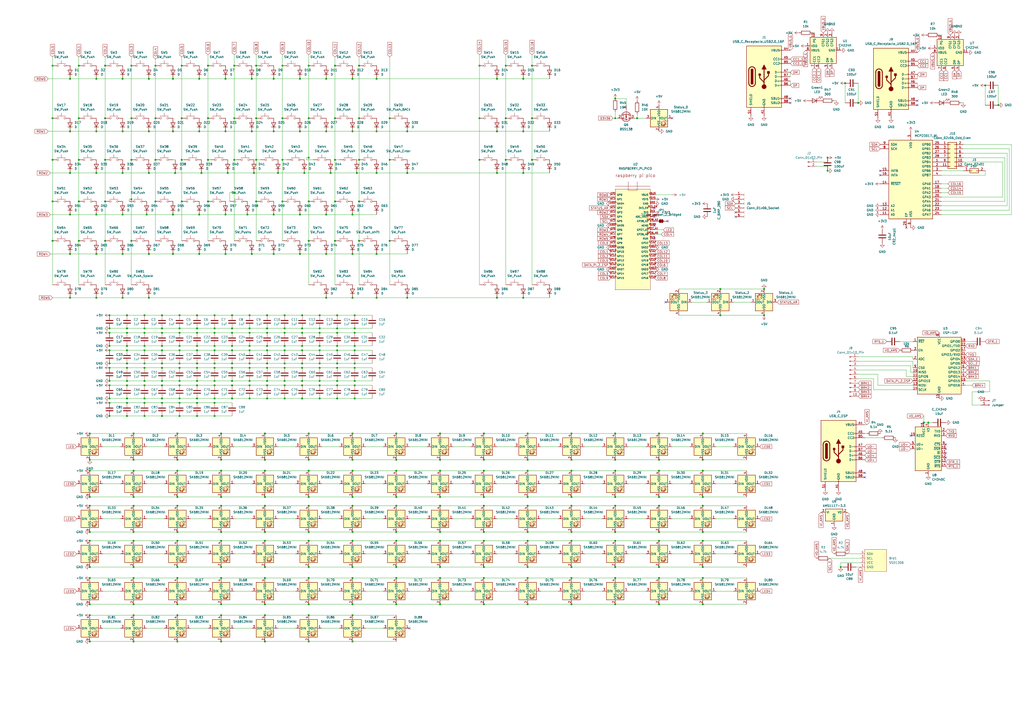
<source format=kicad_sch>
(kicad_sch (version 20250114) (generator "eeschema") (generator_version "9.0")
  (paper "A2")
  (title_block (title "Souptik's Keyboard") (date "2025-03-16") (rev "V6.9") (company "Souptik Keyboard & co."))
  (lib_symbols
    (symbol "Connector:Conn_01x02_Pin" (pin_names (offset 1.016) (hide yes))
      (property "Reference" "J" (at 0 2.54 0))
      (property "Value" "Conn_01x02_Pin" (at 0 -5.08 0))
      (symbol "Conn_01x02_Pin_1_1"
        (pin passive line (at 5.08 0 180) (length 3.81) (name "Pin_1") (number "1"))
        (pin passive line (at 5.08 -2.54 180) (length 3.81) (name "Pin_2") (number "2"))
      )
    )
    (symbol "Connector:Conn_01x06_Socket" (pin_names (offset 1.016) (hide yes))
      (property "Reference" "J" (at 0 7.62 0))
      (property "Value" "Conn_01x06_Socket" (at 0 -10.16 0))
      (symbol "Conn_01x06_Socket_1_1"
        (pin passive line (at -5.08 5.08 0) (length 3.81) (name "Pin_1") (number "1"))
        (pin passive line (at -5.08 2.54 0) (length 3.81) (name "Pin_2") (number "2"))
        (pin passive line (at -5.08 0 0) (length 3.81) (name "Pin_3") (number "3"))
        (pin passive line (at -5.08 -2.54 0) (length 3.81) (name "Pin_4") (number "4"))
        (pin passive line (at -5.08 -5.08 0) (length 3.81) (name "Pin_5") (number "5"))
        (pin passive line (at -5.08 -7.62 0) (length 3.81) (name "Pin_6") (number "6"))
      )
    )
    (symbol "Connector:Conn_01x10_Pin" (pin_names (offset 1.016) (hide yes))
      (property "Reference" "J" (at 0 12.7 0))
      (property "Value" "Conn_01x10_Pin" (at 0 -15.24 0))
      (symbol "Conn_01x10_Pin_1_1"
        (pin passive line (at 5.08 10.16 180) (length 3.81) (name "Pin_1") (number "1"))
        (pin passive line (at 5.08 7.62 180) (length 3.81) (name "Pin_2") (number "2"))
        (pin passive line (at 5.08 5.08 180) (length 3.81) (name "Pin_3") (number "3"))
        (pin passive line (at 5.08 2.54 180) (length 3.81) (name "Pin_4") (number "4"))
        (pin passive line (at 5.08 0 180) (length 3.81) (name "Pin_5") (number "5"))
        (pin passive line (at 5.08 -2.54 180) (length 3.81) (name "Pin_6") (number "6"))
        (pin passive line (at 5.08 -5.08 180) (length 3.81) (name "Pin_7") (number "7"))
        (pin passive line (at 5.08 -7.62 180) (length 3.81) (name "Pin_8") (number "8"))
        (pin passive line (at 5.08 -10.16 180) (length 3.81) (name "Pin_9") (number "9"))
        (pin passive line (at 5.08 -12.7 180) (length 3.81) (name "Pin_10") (number "10"))
      )
    )
    (symbol "Connector:USB_C_Receptacle_USB2.0_16P" (pin_names (offset 1.016))
      (property "Reference" "J" (at 0 22.225 0))
      (property "Value" "USB_C_Receptacle_USB2.0_16P" (at 0 19.685 0))
      (symbol "USB_C_Receptacle_USB2.0_16P_1_1"
        (pin passive line (at -7.62 -22.86 90) (length 5.08) (name "SHIELD") (number "S1"))
        (pin passive line (at 0 -22.86 90) (length 5.08) (name "GND") (number "A1"))
        (pin passive line (at 0 -22.86 90) (length 5.08) (hide yes) (name "GND") (number "A12"))
        (pin passive line (at 0 -22.86 90) (length 5.08) (hide yes) (name "GND") (number "B1"))
        (pin passive line (at 0 -22.86 90) (length 5.08) (hide yes) (name "GND") (number "B12"))
        (pin passive line (at 15.24 15.24 180) (length 5.08) (name "VBUS") (number "A4"))
        (pin passive line (at 15.24 15.24 180) (length 5.08) (hide yes) (name "VBUS") (number "A9"))
        (pin passive line (at 15.24 15.24 180) (length 5.08) (hide yes) (name "VBUS") (number "B4"))
        (pin passive line (at 15.24 15.24 180) (length 5.08) (hide yes) (name "VBUS") (number "B9"))
        (pin bidirectional line (at 15.24 10.16 180) (length 5.08) (name "CC1") (number "A5"))
        (pin bidirectional line (at 15.24 7.62 180) (length 5.08) (name "CC2") (number "B5"))
        (pin bidirectional line (at 15.24 2.54 180) (length 5.08) (name "D-") (number "A7"))
        (pin bidirectional line (at 15.24 0 180) (length 5.08) (name "D-") (number "B7"))
        (pin bidirectional line (at 15.24 -2.54 180) (length 5.08) (name "D+") (number "A6"))
        (pin bidirectional line (at 15.24 -5.08 180) (length 5.08) (name "D+") (number "B6"))
        (pin bidirectional line (at 15.24 -12.7 180) (length 5.08) (name "SBU1") (number "A8"))
        (pin bidirectional line (at 15.24 -15.24 180) (length 5.08) (name "SBU2") (number "B8"))
      )
    )
    (symbol "Connector_Generic:Conn_02x01" (pin_names (offset 1.016) (hide yes))
      (property "Reference" "J" (at 1.27 2.54 0))
      (property "Value" "Conn_02x01" (at 1.27 -2.54 0))
      (symbol "Conn_02x01_1_1"
        (pin passive line (at -5.08 0 0) (length 3.81) (name "Pin_1") (number "1"))
        (pin passive line (at 7.62 0 180) (length 3.81) (name "Pin_2") (number "2"))
      )
    )
    (symbol "Connector_Generic:Conn_02x06_Odd_Even" (pin_names (offset 1.016) (hide yes))
      (property "Reference" "J" (at 1.27 7.62 0))
      (property "Value" "Conn_02x06_Odd_Even" (at 1.27 -10.16 0))
      (symbol "Conn_02x06_Odd_Even_1_1"
        (pin passive line (at -5.08 5.08 0) (length 3.81) (name "Pin_1") (number "1"))
        (pin passive line (at -5.08 2.54 0) (length 3.81) (name "Pin_3") (number "3"))
        (pin passive line (at -5.08 0 0) (length 3.81) (name "Pin_5") (number "5"))
        (pin passive line (at -5.08 -2.54 0) (length 3.81) (name "Pin_7") (number "7"))
        (pin passive line (at -5.08 -5.08 0) (length 3.81) (name "Pin_9") (number "9"))
        (pin passive line (at -5.08 -7.62 0) (length 3.81) (name "Pin_11") (number "11"))
        (pin passive line (at 7.62 5.08 180) (length 3.81) (name "Pin_2") (number "2"))
        (pin passive line (at 7.62 2.54 180) (length 3.81) (name "Pin_4") (number "4"))
        (pin passive line (at 7.62 0 180) (length 3.81) (name "Pin_6") (number "6"))
        (pin passive line (at 7.62 -2.54 180) (length 3.81) (name "Pin_8") (number "8"))
        (pin passive line (at 7.62 -5.08 180) (length 3.81) (name "Pin_10") (number "10"))
        (pin passive line (at 7.62 -7.62 180) (length 3.81) (name "Pin_12") (number "12"))
      )
    )
    (symbol "Device:C" (pin_numbers (hide yes)) (pin_names (offset 0.254))
      (property "Reference" "C" (at 0.635 2.54 0))
      (property "Value" "C" (at 0.635 -2.54 0))
      (symbol "C_1_1"
        (pin passive line (at 0 3.81 270) (length 2.794) (name "~") (number "1"))
        (pin passive line (at 0 -3.81 90) (length 2.794) (name "~") (number "2"))
      )
    )
    (symbol "Device:D" (pin_numbers (hide yes)) (pin_names (offset 1.016) (hide yes))
      (property "Reference" "D" (at 0 2.54 0))
      (property "Value" "D" (at 0 -2.54 0))
      (symbol "D_1_1"
        (pin passive line (at -3.81 0 0) (length 2.54) (name "K") (number "1"))
        (pin passive line (at 3.81 0 180) (length 2.54) (name "A") (number "2"))
      )
    )
    (symbol "Device:LED" (pin_numbers (hide yes)) (pin_names (offset 1.016) (hide yes))
      (property "Reference" "D" (at 0 2.54 0))
      (property "Value" "LED" (at 0 -2.54 0))
      (symbol "LED_1_1"
        (pin passive line (at -3.81 0 0) (length 2.54) (name "K") (number "1"))
        (pin passive line (at 3.81 0 180) (length 2.54) (name "A") (number "2"))
      )
    )
    (symbol "Device:R" (pin_numbers (hide yes)) (pin_names (offset 0))
      (property "Reference" "R" (at 2.032 0 90))
      (property "Value" "R" (at 0 0 90))
      (symbol "R_1_1"
        (pin passive line (at 0 3.81 270) (length 1.27) (name "~") (number "1"))
        (pin passive line (at 0 -3.81 90) (length 1.27) (name "~") (number "2"))
      )
    )
    (symbol "Interface_Expansion:MCP23017_ML" (pin_names (offset 1.016))
      (property "Reference" "U" (at -11.43 24.13 0))
      (property "Value" "MCP23017_ML" (at 0 0 0))
      (symbol "MCP23017_ML_1_1"
        (pin bidirectional line (at -17.78 20.32 0) (length 5.08) (name "SDA") (number "9"))
        (pin input line (at -17.78 17.78 0) (length 5.08) (name "SCK") (number "8"))
        (pin tri_state line (at -17.78 5.08 0) (length 5.08) (name "INTB") (number "15"))
        (pin tri_state line (at -17.78 2.54 0) (length 5.08) (name "INTA") (number "16"))
        (pin input line (at -17.78 -2.54 0) (length 5.08) (name "~{RESET}") (number "14"))
        (pin input line (at -17.78 -15.24 0) (length 5.08) (name "A2") (number "13"))
        (pin input line (at -17.78 -17.78 0) (length 5.08) (name "A1") (number "12"))
        (pin input line (at -17.78 -20.32 0) (length 5.08) (name "A0") (number "11"))
        (pin no_connect line (at -12.7 15.24 0) (length 5.08) (hide yes) (name "NC") (number "7"))
        (pin no_connect line (at -12.7 12.7 0) (length 5.08) (hide yes) (name "NC") (number "10"))
        (pin passive line (at -2.54 -27.94 90) (length 5.08) (name "EP") (number "29"))
        (pin power_in line (at 0 27.94 270) (length 5.08) (name "VDD") (number "5"))
        (pin power_in line (at 0 -27.94 90) (length 5.08) (name "VSS") (number "6"))
        (pin bidirectional line (at 17.78 20.32 180) (length 5.08) (name "GPB0") (number "25"))
        (pin bidirectional line (at 17.78 17.78 180) (length 5.08) (name "GPB1") (number "26"))
        (pin bidirectional line (at 17.78 15.24 180) (length 5.08) (name "GPB2") (number "27"))
        (pin bidirectional line (at 17.78 12.7 180) (length 5.08) (name "GPB3") (number "28"))
        (pin bidirectional line (at 17.78 10.16 180) (length 5.08) (name "GPB4") (number "1"))
        (pin bidirectional line (at 17.78 7.62 180) (length 5.08) (name "GPB5") (number "2"))
        (pin bidirectional line (at 17.78 5.08 180) (length 5.08) (name "GPB6") (number "3"))
        (pin output line (at 17.78 2.54 180) (length 5.08) (name "GPB7") (number "4"))
        (pin bidirectional line (at 17.78 -2.54 180) (length 5.08) (name "GPA0") (number "17"))
        (pin bidirectional line (at 17.78 -5.08 180) (length 5.08) (name "GPA1") (number "18"))
        (pin bidirectional line (at 17.78 -7.62 180) (length 5.08) (name "GPA2") (number "19"))
        (pin bidirectional line (at 17.78 -10.16 180) (length 5.08) (name "GPA3") (number "20"))
        (pin bidirectional line (at 17.78 -12.7 180) (length 5.08) (name "GPA4") (number "21"))
        (pin bidirectional line (at 17.78 -15.24 180) (length 5.08) (name "GPA5") (number "22"))
        (pin bidirectional line (at 17.78 -17.78 180) (length 5.08) (name "GPA6") (number "23"))
        (pin output line (at 17.78 -20.32 180) (length 5.08) (name "GPA7") (number "24"))
      )
    )
    (symbol "Interface_USB:CH224K"
      (property "Reference" "U" (at -7.874 -8.89 0))
      (property "Value" "CH224K" (at 3.048 -8.89 0))
      (symbol "CH224K_1_1"
        (pin bidirectional line (at -10.16 5.08 0) (length 2.54) (name "CC1") (number "7"))
        (pin bidirectional line (at -10.16 2.54 0) (length 2.54) (name "CC2") (number "6"))
        (pin bidirectional line (at -10.16 -2.54 0) (length 2.54) (name "DM") (number "5"))
        (pin bidirectional line (at -10.16 -5.08 0) (length 2.54) (name "DP") (number "4"))
        (pin passive line (at 0 10.16 270) (length 2.54) (name "VBUS") (number "8"))
        (pin power_in line (at 0 -10.16 90) (length 2.54) (name "GND") (number "11"))
        (pin power_in line (at 2.54 10.16 270) (length 2.54) (name "VDD") (number "1"))
        (pin open_collector line (at 10.16 5.08 180) (length 2.54) (name "PG") (number "10"))
        (pin passive line (at 10.16 0 180) (length 2.54) (name "CFG1") (number "9"))
        (pin passive line (at 10.16 -2.54 180) (length 2.54) (name "CFG2") (number "2"))
        (pin passive line (at 10.16 -5.08 180) (length 2.54) (name "CFG3") (number "3"))
      )
    )
    (symbol "Interface_USB:CH340C"
      (property "Reference" "U" (at -5.08 13.97 0))
      (property "Value" "CH340C" (at 1.27 13.97 0))
      (symbol "CH340C_1_1"
        (pin input line (at -10.16 7.62 0) (length 2.54) (name "R232") (number "15"))
        (pin bidirectional line (at -10.16 2.54 0) (length 2.54) (name "UD+") (number "5"))
        (pin bidirectional line (at -10.16 0 0) (length 2.54) (name "UD-") (number "6"))
        (pin no_connect line (at -7.62 -5.08 0) (length 2.54) (hide yes) (name "NC") (number "7"))
        (pin no_connect line (at -7.62 -7.62 0) (length 2.54) (hide yes) (name "NC") (number "8"))
        (pin power_in line (at -2.54 15.24 270) (length 2.54) (name "VCC") (number "16"))
        (pin power_out line (at 0 15.24 270) (length 2.54) (name "V3") (number "4"))
        (pin power_in line (at 0 -15.24 90) (length 2.54) (name "GND") (number "1"))
        (pin output line (at 10.16 10.16 180) (length 2.54) (name "TXD") (number "2"))
        (pin input line (at 10.16 7.62 180) (length 2.54) (name "RXD") (number "3"))
        (pin input line (at 10.16 2.54 180) (length 2.54) (name "~{CTS}") (number "9"))
        (pin input line (at 10.16 0 180) (length 2.54) (name "~{DSR}") (number "10"))
        (pin input line (at 10.16 -2.54 180) (length 2.54) (name "~{RI}") (number "11"))
        (pin input line (at 10.16 -5.08 180) (length 2.54) (name "~{DCD}") (number "12"))
        (pin output line (at 10.16 -7.62 180) (length 2.54) (name "~{DTR}") (number "13"))
        (pin output line (at 10.16 -10.16 180) (length 2.54) (name "~{RTS}") (number "14"))
      )
    )
    (symbol "Jumper:SolderJumper_2_Bridged" (pin_numbers (hide yes)) (pin_names (offset 0) (hide yes)) (exclude_from_sim yes) (in_bom no)
      (property "Reference" "JP" (at 0 2.032 0))
      (property "Value" "SolderJumper_2_Bridged" (at 0 -2.54 0))
      (symbol "SolderJumper_2_Bridged_1_1"
        (pin passive line (at -3.81 0 0) (length 2.54) (name "A") (number "1"))
        (pin passive line (at 3.81 0 180) (length 2.54) (name "B") (number "2"))
      )
    )
    (symbol "LED:SK6812MINI" (pin_names (offset 0.254))
      (property "Reference" "D" (at 5.08 5.715 0))
      (property "Value" "SK6812MINI" (at 1.27 -5.715 0))
      (symbol "SK6812MINI_0_0"
        (text "RGB" (at 2.286 -4.191 0) (effects (font (size 0.762 0.762))))
      )
      (symbol "SK6812MINI_1_1"
        (pin input line (at -7.62 0 0) (length 2.54) (name "DIN") (number "3"))
        (pin power_in line (at 0 7.62 270) (length 2.54) (name "VDD") (number "4"))
        (pin power_in line (at 0 -7.62 90) (length 2.54) (name "VSS") (number "2"))
        (pin output line (at 7.62 0 180) (length 2.54) (name "DOUT") (number "1"))
      )
    )
    (symbol "RASPBERRY_PI_PICO:RASPBERRY_PI_PICO" (pin_names (offset 1.016))
      (property "Reference" "U" (at 0 0 0))
      (property "Value" "RASPBERRY_PI_PICO" (at 0 0 0))
      (symbol "RASPBERRY_PI_PICO_0_0"
        (text "raspberry pi pico" (at -7.62 30.48 0) (effects (font (size 1.778 1.778)) (justify left bottom)))
        (pin bidirectional line (at -10.16 20.32 0) (length 2.54) (name "GP0") (number "GP0"))
        (pin bidirectional line (at -10.16 17.78 0) (length 2.54) (name "GP1") (number "GP1"))
        (pin bidirectional line (at -10.16 15.24 0) (length 2.54) (name "GND4") (number "GND4"))
        (pin bidirectional line (at -10.16 12.7 0) (length 2.54) (name "GP2") (number "GP2"))
        (pin bidirectional line (at -10.16 10.16 0) (length 2.54) (name "GP3") (number "GP3"))
        (pin bidirectional line (at -10.16 7.62 0) (length 2.54) (name "GP4") (number "GP4"))
        (pin bidirectional line (at -10.16 5.08 0) (length 2.54) (name "GP5") (number "GP5"))
        (pin bidirectional line (at -10.16 2.54 0) (length 2.54) (name "GND5") (number "GND5"))
        (pin bidirectional line (at -10.16 0 0) (length 2.54) (name "GP6") (number "GP6"))
        (pin bidirectional line (at -10.16 -2.54 0) (length 2.54) (name "GP7") (number "GP7"))
        (pin bidirectional line (at -10.16 -5.08 0) (length 2.54) (name "GP8") (number "GP8"))
        (pin bidirectional line (at -10.16 -7.62 0) (length 2.54) (name "GP9") (number "GP9"))
        (pin bidirectional line (at -10.16 -10.16 0) (length 2.54) (name "GND6") (number "GND6"))
        (pin bidirectional line (at -10.16 -12.7 0) (length 2.54) (name "GP10") (number "GP10"))
        (pin bidirectional line (at -10.16 -15.24 0) (length 2.54) (name "GP11") (number "GP11"))
        (pin bidirectional line (at -10.16 -17.78 0) (length 2.54) (name "GP12") (number "GP12"))
        (pin bidirectional line (at -10.16 -20.32 0) (length 2.54) (name "GP13") (number "GP13"))
        (pin bidirectional line (at -10.16 -22.86 0) (length 2.54) (name "GND7") (number "GND7"))
        (pin bidirectional line (at -10.16 -25.4 0) (length 2.54) (name "GP14") (number "GP14"))
        (pin bidirectional line (at -10.16 -27.94 0) (length 2.54) (name "GP15") (number "GP15"))
        (pin bidirectional line (at 15.24 20.32 180) (length 2.54) (name "VBUS") (number "VBUS"))
        (pin bidirectional line (at 15.24 17.78 180) (length 2.54) (name "VSYS") (number "VSYS"))
        (pin bidirectional line (at 15.24 15.24 180) (length 2.54) (name "GND") (number "GND"))
        (pin bidirectional line (at 15.24 12.7 180) (length 2.54) (name "3V3_EN") (number "3V3_EN"))
        (pin bidirectional line (at 15.24 10.16 180) (length 2.54) (name "3V3") (number "3V3"))
        (pin bidirectional line (at 15.24 7.62 180) (length 2.54) (name "ADC_VREF") (number "ADC_VREF"))
        (pin bidirectional line (at 15.24 5.08 180) (length 2.54) (name "GP28_A2") (number "GP28_A2"))
        (pin bidirectional line (at 15.24 2.54 180) (length 2.54) (name "AGND") (number "AGND"))
        (pin bidirectional line (at 15.24 0 180) (length 2.54) (name "GP27_A1") (number "GP27_A1"))
        (pin bidirectional line (at 15.24 -2.54 180) (length 2.54) (name "GP26_A0") (number "GP26_A0"))
        (pin bidirectional line (at 15.24 -5.08 180) (length 2.54) (name "RUN") (number "RUN"))
        (pin bidirectional line (at 15.24 -7.62 180) (length 2.54) (name "GP22") (number "GP22"))
        (pin bidirectional line (at 15.24 -10.16 180) (length 2.54) (name "GND2") (number "GND2"))
        (pin bidirectional line (at 15.24 -12.7 180) (length 2.54) (name "GP21") (number "GP21"))
        (pin bidirectional line (at 15.24 -15.24 180) (length 2.54) (name "GP20") (number "GP20"))
        (pin bidirectional line (at 15.24 -17.78 180) (length 2.54) (name "GP19") (number "GP19"))
        (pin bidirectional line (at 15.24 -20.32 180) (length 2.54) (name "GP18") (number "GP18"))
        (pin bidirectional line (at 15.24 -22.86 180) (length 2.54) (name "GND3") (number "GND3"))
        (pin bidirectional line (at 15.24 -25.4 180) (length 2.54) (name "GP17") (number "GP17"))
        (pin bidirectional line (at 15.24 -27.94 180) (length 2.54) (name "GP16") (number "GP16"))
      )
    )
    (symbol "RF_Module:ESP-12F"
      (property "Reference" "U" (at -12.7 19.05 0))
      (property "Value" "ESP-12F" (at 12.7 19.05 0))
      (symbol "ESP-12F_1_1"
        (pin input line (at -15.24 15.24 0) (length 2.54) (name "~{RST}") (number "1"))
        (pin input line (at -15.24 10.16 0) (length 2.54) (name "EN") (number "3"))
        (pin input line (at -15.24 5.08 0) (length 2.54) (name "ADC") (number "2"))
        (pin input line (at -15.24 0 0) (length 2.54) (name "CS0") (number "9"))
        (pin bidirectional line (at -15.24 -2.54 0) (length 2.54) (name "MISO") (number "10"))
        (pin bidirectional line (at -15.24 -5.08 0) (length 2.54) (name "GPIO9") (number "11"))
        (pin bidirectional line (at -15.24 -7.62 0) (length 2.54) (name "GPIO10") (number "12"))
        (pin bidirectional line (at -15.24 -10.16 0) (length 2.54) (name "MOSI") (number "13"))
        (pin bidirectional line (at -15.24 -12.7 0) (length 2.54) (name "SCLK") (number "14"))
        (pin power_in line (at 0 20.32 270) (length 2.54) (name "VCC") (number "8"))
        (pin power_in line (at 0 -17.78 90) (length 2.54) (name "GND") (number "15"))
        (pin bidirectional line (at 15.24 15.24 180) (length 2.54) (name "GPIO0") (number "18"))
        (pin bidirectional line (at 15.24 12.7 180) (length 2.54) (name "GPIO1/TXD") (number "22"))
        (pin bidirectional line (at 15.24 10.16 180) (length 2.54) (name "GPIO2") (number "17"))
        (pin bidirectional line (at 15.24 7.62 180) (length 2.54) (name "GPIO3/RXD") (number "21"))
        (pin bidirectional line (at 15.24 5.08 180) (length 2.54) (name "GPIO4") (number "19"))
        (pin bidirectional line (at 15.24 2.54 180) (length 2.54) (name "GPIO5") (number "20"))
        (pin bidirectional line (at 15.24 0 180) (length 2.54) (name "GPIO12") (number "6"))
        (pin bidirectional line (at 15.24 -2.54 180) (length 2.54) (name "GPIO13") (number "7"))
        (pin bidirectional line (at 15.24 -5.08 180) (length 2.54) (name "GPIO14") (number "5"))
        (pin bidirectional line (at 15.24 -7.62 180) (length 2.54) (name "GPIO15") (number "16"))
        (pin bidirectional line (at 15.24 -10.16 180) (length 2.54) (name "GPIO16") (number "4"))
      )
    )
    (symbol "Regulator_Linear:AMS1117-3.3"
      (property "Reference" "U" (at -3.81 3.175 0))
      (property "Value" "AMS1117-3.3" (at 0 3.175 0))
      (symbol "AMS1117-3.3_1_1"
        (pin power_in line (at -7.62 0 0) (length 2.54) (name "VI") (number "3"))
        (pin power_in line (at 0 -7.62 90) (length 2.54) (name "GND") (number "1"))
        (pin power_out line (at 7.62 0 180) (length 2.54) (name "VO") (number "2"))
      )
    )
    (symbol "SSD1306-128x64_OLED:SSD1306" (pin_names (offset 1.016))
      (property "Reference" "Brd" (at 0 -3.81 0))
      (property "Value" "SSD1306" (at 0 -1.27 0))
      (symbol "SSD1306_1_1"
        (pin input line (at -3.81 8.89 270) (length 2.54) (name "GND") (number "1"))
        (pin input line (at -1.27 8.89 270) (length 2.54) (name "VCC") (number "2"))
        (pin input line (at 1.27 8.89 270) (length 2.54) (name "SCL") (number "3"))
        (pin input line (at 3.81 8.89 270) (length 2.54) (name "SDA") (number "4"))
      )
    )
    (symbol "Switch:SW_Push" (pin_numbers (hide yes)) (pin_names (offset 1.016) (hide yes))
      (property "Reference" "SW" (at 1.27 2.54 0))
      (property "Value" "SW_Push" (at 0 -1.524 0))
      (symbol "SW_Push_0_1"
        (pin passive line (at -5.08 0 0) (length 2.54) (name "1") (number "1"))
        (pin passive line (at 5.08 0 180) (length 2.54) (name "2") (number "2"))
      )
    )
    (symbol "Transistor_FET:BSS138" (pin_names (hide yes))
      (property "Reference" "Q" (at 5.08 1.905 0))
      (property "Value" "BSS138" (at 5.08 0 0))
      (symbol "BSS138_1_1"
        (pin input line (at -5.08 0 0) (length 2.54) (name "G") (number "1"))
        (pin passive line (at 2.54 5.08 270) (length 2.54) (name "D") (number "3"))
        (pin passive line (at 2.54 -5.08 90) (length 2.54) (name "S") (number "2"))
      )
    )
    (symbol "power:+3V3" (power) (pin_numbers (hide yes)) (pin_names (offset 0) (hide yes))
      (property "Value" "+3V3" (at 0 3.556 0))
      (symbol "+3V3_1_1"
        (pin power_in line (at 0 0 90) (length 0) (name "~") (number "1"))
      )
    )
    (symbol "power:+5V" (power) (pin_numbers (hide yes)) (pin_names (offset 0) (hide yes))
      (property "Value" "+5V" (at 0 3.556 0))
      (symbol "+5V_1_1"
        (pin power_in line (at 0 0 90) (length 0) (name "~") (number "1"))
      )
    )
    (symbol "power:GND" (power) (pin_numbers (hide yes)) (pin_names (offset 0) (hide yes))
      (property "Value" "GND" (at 0 -3.81 0))
      (symbol "GND_1_1"
        (pin power_in line (at 0 0 270) (length 0) (name "~") (number "1"))
      )
    )
  )
  (junction (at 114.3 193.04))
  (junction (at 124.46 182.88))
  (junction (at 114.3 213.36))
  (junction (at 105.41 116.84))
  (junction (at 128.27 350.52))
  (junction (at 189.23 172.72))
  (junction (at 173.99 76.2))
  (junction (at 102.87 308.61))
  (junction (at 331.47 308.61))
  (junction (at 52.07 328.93))
  (junction (at 45.72 38.1))
  (junction (at 382.27 293.37))
  (junction (at 71.12 172.72))
  (junction (at 255.27 350.52))
  (junction (at 204.47 251.46))
  (junction (at 144.78 213.36))
  (junction (at 407.67 288.29))
  (junction (at 255.27 335.28))
  (junction (at 175.26 193.04))
  (junction (at 55.88 100.33))
  (junction (at 407.67 335.28))
  (junction (at 102.87 288.29))
  (junction (at 205.74 210.82))
  (junction (at 356.87 293.37))
  (junction (at 158.75 76.2))
  (junction (at 128.27 251.46))
  (junction (at 71.12 76.2))
  (junction (at 77.47 288.29))
  (junction (at 135.89 68.58))
  (junction (at 179.07 38.1))
  (junction (at 55.88 147.32))
  (junction (at 356.87 313.69))
  (junction (at 278.13 92.71))
  (junction (at 356.87 273.05))
  (junction (at 73.66 241.3))
  (junction (at 229.87 288.29))
  (junction (at 63.5 231.14))
  (junction (at 185.42 220.98))
  (junction (at 382.27 251.46))
  (junction (at 104.14 190.5))
  (junction (at 205.74 223.52))
  (junction (at 115.57 45.72))
  (junction (at 120.65 92.71))
  (junction (at 40.64 172.72))
  (junction (at 77.47 273.05))
  (junction (at 55.88 172.72))
  (junction (at 30.48 139.7))
  (junction (at 124.46 190.5))
  (junction (at 154.94 231.14))
  (junction (at 382.27 308.61))
  (junction (at 102.87 273.05))
  (junction (at 114.3 190.5))
  (junction (at 189.23 76.2))
  (junction (at 128.27 308.61))
  (junction (at 153.67 266.7))
  (junction (at 124.46 200.66))
  (junction (at 204.47 350.52))
  (junction (at 163.83 92.71))
  (junction (at 280.67 350.52))
  (junction (at 102.87 350.52))
  (junction (at 83.82 210.82))
  (junction (at 195.58 203.2))
  (junction (at 63.5 203.2))
  (junction (at 236.22 76.2))
  (junction (at 280.67 266.7))
  (junction (at 128.27 335.28))
  (junction (at 90.17 38.1))
  (junction (at 153.67 251.46))
  (junction (at 115.57 76.2))
  (junction (at 60.96 116.84))
  (junction (at 356.87 350.52))
  (junction (at 497.84 59.69))
  (junction (at 255.27 313.69))
  (junction (at 255.27 308.61))
  (junction (at 153.67 288.29))
  (junction (at 116.84 100.33))
  (junction (at 144.78 231.14))
  (junction (at 173.99 45.72))
  (junction (at 40.64 45.72))
  (junction (at 293.37 38.1))
  (junction (at 71.12 147.32))
  (junction (at 154.94 213.36))
  (junction (at 134.62 203.2))
  (junction (at 229.87 335.28))
  (junction (at 52.07 372.11))
  (junction (at 185.42 213.36))
  (junction (at 165.1 193.04))
  (junction (at 114.3 241.3))
  (junction (at 83.82 220.98))
  (junction (at 417.83 182.88))
  (junction (at 165.1 220.98))
  (junction (at 185.42 223.52))
  (junction (at 195.58 210.82))
  (junction (at 134.62 223.52))
  (junction (at 369.57 68.58))
  (junction (at 306.07 273.05))
  (junction (at 179.07 328.93))
  (junction (at 229.87 313.69))
  (junction (at 52.07 335.28))
  (junction (at 195.58 220.98))
  (junction (at 306.07 266.7))
  (junction (at 52.07 313.69))
  (junction (at 407.67 251.46))
  (junction (at 93.98 210.82))
  (junction (at 128.27 372.11))
  (junction (at 331.47 266.7))
  (junction (at 179.07 335.28))
  (junction (at 165.1 231.14))
  (junction (at 146.05 147.32))
  (junction (at 204.47 356.87))
  (junction (at 124.46 241.3))
  (junction (at 102.87 313.69))
  (junction (at 144.78 203.2))
  (junction (at 40.64 100.33))
  (junction (at 76.2 92.71))
  (junction (at 303.53 100.33))
  (junction (at 124.46 223.52))
  (junction (at 331.47 288.29))
  (junction (at 30.48 92.71))
  (junction (at 77.47 328.93))
  (junction (at 130.81 147.32))
  (junction (at 185.42 210.82))
  (junction (at 144.78 210.82))
  (junction (at 382.27 335.28))
  (junction (at 73.66 213.36))
  (junction (at 443.23 182.88))
  (junction (at 191.77 100.33))
  (junction (at 205.74 182.88))
  (junction (at 308.61 68.58))
  (junction (at 407.67 266.7))
  (junction (at 77.47 350.52))
  (junction (at 73.66 200.66))
  (junction (at 134.62 210.82))
  (junction (at 52.07 266.7))
  (junction (at 124.46 220.98))
  (junction (at 90.17 68.58))
  (junction (at 179.07 139.7))
  (junction (at 288.29 45.72))
  (junction (at 382.27 273.05))
  (junction (at 83.82 190.5))
  (junction (at 102.87 293.37))
  (junction (at 356.87 328.93))
  (junction (at 115.57 124.46))
  (junction (at 102.87 335.28))
  (junction (at 165.1 210.82))
  (junction (at 93.98 203.2))
  (junction (at 114.3 223.52))
  (junction (at 158.75 45.72))
  (junction (at 205.74 203.2))
  (junction (at 179.07 372.11))
  (junction (at 114.3 220.98))
  (junction (at 229.87 308.61))
  (junction (at 128.27 288.29))
  (junction (at 204.47 308.61))
  (junction (at 185.42 190.5))
  (junction (at 104.14 182.88))
  (junction (at 144.78 223.52))
  (junction (at 179.07 116.84))
  (junction (at 194.31 38.1))
  (junction (at 153.67 356.87))
  (junction (at 173.99 124.46))
  (junction (at 130.81 76.2))
  (junction (at 175.26 213.36))
  (junction (at 83.82 233.68))
  (junction (at 195.58 193.04))
  (junction (at 163.83 68.58))
  (junction (at 204.47 45.72))
  (junction (at 382.27 328.93))
  (junction (at 105.41 38.1))
  (junction (at 52.07 350.52))
  (junction (at 204.47 273.05))
  (junction (at 278.13 38.1))
  (junction (at 124.46 231.14))
  (junction (at 93.98 233.68))
  (junction (at 195.58 223.52))
  (junction (at 93.98 190.5))
  (junction (at 45.72 139.7))
  (junction (at 128.27 313.69))
  (junction (at 85.09 124.46))
  (junction (at 76.2 68.58))
  (junction (at 179.07 91.44))
  (junction (at 77.47 293.37))
  (junction (at 407.67 350.52))
  (junction (at 173.99 147.32))
  (junction (at 30.48 116.84))
  (junction (at 255.27 266.7))
  (junction (at 293.37 92.71))
  (junction (at 114.3 200.66))
  (junction (at 154.94 220.98))
  (junction (at 278.13 68.58))
  (junction (at 208.28 68.58))
  (junction (at 144.78 220.98))
  (junction (at 86.36 76.2))
  (junction (at 356.87 266.7))
  (junction (at 204.47 288.29))
  (junction (at 40.64 124.46))
  (junction (at 179.07 288.29))
  (junction (at 204.47 313.69))
  (junction (at 280.67 335.28))
  (junction (at 77.47 372.11))
  (junction (at 179.07 293.37))
  (junction (at 175.26 190.5))
  (junction (at 100.33 45.72))
  (junction (at 255.27 288.29))
  (junction (at 102.87 372.11))
  (junction (at 76.2 38.1))
  (junction (at 77.47 356.87))
  (junction (at 308.61 38.1))
  (junction (at 229.87 266.7))
  (junction (at 130.81 124.46))
  (junction (at 356.87 335.28))
  (junction (at 175.26 203.2))
  (junction (at 194.31 92.71))
  (junction (at 280.67 288.29))
  (junction (at 63.5 241.3))
  (junction (at 90.17 116.84))
  (junction (at 579.12 60.96))
  (junction (at 154.94 200.66))
  (junction (at 218.44 147.32))
  (junction (at 207.01 100.33))
  (junction (at 204.47 76.2))
  (junction (at 114.3 231.14))
  (junction (at 229.87 293.37))
  (junction (at 204.47 335.28))
  (junction (at 480.06 91.44))
  (junction (at 154.94 223.52))
  (junction (at 86.36 100.33))
  (junction (at 63.5 193.04))
  (junction (at 120.65 116.84))
  (junction (at 83.82 182.88))
  (junction (at 204.47 293.37))
  (junction (at 90.17 92.71))
  (junction (at 306.07 251.46))
  (junction (at 135.89 38.1))
  (junction (at 134.62 190.5))
  (junction (at 63.5 210.82))
  (junction (at 55.88 76.2))
  (junction (at 195.58 213.36))
  (junction (at 102.87 356.87))
  (junction (at 208.28 139.7))
  (junction (at 73.66 190.5))
  (junction (at 226.06 68.58))
  (junction (at 40.64 76.2))
  (junction (at 288.29 172.72))
  (junction (at 179.07 350.52))
  (junction (at 134.62 231.14))
  (junction (at 76.2 115.57))
  (junction (at 100.33 76.2))
  (junction (at 487.68 328.93))
  (junction (at 306.07 293.37))
  (junction (at 175.26 182.88))
  (junction (at 179.07 313.69))
  (junction (at 114.3 203.2))
  (junction (at 93.98 193.04))
  (junction (at 204.47 124.46))
  (junction (at 144.78 190.5))
  (junction (at 356.87 288.29))
  (junction (at 115.57 147.32))
  (junction (at 104.14 241.3))
  (junction (at 165.1 213.36))
  (junction (at 128.27 266.7))
  (junction (at 135.89 92.71))
  (junction (at 185.42 203.2))
  (junction (at 194.31 116.84))
  (junction (at 255.27 293.37))
  (junction (at 382.27 266.7))
  (junction (at 407.67 273.05))
  (junction (at 158.75 147.32))
  (junction (at 124.46 213.36))
  (junction (at 63.5 220.98))
  (junction (at 154.94 193.04))
  (junction (at 175.26 200.66))
  (junction (at 73.66 223.52))
  (junction (at 83.82 193.04))
  (junction (at 153.67 293.37))
  (junction (at 382.27 350.52))
  (junction (at 195.58 200.66))
  (junction (at 417.83 167.64))
  (junction (at 163.83 116.84))
  (junction (at 71.12 100.33))
  (junction (at 104.14 193.04))
  (junction (at 407.67 293.37))
  (junction (at 134.62 193.04))
  (junction (at 104.14 203.2))
  (junction (at 280.67 273.05))
  (junction (at 60.96 38.1))
  (junction (at 303.53 45.72))
  (junction (at 204.47 328.93))
  (junction (at 218.44 76.2))
  (junction (at 93.98 182.88))
  (junction (at 293.37 68.58))
  (junction (at 185.42 200.66))
  (junction (at 77.47 266.7))
  (junction (at 185.42 182.88))
  (junction (at 30.48 38.1))
  (junction (at 60.96 139.7))
  (junction (at 179.07 68.58))
  (junction (at 218.44 172.72))
  (junction (at 93.98 200.66))
  (junction (at 153.67 372.11))
  (junction (at 144.78 200.66))
  (junction (at 165.1 182.88))
  (junction (at 280.67 313.69))
  (junction (at 175.26 223.52))
  (junction (at 189.23 45.72))
  (junction (at 280.67 293.37))
  (junction (at 73.66 182.88))
  (junction (at 382.27 288.29))
  (junction (at 407.67 328.93))
  (junction (at 104.14 200.66))
  (junction (at 331.47 273.05))
  (junction (at 134.62 200.66))
  (junction (at 104.14 231.14))
  (junction (at 185.42 193.04))
  (junction (at 102.87 328.93))
  (junction (at 205.74 200.66))
  (junction (at 148.59 116.84))
  (junction (at 93.98 231.14))
  (junction (at 153.67 313.69))
  (junction (at 195.58 182.88))
  (junction (at 83.82 223.52))
  (junction (at 255.27 251.46))
  (junction (at 100.33 124.46))
  (junction (at 176.53 100.33))
  (junction (at 148.59 38.1))
  (junction (at 128.27 273.05))
  (junction (at 280.67 308.61))
  (junction (at 77.47 313.69))
  (junction (at 331.47 313.69))
  (junction (at 205.74 220.98))
  (junction (at 308.61 92.71))
  (junction (at 571.5 49.53))
  (junction (at 93.98 241.3))
  (junction (at 147.32 100.33))
  (junction (at 52.07 308.61))
  (junction (at 86.36 147.32))
  (junction (at 104.14 220.98))
  (junction (at 255.27 273.05))
  (junction (at 179.07 273.05))
  (junction (at 153.67 273.05))
  (junction (at 161.29 100.33))
  (junction (at 114.3 210.82))
  (junction (at 229.87 350.52))
  (junction (at 229.87 328.93))
  (junction (at 480.06 99.06))
  (junction (at 93.98 213.36))
  (junction (at 288.29 76.2))
  (junction (at 407.67 313.69))
  (junction (at 63.5 182.88))
  (junction (at 73.66 210.82))
  (junction (at 179.07 356.87))
  (junction (at 52.07 251.46))
  (junction (at 76.2 139.7))
  (junction (at 63.5 213.36))
  (junction (at 154.94 210.82))
  (junction (at 165.1 200.66))
  (junction (at 179.07 266.7))
  (junction (at 83.82 231.14))
  (junction (at 356.87 251.46))
  (junction (at 218.44 45.72))
  (junction (at 71.12 45.72))
  (junction (at 93.98 223.52))
  (junction (at 144.78 193.04))
  (junction (at 124.46 203.2))
  (junction (at 306.07 335.28))
  (junction (at 195.58 231.14))
  (junction (at 63.5 233.68))
  (junction (at 194.31 68.58))
  (junction (at 86.36 172.72))
  (junction (at 175.26 220.98))
  (junction (at 52.07 273.05))
  (junction (at 55.88 45.72))
  (junction (at 40.64 147.32))
  (junction (at 105.41 68.58))
  (junction (at 226.06 92.71))
  (junction (at 236.22 100.33))
  (junction (at 165.1 203.2))
  (junction (at 205.74 193.04))
  (junction (at 63.5 223.52))
  (junction (at 104.14 210.82))
  (junction (at 52.07 293.37))
  (junction (at 306.07 308.61))
  (junction (at 128.27 328.93))
  (junction (at 132.08 100.33))
  (junction (at 73.66 233.68))
  (junction (at 306.07 313.69))
  (junction (at 104.14 233.68))
  (junction (at 73.66 203.2))
  (junction (at 165.1 223.52))
  (junction (at 185.42 231.14))
  (junction (at 60.96 92.71))
  (junction (at 148.59 68.58))
  (junction (at 204.47 147.32))
  (junction (at 331.47 350.52))
  (junction (at 124.46 233.68))
  (junction (at 306.07 350.52))
  (junction (at 163.83 38.1))
  (junction (at 490.22 48.26))
  (junction (at 443.23 167.64))
  (junction (at 331.47 293.37))
  (junction (at 63.5 190.5))
  (junction (at 236.22 172.72))
  (junction (at 208.28 92.71))
  (junction (at 45.72 116.84))
  (junction (at 30.48 68.58))
  (junction (at 154.94 190.5))
  (junction (at 52.07 288.29))
  (junction (at 218.44 100.33))
  (junction (at 135.89 111.76))
  (junction (at 77.47 335.28))
  (junction (at 153.67 335.28))
  (junction (at 148.59 92.71))
  (junction (at 306.07 288.29))
  (junction (at 204.47 266.7))
  (junction (at 229.87 273.05))
  (junction (at 52.07 356.87))
  (junction (at 73.66 220.98))
  (junction (at 303.53 172.72))
  (junction (at 303.53 76.2))
  (junction (at 165.1 190.5))
  (junction (at 83.82 200.66))
  (junction (at 73.66 231.14))
  (junction (at 101.6 100.33))
  (junction (at 382.27 313.69))
  (junction (at 331.47 335.28))
  (junction (at 146.05 76.2))
  (junction (at 153.67 328.93))
  (junction (at 280.67 251.46))
  (junction (at 83.82 241.3))
  (junction (at 128.27 356.87))
  (junction (at 205.74 190.5))
  (junction (at 208.28 116.84))
  (junction (at 255.27 328.93))
  (junction (at 179.07 308.61))
  (junction (at 100.33 147.32))
  (junction (at 146.05 45.72))
  (junction (at 130.81 45.72))
  (junction (at 158.75 124.46))
  (junction (at 356.87 308.61))
  (junction (at 104.14 223.52))
  (junction (at 154.94 203.2))
  (junction (at 205.74 213.36))
  (junction (at 189.23 147.32))
  (junction (at 331.47 251.46))
  (junction (at 538.48 245.11))
  (junction (at 73.66 193.04))
  (junction (at 105.41 92.71))
  (junction (at 93.98 220.98))
  (junction (at 77.47 308.61))
  (junction (at 143.51 124.46))
  (junction (at 134.62 213.36))
  (junction (at 120.65 68.58))
  (junction (at 194.31 139.7))
  (junction (at 280.67 328.93))
  (junction (at 63.5 200.66))
  (junction (at 204.47 372.11))
  (junction (at 189.23 124.46))
  (junction (at 154.94 182.88))
  (junction (at 124.46 210.82))
  (junction (at 356.87 57.15))
  (junction (at 114.3 182.88))
  (junction (at 60.96 68.58))
  (junction (at 86.36 45.72))
  (junction (at 153.67 308.61))
  (junction (at 226.06 139.7))
  (junction (at 175.26 210.82))
  (junction (at 407.67 308.61))
  (junction (at 134.62 182.88))
  (junction (at 102.87 266.7))
  (junction (at 124.46 193.04))
  (junction (at 288.29 100.33))
  (junction (at 83.82 203.2))
  (junction (at 331.47 328.93))
  (junction (at 356.87 68.58))
  (junction (at 208.28 38.1))
  (junction (at 45.72 68.58))
  (junction (at 83.82 213.36))
  (junction (at 229.87 251.46))
  (junction (at 153.67 350.52))
  (junction (at 128.27 293.37))
  (junction (at 102.87 251.46))
  (junction (at 134.62 220.98))
  (junction (at 306.07 328.93))
  (junction (at 535.94 245.11))
  (junction (at 175.26 231.14))
  (junction (at 114.3 233.68))
  (junction (at 144.78 182.88))
  (junction (at 179.07 251.46))
  (junction (at 204.47 172.72))
  (junction (at 55.88 124.46))
  (junction (at 205.74 231.14))
  (junction (at 71.12 124.46))
  (junction (at 77.47 251.46))
  (junction (at 195.58 190.5))
  (junction (at 120.65 38.1))
  (junction (at 104.14 213.36))
  (junction (at 45.72 92.71))
  (no_connect (at 532.13 58.42))
  (no_connect (at 379.73 120.65))
  (no_connect (at 501.65 276.86))
  (no_connect (at 379.73 125.73))
  (no_connect (at 548.64 257.81))
  (no_connect (at 389.89 68.58))
  (no_connect (at 379.73 130.81))
  (no_connect (at 501.65 274.32))
  (no_connect (at 510.54 99.06))
  (no_connect (at 548.64 265.43))
  (no_connect (at 458.47 57.15))
  (no_connect (at 379.73 138.43))
  (no_connect (at 426.72 123.19))
  (no_connect (at 426.72 125.73))
  (no_connect (at 525.78 132.08))
  (no_connect (at 548.64 262.89))
  (no_connect (at 532.13 60.96))
  (no_connect (at 237.49 364.49))
  (no_connect (at 386.08 175.26))
  (no_connect (at 387.35 128.27))
  (no_connect (at 548.64 260.35))
  (no_connect (at 510.54 101.6))
  (no_connect (at 528.32 252.73))
  (no_connect (at 458.47 59.69))
  (wire (pts (xy 76.2 33.02) (xy 76.2 38.1)))
  (wire (pts (xy 154.94 210.82) (xy 165.1 210.82)))
  (wire (pts (xy 114.3 220.98) (xy 124.46 220.98)))
  (wire (pts (xy 229.87 293.37) (xy 255.27 293.37)))
  (wire (pts (xy 204.47 124.46) (xy 218.44 124.46)))
  (wire (pts (xy 194.31 92.71) (xy 196.85 92.71)))
  (wire (pts (xy 27.94 45.72) (xy 40.64 45.72)))
  (wire (pts (xy 349.25 280.67) (xy 339.09 280.67)))
  (wire (pts (xy 93.98 223.52) (xy 104.14 223.52)))
  (wire (pts (xy 194.31 38.1) (xy 194.31 68.58)))
  (wire (pts (xy 146.05 76.2) (xy 158.75 76.2)))
  (wire (pts (xy 115.57 76.2) (xy 130.81 76.2)))
  (wire (pts (xy 490.22 48.26) (xy 490.22 59.69)))
  (wire (pts (xy 93.98 193.04) (xy 104.14 193.04)))
  (wire (pts (xy 298.45 300.99) (xy 288.29 300.99)))
  (wire (pts (xy 73.66 203.2) (xy 83.82 203.2)))
  (wire (pts (xy 355.6 68.58) (xy 356.87 68.58)))
  (wire (pts (xy 280.67 273.05) (xy 306.07 273.05)))
  (wire (pts (xy 229.87 328.93) (xy 255.27 328.93)))
  (wire (pts (xy 278.13 38.1) (xy 278.13 68.58)))
  (wire (pts (xy 102.87 308.61) (xy 128.27 308.61)))
  (wire (pts (xy 535.94 241.3) (xy 535.94 245.11)))
  (wire (pts (xy 179.07 293.37) (xy 204.47 293.37)))
  (wire (pts (xy 175.26 200.66) (xy 185.42 200.66)))
  (wire (pts (xy 303.53 76.2) (xy 318.77 76.2)))
  (wire (pts (xy 541.02 245.11) (xy 538.48 245.11)))
  (wire (pts (xy 104.14 220.98) (xy 114.3 220.98)))
  (wire (pts (xy 298.45 321.31) (xy 288.29 321.31)))
  (wire (pts (xy 179.07 68.58) (xy 179.07 91.44)))
  (wire (pts (xy 273.05 259.08) (xy 262.89 259.08)))
  (wire (pts (xy 222.25 342.9) (xy 212.09 342.9)))
  (wire (pts (xy 90.17 116.84) (xy 90.17 139.7)))
  (wire (pts (xy 179.07 91.44) (xy 179.07 116.84)))
  (wire (pts (xy 558.8 88.9) (xy 584.2 88.9)))
  (wire (pts (xy 506.73 219.71) (xy 497.84 219.71)))
  (wire (pts (xy 83.82 210.82) (xy 93.98 210.82)))
  (wire (pts (xy 144.78 213.36) (xy 154.94 213.36)))
  (wire (pts (xy 120.65 300.99) (xy 110.49 300.99)))
  (wire (pts (xy 30.48 172.72) (xy 40.64 172.72)))
  (wire (pts (xy 93.98 213.36) (xy 104.14 213.36)))
  (wire (pts (xy 185.42 210.82) (xy 195.58 210.82)))
  (wire (pts (xy 205.74 210.82) (xy 215.9 210.82)))
  (wire (pts (xy 114.3 193.04) (xy 124.46 193.04)))
  (wire (pts (xy 237.49 321.31) (xy 247.65 321.31)))
  (wire (pts (xy 218.44 172.72) (xy 236.22 172.72)))
  (wire (pts (xy 60.96 92.71) (xy 60.96 116.84)))
  (wire (pts (xy 255.27 308.61) (xy 280.67 308.61)))
  (wire (pts (xy 134.62 182.88) (xy 144.78 182.88)))
  (wire (pts (xy 144.78 200.66) (xy 154.94 200.66)))
  (wire (pts (xy 63.5 190.5) (xy 73.66 190.5)))
  (wire (pts (xy 389.89 113.03) (xy 379.73 113.03)))
  (wire (pts (xy 163.83 31.75) (xy 163.83 38.1)))
  (wire (pts (xy 222.25 364.49) (xy 212.09 364.49)))
  (wire (pts (xy 229.87 251.46) (xy 255.27 251.46)))
  (wire (pts (xy 148.59 116.84) (xy 148.59 139.7)))
  (wire (pts (xy 308.61 92.71) (xy 308.61 165.1)))
  (wire (pts (xy 229.87 266.7) (xy 255.27 266.7)))
  (wire (pts (xy 204.47 266.7) (xy 229.87 266.7)))
  (wire (pts (xy 175.26 223.52) (xy 185.42 223.52)))
  (wire (pts (xy 179.07 31.75) (xy 179.07 38.1)))
  (wire (pts (xy 45.72 38.1) (xy 45.72 68.58)))
  (wire (pts (xy 165.1 200.66) (xy 175.26 200.66)))
  (wire (pts (xy 185.42 220.98) (xy 195.58 220.98)))
  (wire (pts (xy 45.72 68.58) (xy 45.72 92.71)))
  (wire (pts (xy 308.61 68.58) (xy 308.61 92.71)))
  (wire (pts (xy 175.26 193.04) (xy 185.42 193.04)))
  (wire (pts (xy 204.47 288.29) (xy 229.87 288.29)))
  (wire (pts (xy 76.2 115.57) (xy 76.2 139.7)))
  (wire (pts (xy 194.31 92.71) (xy 194.31 116.84)))
  (wire (pts (xy 194.31 68.58) (xy 194.31 92.71)))
  (wire (pts (xy 374.65 68.58) (xy 369.57 68.58)))
  (wire (pts (xy 558.8 59.69) (xy 557.53 59.69)))
  (wire (pts (xy 237.49 259.08) (xy 247.65 259.08)))
  (wire (pts (xy 306.07 350.52) (xy 331.47 350.52)))
  (wire (pts (xy 52.07 288.29) (xy 77.47 288.29)))
  (wire (pts (xy 60.96 33.02) (xy 60.96 38.1)))
  (wire (pts (xy 195.58 210.82) (xy 205.74 210.82)))
  (wire (pts (xy 349.25 300.99) (xy 339.09 300.99)))
  (wire (pts (xy 189.23 45.72) (xy 204.47 45.72)))
  (wire (pts (xy 135.89 38.1) (xy 135.89 68.58)))
  (wire (pts (xy 148.59 92.71) (xy 151.13 92.71)))
  (wire (pts (xy 154.94 200.66) (xy 165.1 200.66)))
  (wire (pts (xy 195.58 190.5) (xy 205.74 190.5)))
  (wire (pts (xy 204.47 356.87) (xy 229.87 356.87)))
  (wire (pts (xy 146.05 259.08) (xy 135.89 259.08)))
  (wire (pts (xy 52.07 308.61) (xy 77.47 308.61)))
  (wire (pts (xy 382.27 288.29) (xy 407.67 288.29)))
  (wire (pts (xy 407.67 350.52) (xy 433.07 350.52)))
  (wire (pts (xy 255.27 350.52) (xy 280.67 350.52)))
  (wire (pts (xy 135.89 92.71) (xy 135.89 111.76)))
  (wire (pts (xy 400.05 280.67) (xy 389.89 280.67)))
  (wire (pts (xy 195.58 200.66) (xy 205.74 200.66)))
  (wire (pts (xy 128.27 251.46) (xy 153.67 251.46)))
  (wire (pts (xy 71.12 45.72) (xy 86.36 45.72)))
  (wire (pts (xy 73.66 213.36) (xy 83.82 213.36)))
  (wire (pts (xy 471.17 19.05) (xy 472.44 19.05)))
  (wire (pts (xy 27.94 76.2) (xy 40.64 76.2)))
  (wire (pts (xy 104.14 210.82) (xy 114.3 210.82)))
  (wire (pts (xy 538.48 245.11) (xy 535.94 245.11)))
  (wire (pts (xy 525.78 218.44) (xy 525.78 214.63)))
  (wire (pts (xy 331.47 251.46) (xy 356.87 251.46)))
  (wire (pts (xy 288.29 172.72) (xy 303.53 172.72)))
  (wire (pts (xy 196.85 321.31) (xy 186.69 321.31)))
  (wire (pts (xy 63.5 210.82) (xy 73.66 210.82)))
  (wire (pts (xy 382.27 293.37) (xy 407.67 293.37)))
  (wire (pts (xy 185.42 190.5) (xy 195.58 190.5)))
  (wire (pts (xy 93.98 200.66) (xy 104.14 200.66)))
  (wire (pts (xy 71.12 100.33) (xy 86.36 100.33)))
  (wire (pts (xy 73.66 241.3) (xy 83.82 241.3)))
  (wire (pts (xy 101.6 100.33) (xy 116.84 100.33)))
  (wire (pts (xy 105.41 92.71) (xy 106.68 92.71)))
  (wire (pts (xy 195.58 203.2) (xy 205.74 203.2)))
  (wire (pts (xy 298.45 259.08) (xy 288.29 259.08)))
  (wire (pts (xy 128.27 356.87) (xy 153.67 356.87)))
  (wire (pts (xy 100.33 124.46) (xy 115.57 124.46)))
  (wire (pts (xy 473.71 96.52) (xy 480.06 96.52)))
  (wire (pts (xy 175.26 182.88) (xy 185.42 182.88)))
  (wire (pts (xy 546.1 114.3) (xy 581.66 114.3)))
  (wire (pts (xy 196.85 300.99) (xy 186.69 300.99)))
  (wire (pts (xy 480.06 96.52) (xy 480.06 99.06)))
  (wire (pts (xy 176.53 100.33) (xy 191.77 100.33)))
  (wire (pts (xy 280.67 293.37) (xy 306.07 293.37)))
  (wire (pts (xy 74.93 116.84) (xy 74.93 115.57)))
  (wire (pts (xy 104.14 193.04) (xy 114.3 193.04)))
  (wire (pts (xy 102.87 328.93) (xy 128.27 328.93)))
  (wire (pts (xy 400.05 259.08) (xy 389.89 259.08)))
  (wire (pts (xy 331.47 266.7) (xy 356.87 266.7)))
  (wire (pts (xy 40.64 172.72) (xy 55.88 172.72)))
  (wire (pts (xy 158.75 124.46) (xy 173.99 124.46)))
  (wire (pts (xy 73.66 223.52) (xy 83.82 223.52)))
  (wire (pts (xy 331.47 288.29) (xy 356.87 288.29)))
  (wire (pts (xy 77.47 313.69) (xy 102.87 313.69)))
  (wire (pts (xy 90.17 38.1) (xy 90.17 68.58)))
  (wire (pts (xy 255.27 266.7) (xy 280.67 266.7)))
  (wire (pts (xy 105.41 92.71) (xy 105.41 116.84)))
  (wire (pts (xy 497.84 48.26) (xy 497.84 59.69)))
  (wire (pts (xy 298.45 342.9) (xy 288.29 342.9)))
  (wire (pts (xy 229.87 288.29) (xy 255.27 288.29)))
  (wire (pts (xy 120.65 364.49) (xy 110.49 364.49)))
  (wire (pts (xy 374.65 342.9) (xy 364.49 342.9)))
  (wire (pts (xy 77.47 308.61) (xy 102.87 308.61)))
  (wire (pts (xy 104.14 223.52) (xy 114.3 223.52)))
  (wire (pts (xy 161.29 100.33) (xy 176.53 100.33)))
  (wire (pts (xy 73.66 220.98) (xy 83.82 220.98)))
  (wire (pts (xy 303.53 45.72) (xy 318.77 45.72)))
  (wire (pts (xy 303.53 172.72) (xy 318.77 172.72)))
  (wire (pts (xy 179.07 273.05) (xy 204.47 273.05)))
  (wire (pts (xy 73.66 182.88) (xy 83.82 182.88)))
  (wire (pts (xy 521.97 198.12) (xy 529.59 198.12)))
  (wire (pts (xy 124.46 241.3) (xy 134.62 241.3)))
  (wire (pts (xy 585.47 121.92) (xy 585.47 86.36)))
  (wire (pts (xy 158.75 147.32) (xy 173.99 147.32)))
  (wire (pts (xy 146.05 321.31) (xy 135.89 321.31)))
  (wire (pts (xy 581.66 114.3) (xy 581.66 93.98)))
  (wire (pts (xy 130.81 124.46) (xy 143.51 124.46)))
  (wire (pts (xy 73.66 193.04) (xy 83.82 193.04)))
  (wire (pts (xy 120.65 342.9) (xy 110.49 342.9)))
  (wire (pts (xy 204.47 308.61) (xy 229.87 308.61)))
  (wire (pts (xy 114.3 200.66) (xy 124.46 200.66)))
  (wire (pts (xy 104.14 190.5) (xy 114.3 190.5)))
  (wire (pts (xy 52.07 350.52) (xy 77.47 350.52)))
  (wire (pts (xy 195.58 220.98) (xy 205.74 220.98)))
  (wire (pts (xy 134.62 213.36) (xy 144.78 213.36)))
  (wire (pts (xy 76.2 68.58) (xy 76.2 92.71)))
  (wire (pts (xy 135.89 68.58) (xy 135.89 92.71)))
  (wire (pts (xy 100.33 147.32) (xy 115.57 147.32)))
  (wire (pts (xy 204.47 372.11) (xy 229.87 372.11)))
  (wire (pts (xy 356.87 335.28) (xy 382.27 335.28)))
  (wire (pts (xy 71.12 172.72) (xy 86.36 172.72)))
  (wire (pts (xy 229.87 313.69) (xy 255.27 313.69)))
  (wire (pts (xy 73.66 231.14) (xy 83.82 231.14)))
  (wire (pts (xy 349.25 321.31) (xy 339.09 321.31)))
  (wire (pts (xy 29.21 100.33) (xy 40.64 100.33)))
  (wire (pts (xy 154.94 231.14) (xy 165.1 231.14)))
  (wire (pts (xy 163.83 92.71) (xy 163.83 116.84)))
  (wire (pts (xy 407.67 308.61) (xy 433.07 308.61)))
  (wire (pts (xy 393.7 182.88) (xy 417.83 182.88)))
  (wire (pts (xy 255.27 273.05) (xy 280.67 273.05)))
  (wire (pts (xy 93.98 203.2) (xy 104.14 203.2)))
  (wire (pts (xy 77.47 372.11) (xy 102.87 372.11)))
  (wire (pts (xy 128.27 273.05) (xy 153.67 273.05)))
  (wire (pts (xy 585.47 86.36) (xy 558.8 86.36)))
  (wire (pts (xy 502.92 251.46) (xy 501.65 251.46)))
  (wire (pts (xy 104.14 241.3) (xy 114.3 241.3)))
  (wire (pts (xy 55.88 76.2) (xy 71.12 76.2)))
  (wire (pts (xy 194.31 33.02) (xy 194.31 38.1)))
  (wire (pts (xy 204.47 273.05) (xy 229.87 273.05)))
  (wire (pts (xy 128.27 350.52) (xy 153.67 350.52)))
  (wire (pts (xy 208.28 68.58) (xy 208.28 92.71)))
  (wire (pts (xy 128.27 266.7) (xy 153.67 266.7)))
  (wire (pts (xy 280.67 251.46) (xy 306.07 251.46)))
  (wire (pts (xy 303.53 100.33) (xy 318.77 100.33)))
  (wire (pts (xy 560.07 220.98) (xy 574.04 220.98)))
  (wire (pts (xy 511.81 254) (xy 501.65 254)))
  (wire (pts (xy 491.49 321.31) (xy 499.11 321.31)))
  (wire (pts (xy 185.42 193.04) (xy 195.58 193.04)))
  (wire (pts (xy 135.89 111.76) (xy 135.89 139.7)))
  (wire (pts (xy 306.07 266.7) (xy 331.47 266.7)))
  (wire (pts (xy 135.89 92.71) (xy 137.16 92.71)))
  (wire (pts (xy 586.74 83.82) (xy 586.74 124.46)))
  (wire (pts (xy 114.3 190.5) (xy 124.46 190.5)))
  (wire (pts (xy 363.22 57.15) (xy 356.87 57.15)))
  (wire (pts (xy 393.7 167.64) (xy 417.83 167.64)))
  (wire (pts (xy 205.74 200.66) (xy 215.9 200.66)))
  (wire (pts (xy 71.12 76.2) (xy 86.36 76.2)))
  (wire (pts (xy 407.67 293.37) (xy 433.07 293.37)))
  (wire (pts (xy 173.99 76.2) (xy 189.23 76.2)))
  (wire (pts (xy 532.13 43.18) (xy 532.13 45.72)))
  (wire (pts (xy 40.64 76.2) (xy 55.88 76.2)))
  (wire (pts (xy 563.88 234.95) (xy 563.88 227.33)))
  (wire (pts (xy 218.44 147.32) (xy 236.22 147.32)))
  (wire (pts (xy 93.98 190.5) (xy 104.14 190.5)))
  (wire (pts (xy 179.07 116.84) (xy 179.07 139.7)))
  (wire (pts (xy 255.27 293.37) (xy 280.67 293.37)))
  (wire (pts (xy 509.27 217.17) (xy 509.27 223.52)))
  (wire (pts (xy 63.5 200.66) (xy 73.66 200.66)))
  (wire (pts (xy 549.91 106.68) (xy 546.1 106.68)))
  (wire (pts (xy 558.8 99.06) (xy 546.1 99.06)))
  (wire (pts (xy 356.87 273.05) (xy 382.27 273.05)))
  (wire (pts (xy 40.64 124.46) (xy 55.88 124.46)))
  (wire (pts (xy 105.41 68.58) (xy 105.41 92.71)))
  (wire (pts (xy 255.27 288.29) (xy 280.67 288.29)))
  (wire (pts (xy 584.2 88.9) (xy 584.2 119.38)))
  (wire (pts (xy 77.47 293.37) (xy 102.87 293.37)))
  (wire (pts (xy 146.05 280.67) (xy 135.89 280.67)))
  (wire (pts (xy 73.66 210.82) (xy 83.82 210.82)))
  (wire (pts (xy 90.17 92.71) (xy 90.17 116.84)))
  (wire (pts (xy 63.5 193.04) (xy 73.66 193.04)))
  (wire (pts (xy 425.45 175.26) (xy 435.61 175.26)))
  (wire (pts (xy 153.67 308.61) (xy 179.07 308.61)))
  (wire (pts (xy 45.72 33.02) (xy 45.72 38.1)))
  (wire (pts (xy 237.49 280.67) (xy 247.65 280.67)))
  (wire (pts (xy 356.87 288.29) (xy 382.27 288.29)))
  (wire (pts (xy 485.14 58.42) (xy 483.87 58.42)))
  (wire (pts (xy 208.28 165.1) (xy 208.28 139.7)))
  (wire (pts (xy 208.28 38.1) (xy 208.28 68.58)))
  (wire (pts (xy 52.07 273.05) (xy 77.47 273.05)))
  (wire (pts (xy 349.25 342.9) (xy 339.09 342.9)))
  (wire (pts (xy 273.05 300.99) (xy 262.89 300.99)))
  (wire (pts (xy 124.46 190.5) (xy 134.62 190.5)))
  (wire (pts (xy 85.09 124.46) (xy 100.33 124.46)))
  (wire (pts (xy 104.14 233.68) (xy 114.3 233.68)))
  (wire (pts (xy 120.65 280.67) (xy 110.49 280.67)))
  (wire (pts (xy 288.29 45.72) (xy 303.53 45.72)))
  (wire (pts (xy 40.64 45.72) (xy 55.88 45.72)))
  (wire (pts (xy 63.5 233.68) (xy 73.66 233.68)))
  (wire (pts (xy 185.42 203.2) (xy 195.58 203.2)))
  (wire (pts (xy 208.28 139.7) (xy 208.28 116.84)))
  (wire (pts (xy 171.45 321.31) (xy 161.29 321.31)))
  (wire (pts (xy 120.65 321.31) (xy 110.49 321.31)))
  (wire (pts (xy 104.14 200.66) (xy 114.3 200.66)))
  (wire (pts (xy 83.82 223.52) (xy 93.98 223.52)))
  (wire (pts (xy 30.48 33.02) (xy 30.48 38.1)))
  (wire (pts (xy 30.48 92.71) (xy 30.48 116.84)))
  (wire (pts (xy 153.67 288.29) (xy 179.07 288.29)))
  (wire (pts (xy 114.3 213.36) (xy 124.46 213.36)))
  (wire (pts (xy 134.62 200.66) (xy 144.78 200.66)))
  (wire (pts (xy 30.48 68.58) (xy 30.48 92.71)))
  (wire (pts (xy 102.87 335.28) (xy 128.27 335.28)))
  (wire (pts (xy 374.65 300.99) (xy 364.49 300.99)))
  (wire (pts (xy 473.71 93.98) (xy 480.06 93.98)))
  (wire (pts (xy 208.28 33.02) (xy 208.28 38.1)))
  (wire (pts (xy 280.67 308.61) (xy 306.07 308.61)))
  (wire (pts (xy 77.47 288.29) (xy 102.87 288.29)))
  (wire (pts (xy 407.67 266.7) (xy 433.07 266.7)))
  (wire (pts (xy 114.3 233.68) (xy 124.46 233.68)))
  (wire (pts (xy 204.47 251.46) (xy 229.87 251.46)))
  (wire (pts (xy 544.83 20.32) (xy 546.1 20.32)))
  (wire (pts (xy 173.99 124.46) (xy 189.23 124.46)))
  (wire (pts (xy 425.45 300.99) (xy 415.29 300.99)))
  (wire (pts (xy 52.07 372.11) (xy 77.47 372.11)))
  (wire (pts (xy 331.47 313.69) (xy 356.87 313.69)))
  (wire (pts (xy 86.36 76.2) (xy 100.33 76.2)))
  (wire (pts (xy 40.64 100.33) (xy 55.88 100.33)))
  (wire (pts (xy 55.88 45.72) (xy 71.12 45.72)))
  (wire (pts (xy 114.3 231.14) (xy 124.46 231.14)))
  (wire (pts (xy 529.59 218.44) (xy 525.78 218.44)))
  (wire (pts (xy 171.45 259.08) (xy 161.29 259.08)))
  (wire (pts (xy 179.07 251.46) (xy 204.47 251.46)))
  (wire (pts (xy 229.87 273.05) (xy 255.27 273.05)))
  (wire (pts (xy 280.67 266.7) (xy 306.07 266.7)))
  (wire (pts (xy 280.67 313.69) (xy 306.07 313.69)))
  (wire (pts (xy 407.67 251.46) (xy 433.07 251.46)))
  (wire (pts (xy 114.3 210.82) (xy 124.46 210.82)))
  (wire (pts (xy 93.98 182.88) (xy 104.14 182.88)))
  (wire (pts (xy 179.07 356.87) (xy 204.47 356.87)))
  (wire (pts (xy 563.88 198.12) (xy 560.07 198.12)))
  (wire (pts (xy 134.62 193.04) (xy 144.78 193.04)))
  (wire (pts (xy 417.83 167.64) (xy 443.23 167.64)))
  (wire (pts (xy 60.96 139.7) (xy 60.96 165.1)))
  (wire (pts (xy 153.67 328.93) (xy 179.07 328.93)))
  (wire (pts (xy 496.57 328.93) (xy 499.11 328.93)))
  (wire (pts (xy 102.87 266.7) (xy 128.27 266.7)))
  (wire (pts (xy 154.94 190.5) (xy 165.1 190.5)))
  (wire (pts (xy 236.22 172.72) (xy 288.29 172.72)))
  (wire (pts (xy 185.42 223.52) (xy 195.58 223.52)))
  (wire (pts (xy 481.33 323.85) (xy 499.11 323.85)))
  (wire (pts (xy 60.96 68.58) (xy 60.96 92.71)))
  (wire (pts (xy 102.87 356.87) (xy 128.27 356.87)))
  (wire (pts (xy 179.07 372.11) (xy 204.47 372.11)))
  (wire (pts (xy 306.07 288.29) (xy 331.47 288.29)))
  (wire (pts (xy 179.07 308.61) (xy 204.47 308.61)))
  (wire (pts (xy 83.82 200.66) (xy 93.98 200.66)))
  (wire (pts (xy 83.82 193.04) (xy 93.98 193.04)))
  (wire (pts (xy 63.5 220.98) (xy 73.66 220.98)))
  (wire (pts (xy 153.67 372.11) (xy 179.07 372.11)))
  (wire (pts (xy 293.37 38.1) (xy 293.37 68.58)))
  (wire (pts (xy 222.25 321.31) (xy 212.09 321.31)))
  (wire (pts (xy 134.62 203.2) (xy 144.78 203.2)))
  (wire (pts (xy 586.74 124.46) (xy 546.1 124.46)))
  (wire (pts (xy 76.2 139.7) (xy 76.2 165.1)))
  (wire (pts (xy 163.83 116.84) (xy 163.83 139.7)))
  (wire (pts (xy 499.11 326.39) (xy 487.68 326.39)))
  (wire (pts (xy 293.37 165.1) (xy 293.37 92.71)))
  (wire (pts (xy 134.62 220.98) (xy 144.78 220.98)))
  (wire (pts (xy 356.87 251.46) (xy 382.27 251.46)))
  (wire (pts (xy 153.67 350.52) (xy 179.07 350.52)))
  (wire (pts (xy 323.85 259.08) (xy 313.69 259.08)))
  (wire (pts (xy 73.66 200.66) (xy 83.82 200.66)))
  (wire (pts (xy 134.62 210.82) (xy 144.78 210.82)))
  (wire (pts (xy 120.65 116.84) (xy 120.65 139.7)))
  (wire (pts (xy 331.47 350.52) (xy 356.87 350.52)))
  (wire (pts (xy 52.07 356.87) (xy 77.47 356.87)))
  (wire (pts (xy 90.17 34.29) (xy 90.17 38.1)))
  (wire (pts (xy 549.91 109.22) (xy 546.1 109.22)))
  (wire (pts (xy 104.14 203.2) (xy 114.3 203.2)))
  (wire (pts (xy 222.25 259.08) (xy 212.09 259.08)))
  (wire (pts (xy 104.14 182.88) (xy 114.3 182.88)))
  (wire (pts (xy 100.33 92.71) (xy 101.6 92.71)))
  (wire (pts (xy 425.45 259.08) (xy 415.29 259.08)))
  (wire (pts (xy 407.67 335.28) (xy 433.07 335.28)))
  (wire (pts (xy 525.78 214.63) (xy 497.84 214.63)))
  (wire (pts (xy 146.05 147.32) (xy 158.75 147.32)))
  (wire (pts (xy 95.25 321.31) (xy 85.09 321.31)))
  (wire (pts (xy 128.27 335.28) (xy 153.67 335.28)))
  (wire (pts (xy 77.47 356.87) (xy 102.87 356.87)))
  (wire (pts (xy 153.67 251.46) (xy 179.07 251.46)))
  (wire (pts (xy 83.82 182.88) (xy 93.98 182.88)))
  (wire (pts (xy 323.85 342.9) (xy 313.69 342.9)))
  (wire (pts (xy 497.84 217.17) (xy 509.27 217.17)))
  (wire (pts (xy 100.33 76.2) (xy 115.57 76.2)))
  (wire (pts (xy 128.27 313.69) (xy 153.67 313.69)))
  (wire (pts (xy 69.85 364.49) (xy 59.69 364.49)))
  (wire (pts (xy 237.49 342.9) (xy 247.65 342.9)))
  (wire (pts (xy 204.47 335.28) (xy 229.87 335.28)))
  (wire (pts (xy 69.85 342.9) (xy 59.69 342.9)))
  (wire (pts (xy 205.74 190.5) (xy 215.9 190.5)))
  (wire (pts (xy 93.98 233.68) (xy 104.14 233.68)))
  (wire (pts (xy 86.36 100.33) (xy 101.6 100.33)))
  (wire (pts (xy 177.8 91.44) (xy 179.07 91.44)))
  (wire (pts (xy 146.05 45.72) (xy 158.75 45.72)))
  (wire (pts (xy 255.27 251.46) (xy 280.67 251.46)))
  (wire (pts (xy 120.65 259.08) (xy 110.49 259.08)))
  (wire (pts (xy 30.48 139.7) (xy 30.48 165.1)))
  (wire (pts (xy 382.27 313.69) (xy 407.67 313.69)))
  (wire (pts (xy 255.27 328.93) (xy 280.67 328.93)))
  (wire (pts (xy 509.27 223.52) (xy 529.59 223.52)))
  (wire (pts (xy 226.06 33.02) (xy 226.06 68.58)))
  (wire (pts (xy 196.85 259.08) (xy 186.69 259.08)))
  (wire (pts (xy 60.96 116.84) (xy 60.96 139.7)))
  (wire (pts (xy 280.67 328.93) (xy 306.07 328.93)))
  (wire (pts (xy 205.74 231.14) (xy 215.9 231.14)))
  (wire (pts (xy 134.62 231.14) (xy 144.78 231.14)))
  (wire (pts (xy 204.47 293.37) (xy 229.87 293.37)))
  (wire (pts (xy 563.88 223.52) (xy 560.07 223.52)))
  (wire (pts (xy 63.5 231.14) (xy 73.66 231.14)))
  (wire (pts (xy 356.87 328.93) (xy 382.27 328.93)))
  (wire (pts (xy 77.47 350.52) (xy 102.87 350.52)))
  (wire (pts (xy 120.65 68.58) (xy 120.65 92.71)))
  (wire (pts (xy 425.45 342.9) (xy 415.29 342.9)))
  (wire (pts (xy 102.87 350.52) (xy 128.27 350.52)))
  (wire (pts (xy 407.67 313.69) (xy 433.07 313.69)))
  (wire (pts (xy 363.22 60.96) (xy 363.22 57.15)))
  (wire (pts (xy 163.83 38.1) (xy 163.83 68.58)))
  (wire (pts (xy 179.07 350.52) (xy 204.47 350.52)))
  (wire (pts (xy 204.47 313.69) (xy 229.87 313.69)))
  (wire (pts (xy 102.87 293.37) (xy 128.27 293.37)))
  (wire (pts (xy 45.72 139.7) (xy 45.72 165.1)))
  (wire (pts (xy 191.77 100.33) (xy 207.01 100.33)))
  (wire (pts (xy 105.41 33.02) (xy 105.41 38.1)))
  (wire (pts (xy 497.84 209.55) (xy 529.59 209.55)))
  (wire (pts (xy 189.23 147.32) (xy 204.47 147.32)))
  (wire (pts (xy 71.12 147.32) (xy 86.36 147.32)))
  (wire (pts (xy 579.12 49.53) (xy 579.12 60.96)))
  (wire (pts (xy 175.26 203.2) (xy 185.42 203.2)))
  (wire (pts (xy 52.07 266.7) (xy 77.47 266.7)))
  (wire (pts (xy 288.29 76.2) (xy 303.53 76.2)))
  (wire (pts (xy 204.47 147.32) (xy 218.44 147.32)))
  (wire (pts (xy 497.84 207.01) (xy 529.59 207.01)))
  (wire (pts (xy 165.1 223.52) (xy 175.26 223.52)))
  (wire (pts (xy 546.1 101.6) (xy 571.5 101.6)))
  (wire (pts (xy 502.92 246.38) (xy 501.65 246.38)))
  (wire (pts (xy 280.67 350.52) (xy 306.07 350.52)))
  (wire (pts (xy 374.65 280.67) (xy 364.49 280.67)))
  (wire (pts (xy 163.83 68.58) (xy 163.83 92.71)))
  (wire (pts (xy 120.65 38.1) (xy 120.65 68.58)))
  (wire (pts (xy 104.14 231.14) (xy 114.3 231.14)))
  (wire (pts (xy 563.88 227.33) (xy 574.04 227.33)))
  (wire (pts (xy 146.05 364.49) (xy 135.89 364.49)))
  (wire (pts (xy 369.57 68.58) (xy 368.3 68.58)))
  (wire (pts (xy 93.98 220.98) (xy 104.14 220.98)))
  (wire (pts (xy 134.62 190.5) (xy 144.78 190.5)))
  (wire (pts (xy 306.07 293.37) (xy 331.47 293.37)))
  (wire (pts (xy 144.78 220.98) (xy 154.94 220.98)))
  (wire (pts (xy 153.67 313.69) (xy 179.07 313.69)))
  (wire (pts (xy 175.26 231.14) (xy 185.42 231.14)))
  (wire (pts (xy 124.46 223.52) (xy 134.62 223.52)))
  (wire (pts (xy 144.78 223.52) (xy 154.94 223.52)))
  (wire (pts (xy 222.25 280.67) (xy 212.09 280.67)))
  (wire (pts (xy 69.85 321.31) (xy 59.69 321.31)))
  (wire (pts (xy 546.1 121.92) (xy 585.47 121.92)))
  (wire (pts (xy 124.46 203.2) (xy 134.62 203.2)))
  (wire (pts (xy 205.74 220.98) (xy 215.9 220.98)))
  (wire (pts (xy 179.07 139.7) (xy 179.07 165.1)))
  (wire (pts (xy 102.87 251.46) (xy 128.27 251.46)))
  (wire (pts (xy 83.82 213.36) (xy 93.98 213.36)))
  (wire (pts (xy 581.66 93.98) (xy 558.8 93.98)))
  (wire (pts (xy 29.21 124.46) (xy 40.64 124.46)))
  (wire (pts (xy 171.45 342.9) (xy 161.29 342.9)))
  (wire (pts (xy 356.87 68.58) (xy 358.14 68.58)))
  (wire (pts (xy 83.82 190.5) (xy 93.98 190.5)))
  (wire (pts (xy 175.26 190.5) (xy 185.42 190.5)))
  (wire (pts (xy 154.94 193.04) (xy 165.1 193.04)))
  (wire (pts (xy 189.23 76.2) (xy 204.47 76.2)))
  (wire (pts (xy 86.36 172.72) (xy 189.23 172.72)))
  (wire (pts (xy 480.06 93.98) (xy 480.06 91.44)))
  (wire (pts (xy 45.72 92.71) (xy 45.72 116.84)))
  (wire (pts (xy 158.75 76.2) (xy 173.99 76.2)))
  (wire (pts (xy 102.87 273.05) (xy 128.27 273.05)))
  (wire (pts (xy 195.58 193.04) (xy 205.74 193.04)))
  (wire (pts (xy 30.48 116.84) (xy 30.48 139.7)))
  (wire (pts (xy 189.23 172.72) (xy 204.47 172.72)))
  (wire (pts (xy 173.99 45.72) (xy 189.23 45.72)))
  (wire (pts (xy 153.67 335.28) (xy 179.07 335.28)))
  (wire (pts (xy 189.23 124.46) (xy 204.47 124.46)))
  (wire (pts (xy 356.87 313.69) (xy 382.27 313.69)))
  (wire (pts (xy 124.46 213.36) (xy 134.62 213.36)))
  (wire (pts (xy 86.36 45.72) (xy 100.33 45.72)))
  (wire (pts (xy 143.51 124.46) (xy 158.75 124.46)))
  (wire (pts (xy 165.1 182.88) (xy 175.26 182.88)))
  (wire (pts (xy 124.46 220.98) (xy 134.62 220.98)))
  (wire (pts (xy 506.73 226.06) (xy 506.73 219.71)))
  (wire (pts (xy 124.46 233.68) (xy 134.62 233.68)))
  (wire (pts (xy 306.07 251.46) (xy 331.47 251.46)))
  (wire (pts (xy 69.85 300.99) (xy 59.69 300.99)))
  (wire (pts (xy 323.85 280.67) (xy 313.69 280.67)))
  (wire (pts (xy 529.59 215.9) (xy 528.32 215.9)))
  (wire (pts (xy 306.07 328.93) (xy 331.47 328.93)))
  (wire (pts (xy 83.82 220.98) (xy 93.98 220.98)))
  (wire (pts (xy 237.49 300.99) (xy 247.65 300.99)))
  (wire (pts (xy 177.8 92.71) (xy 177.8 91.44)))
  (wire (pts (xy 95.25 364.49) (xy 85.09 364.49)))
  (wire (pts (xy 175.26 213.36) (xy 185.42 213.36)))
  (wire (pts (xy 73.66 233.68) (xy 83.82 233.68)))
  (wire (pts (xy 323.85 321.31) (xy 313.69 321.31)))
  (wire (pts (xy 154.94 220.98) (xy 165.1 220.98)))
  (wire (pts (xy 52.07 328.93) (xy 77.47 328.93)))
  (wire (pts (xy 207.01 100.33) (xy 218.44 100.33)))
  (wire (pts (xy 407.67 288.29) (xy 433.07 288.29)))
  (wire (pts (xy 196.85 280.67) (xy 186.69 280.67)))
  (wire (pts (xy 425.45 321.31) (xy 415.29 321.31)))
  (wire (pts (xy 382.27 335.28) (xy 407.67 335.28)))
  (wire (pts (xy 374.65 259.08) (xy 364.49 259.08)))
  (wire (pts (xy 148.59 38.1) (xy 148.59 68.58)))
  (wire (pts (xy 558.8 91.44) (xy 582.93 91.44)))
  (wire (pts (xy 148.59 68.58) (xy 148.59 92.71)))
  (wire (pts (xy 563.88 234.95) (xy 568.96 234.95)))
  (wire (pts (xy 30.48 38.1) (xy 30.48 68.58)))
  (wire (pts (xy 29.21 147.32) (xy 40.64 147.32)))
  (wire (pts (xy 458.47 41.91) (xy 458.47 44.45)))
  (wire (pts (xy 204.47 45.72) (xy 218.44 45.72)))
  (wire (pts (xy 124.46 210.82) (xy 134.62 210.82)))
  (wire (pts (xy 147.32 100.33) (xy 161.29 100.33)))
  (wire (pts (xy 132.08 100.33) (xy 147.32 100.33)))
  (wire (pts (xy 95.25 300.99) (xy 85.09 300.99)))
  (wire (pts (xy 153.67 293.37) (xy 179.07 293.37)))
  (wire (pts (xy 574.04 220.98) (xy 574.04 227.33)))
  (wire (pts (xy 205.74 223.52) (xy 215.9 223.52)))
  (wire (pts (xy 306.07 313.69) (xy 331.47 313.69)))
  (wire (pts (xy 124.46 182.88) (xy 134.62 182.88)))
  (wire (pts (xy 205.74 203.2) (xy 215.9 203.2)))
  (wire (pts (xy 383.54 135.89) (xy 379.73 135.89)))
  (wire (pts (xy 177.8 92.71) (xy 181.61 92.71)))
  (wire (pts (xy 148.59 31.75) (xy 148.59 38.1)))
  (wire (pts (xy 382.27 251.46) (xy 407.67 251.46)))
  (wire (pts (xy 185.42 213.36) (xy 195.58 213.36)))
  (wire (pts (xy 179.07 313.69) (xy 204.47 313.69)))
  (wire (pts (xy 95.25 342.9) (xy 85.09 342.9)))
  (wire (pts (xy 255.27 335.28) (xy 280.67 335.28)))
  (wire (pts (xy 114.3 241.3) (xy 124.46 241.3)))
  (wire (pts (xy 100.33 45.72) (xy 115.57 45.72)))
  (wire (pts (xy 165.1 190.5) (xy 175.26 190.5)))
  (wire (pts (xy 144.78 190.5) (xy 154.94 190.5)))
  (wire (pts (xy 195.58 182.88) (xy 205.74 182.88)))
  (wire (pts (xy 273.05 280.67) (xy 262.89 280.67)))
  (wire (pts (xy 571.5 101.6) (xy 571.5 99.06)))
  (wire (pts (xy 529.59 226.06) (xy 506.73 226.06)))
  (wire (pts (xy 400.05 321.31) (xy 389.89 321.31)))
  (wire (pts (xy 205.74 182.88) (xy 215.9 182.88)))
  (wire (pts (xy 104.14 213.36) (xy 114.3 213.36)))
  (wire (pts (xy 293.37 68.58) (xy 293.37 92.71)))
  (wire (pts (xy 144.78 231.14) (xy 154.94 231.14)))
  (wire (pts (xy 218.44 100.33) (xy 236.22 100.33)))
  (wire (pts (xy 128.27 308.61) (xy 153.67 308.61)))
  (wire (pts (xy 154.94 223.52) (xy 165.1 223.52)))
  (wire (pts (xy 529.59 209.55) (xy 529.59 213.36)))
  (wire (pts (xy 273.05 342.9) (xy 262.89 342.9)))
  (wire (pts (xy 273.05 321.31) (xy 262.89 321.31)))
  (wire (pts (xy 148.59 92.71) (xy 148.59 116.84)))
  (wire (pts (xy 179.07 38.1) (xy 179.07 68.58)))
  (wire (pts (xy 158.75 45.72) (xy 173.99 45.72)))
  (wire (pts (xy 165.1 203.2) (xy 175.26 203.2)))
  (wire (pts (xy 196.85 342.9) (xy 186.69 342.9)))
  (wire (pts (xy 204.47 328.93) (xy 229.87 328.93)))
  (wire (pts (xy 71.12 124.46) (xy 85.09 124.46)))
  (wire (pts (xy 185.42 182.88) (xy 195.58 182.88)))
  (wire (pts (xy 458.47 46.99) (xy 458.47 49.53)))
  (wire (pts (xy 63.5 213.36) (xy 73.66 213.36)))
  (wire (pts (xy 114.3 203.2) (xy 124.46 203.2)))
  (wire (pts (xy 218.44 76.2) (xy 236.22 76.2)))
  (wire (pts (xy 144.78 203.2) (xy 154.94 203.2)))
  (wire (pts (xy 93.98 231.14) (xy 104.14 231.14)))
  (wire (pts (xy 165.1 220.98) (xy 175.26 220.98)))
  (wire (pts (xy 356.87 293.37) (xy 382.27 293.37)))
  (wire (pts (xy 114.3 182.88) (xy 124.46 182.88)))
  (wire (pts (xy 549.91 111.76) (xy 546.1 111.76)))
  (wire (pts (xy 204.47 76.2) (xy 218.44 76.2)))
  (wire (pts (xy 133.35 111.76) (xy 135.89 111.76)))
  (wire (pts (xy 93.98 241.3) (xy 104.14 241.3)))
  (wire (pts (xy 154.94 182.88) (xy 165.1 182.88)))
  (wire (pts (xy 278.13 165.1) (xy 278.13 92.71)))
  (wire (pts (xy 195.58 223.52) (xy 205.74 223.52)))
  (wire (pts (xy 128.27 372.11) (xy 153.67 372.11)))
  (wire (pts (xy 165.1 193.04) (xy 175.26 193.04)))
  (wire (pts (xy 255.27 313.69) (xy 280.67 313.69)))
  (wire (pts (xy 133.35 116.84) (xy 133.35 111.76)))
  (wire (pts (xy 331.47 293.37) (xy 356.87 293.37)))
  (wire (pts (xy 374.65 321.31) (xy 364.49 321.31)))
  (wire (pts (xy 90.17 68.58) (xy 90.17 92.71)))
  (wire (pts (xy 55.88 124.46) (xy 71.12 124.46)))
  (wire (pts (xy 86.36 147.32) (xy 100.33 147.32)))
  (wire (pts (xy 382.27 266.7) (xy 407.67 266.7)))
  (wire (pts (xy 205.74 193.04) (xy 215.9 193.04)))
  (wire (pts (xy 356.87 308.61) (xy 382.27 308.61)))
  (wire (pts (xy 382.27 328.93) (xy 407.67 328.93)))
  (wire (pts (xy 144.78 210.82) (xy 154.94 210.82)))
  (wire (pts (xy 384.81 133.35) (xy 379.73 133.35)))
  (wire (pts (xy 105.41 38.1) (xy 105.41 68.58)))
  (wire (pts (xy 52.07 293.37) (xy 77.47 293.37)))
  (wire (pts (xy 382.27 273.05) (xy 407.67 273.05)))
  (wire (pts (xy 77.47 266.7) (xy 102.87 266.7)))
  (wire (pts (xy 146.05 342.9) (xy 135.89 342.9)))
  (wire (pts (xy 73.66 190.5) (xy 83.82 190.5)))
  (wire (pts (xy 558.8 83.82) (xy 586.74 83.82)))
  (wire (pts (xy 407.67 273.05) (xy 433.07 273.05)))
  (wire (pts (xy 128.27 288.29) (xy 153.67 288.29)))
  (wire (pts (xy 124.46 200.66) (xy 134.62 200.66)))
  (wire (pts (xy 323.85 300.99) (xy 313.69 300.99)))
  (wire (pts (xy 204.47 172.72) (xy 218.44 172.72)))
  (wire (pts (xy 331.47 328.93) (xy 356.87 328.93)))
  (wire (pts (xy 153.67 266.7) (xy 179.07 266.7)))
  (wire (pts (xy 308.61 38.1) (xy 308.61 68.58)))
  (wire (pts (xy 179.07 288.29) (xy 204.47 288.29)))
  (wire (pts (xy 226.06 139.7) (xy 226.06 92.71)))
  (wire (pts (xy 306.07 273.05) (xy 331.47 273.05)))
  (wire (pts (xy 293.37 31.75) (xy 293.37 38.1)))
  (wire (pts (xy 52.07 313.69) (xy 77.47 313.69)))
  (wire (pts (xy 229.87 350.52) (xy 255.27 350.52)))
  (wire (pts (xy 528.32 215.9) (xy 528.32 212.09)))
  (wire (pts (xy 382.27 308.61) (xy 407.67 308.61)))
  (wire (pts (xy 52.07 251.46) (xy 77.47 251.46)))
  (wire (pts (xy 179.07 328.93) (xy 204.47 328.93)))
  (wire (pts (xy 331.47 335.28) (xy 356.87 335.28)))
  (wire (pts (xy 171.45 280.67) (xy 161.29 280.67)))
  (wire (pts (xy 487.68 328.93) (xy 488.95 328.93)))
  (wire (pts (xy 144.78 182.88) (xy 154.94 182.88)))
  (wire (pts (xy 83.82 241.3) (xy 93.98 241.3)))
  (wire (pts (xy 102.87 288.29) (xy 128.27 288.29)))
  (wire (pts (xy 45.72 116.84) (xy 45.72 139.7)))
  (wire (pts (xy 134.62 223.52) (xy 144.78 223.52)))
  (wire (pts (xy 77.47 273.05) (xy 102.87 273.05)))
  (wire (pts (xy 128.27 293.37) (xy 153.67 293.37)))
  (wire (pts (xy 400.05 342.9) (xy 389.89 342.9)))
  (wire (pts (xy 356.87 350.52) (xy 382.27 350.52)))
  (wire (pts (xy 582.93 116.84) (xy 582.93 91.44)))
  (wire (pts (xy 331.47 273.05) (xy 356.87 273.05)))
  (wire (pts (xy 356.87 64.77) (xy 356.87 68.58)))
  (wire (pts (xy 288.29 100.33) (xy 303.53 100.33)))
  (wire (pts (xy 205.74 213.36) (xy 215.9 213.36)))
  (wire (pts (xy 114.3 223.52) (xy 124.46 223.52)))
  (wire (pts (xy 175.26 210.82) (xy 185.42 210.82)))
  (wire (pts (xy 154.94 213.36) (xy 165.1 213.36)))
  (wire (pts (xy 306.07 335.28) (xy 331.47 335.28)))
  (wire (pts (xy 165.1 231.14) (xy 175.26 231.14)))
  (wire (pts (xy 102.87 372.11) (xy 128.27 372.11)))
  (wire (pts (xy 369.57 66.04) (xy 369.57 68.58)))
  (wire (pts (xy 532.13 48.26) (xy 532.13 50.8)))
  (wire (pts (xy 76.2 92.71) (xy 76.2 115.57)))
  (wire (pts (xy 195.58 231.14) (xy 205.74 231.14)))
  (wire (pts (xy 194.31 139.7) (xy 194.31 165.1)))
  (wire (pts (xy 407.67 328.93) (xy 433.07 328.93)))
  (wire (pts (xy 163.83 92.71) (xy 166.37 92.71)))
  (wire (pts (xy 120.65 92.71) (xy 121.92 92.71)))
  (wire (pts (xy 173.99 147.32) (xy 189.23 147.32)))
  (wire (pts (xy 130.81 45.72) (xy 146.05 45.72)))
  (wire (pts (xy 130.81 147.32) (xy 146.05 147.32)))
  (wire (pts (xy 349.25 259.08) (xy 339.09 259.08)))
  (wire (pts (xy 128.27 328.93) (xy 153.67 328.93)))
  (wire (pts (xy 171.45 364.49) (xy 161.29 364.49)))
  (wire (pts (xy 179.07 266.7) (xy 204.47 266.7)))
  (wire (pts (xy 171.45 300.99) (xy 161.29 300.99)))
  (wire (pts (xy 116.84 100.33) (xy 132.08 100.33)))
  (wire (pts (xy 77.47 328.93) (xy 102.87 328.93)))
  (wire (pts (xy 356.87 266.7) (xy 382.27 266.7)))
  (wire (pts (xy 77.47 251.46) (xy 102.87 251.46)))
  (wire (pts (xy 204.47 350.52) (xy 229.87 350.52)))
  (wire (pts (xy 165.1 210.82) (xy 175.26 210.82)))
  (wire (pts (xy 153.67 356.87) (xy 179.07 356.87)))
  (wire (pts (xy 146.05 300.99) (xy 135.89 300.99)))
  (wire (pts (xy 55.88 147.32) (xy 71.12 147.32)))
  (wire (pts (xy 185.42 231.14) (xy 195.58 231.14)))
  (wire (pts (xy 308.61 31.75) (xy 308.61 38.1)))
  (wire (pts (xy 52.07 335.28) (xy 77.47 335.28)))
  (wire (pts (xy 74.93 115.57) (xy 76.2 115.57)))
  (wire (pts (xy 69.85 259.08) (xy 59.69 259.08)))
  (wire (pts (xy 77.47 335.28) (xy 102.87 335.28)))
  (wire (pts (xy 55.88 100.33) (xy 71.12 100.33)))
  (wire (pts (xy 63.5 241.3) (xy 73.66 241.3)))
  (wire (pts (xy 105.41 116.84) (xy 105.41 139.7)))
  (wire (pts (xy 571.5 49.53) (xy 571.5 60.96)))
  (wire (pts (xy 194.31 116.84) (xy 194.31 139.7)))
  (wire (pts (xy 218.44 45.72) (xy 288.29 45.72)))
  (wire (pts (xy 93.98 210.82) (xy 104.14 210.82)))
  (wire (pts (xy 115.57 45.72) (xy 130.81 45.72)))
  (wire (pts (xy 529.59 207.01) (xy 529.59 208.28)))
  (wire (pts (xy 40.64 147.32) (xy 55.88 147.32)))
  (wire (pts (xy 120.65 31.75) (xy 120.65 38.1)))
  (wire (pts (xy 306.07 308.61) (xy 331.47 308.61)))
  (wire (pts (xy 229.87 335.28) (xy 255.27 335.28)))
  (wire (pts (xy 280.67 335.28) (xy 306.07 335.28)))
  (wire (pts (xy 120.65 92.71) (xy 120.65 116.84)))
  (wire (pts (xy 401.32 175.26) (xy 410.21 175.26)))
  (wire (pts (xy 135.89 31.75) (xy 135.89 38.1)))
  (wire (pts (xy 95.25 280.67) (xy 85.09 280.67)))
  (wire (pts (xy 102.87 313.69) (xy 128.27 313.69)))
  (wire (pts (xy 236.22 100.33) (xy 288.29 100.33)))
  (wire (pts (xy 60.96 38.1) (xy 60.96 68.58)))
  (wire (pts (xy 76.2 38.1) (xy 76.2 68.58)))
  (wire (pts (xy 280.67 288.29) (xy 306.07 288.29)))
  (wire (pts (xy 165.1 213.36) (xy 175.26 213.36)))
  (wire (pts (xy 63.5 182.88) (xy 73.66 182.88)))
  (wire (pts (xy 153.67 273.05) (xy 179.07 273.05)))
  (wire (pts (xy 236.22 76.2) (xy 288.29 76.2)))
  (wire (pts (xy 154.94 203.2) (xy 165.1 203.2)))
  (wire (pts (xy 115.57 124.46) (xy 130.81 124.46)))
  (wire (pts (xy 179.07 335.28) (xy 204.47 335.28)))
  (wire (pts (xy 124.46 231.14) (xy 134.62 231.14)))
  (wire (pts (xy 185.42 200.66) (xy 195.58 200.66)))
  (wire (pts (xy 278.13 31.75) (xy 278.13 38.1)))
  (wire (pts (xy 487.68 326.39) (xy 487.68 328.93)))
  (wire (pts (xy 382.27 350.52) (xy 407.67 350.52)))
  (wire (pts (xy 69.85 280.67) (xy 59.69 280.67)))
  (wire (pts (xy 83.82 233.68) (xy 93.98 233.68)))
  (wire (pts (xy 175.26 220.98) (xy 185.42 220.98)))
  (wire (pts (xy 63.5 203.2) (xy 73.66 203.2)))
  (wire (pts (xy 400.05 300.99) (xy 389.89 300.99)))
  (wire (pts (xy 417.83 182.88) (xy 443.23 182.88)))
  (wire (pts (xy 195.58 213.36) (xy 205.74 213.36)))
  (wire (pts (xy 528.32 212.09) (xy 497.84 212.09)))
  (wire (pts (xy 83.82 203.2) (xy 93.98 203.2)))
  (wire (pts (xy 130.81 76.2) (xy 146.05 76.2)))
  (wire (pts (xy 95.25 259.08) (xy 85.09 259.08)))
  (wire (pts (xy 63.5 223.52) (xy 73.66 223.52)))
  (wire (pts (xy 278.13 68.58) (xy 278.13 92.71)))
  (wire (pts (xy 83.82 231.14) (xy 93.98 231.14)))
  (wire (pts (xy 546.1 116.84) (xy 582.93 116.84)))
  (wire (pts (xy 222.25 300.99) (xy 212.09 300.99)))
  (wire (pts (xy 208.28 92.71) (xy 208.28 116.84)))
  (wire (pts (xy 115.57 147.32) (xy 130.81 147.32)))
  (wire (pts (xy 55.88 172.72) (xy 71.12 172.72)))
  (wire (pts (xy 425.45 280.67) (xy 415.29 280.67)))
  (wire (pts (xy 331.47 308.61) (xy 356.87 308.61)))
  (wire (pts (xy 298.45 280.67) (xy 288.29 280.67)))
  (wire (pts (xy 144.78 193.04) (xy 154.94 193.04)))
  (wire (pts (xy 226.06 92.71) (xy 226.06 68.58)))
  (wire (pts (xy 229.87 308.61) (xy 255.27 308.61)))
  (wire (pts (xy 584.2 119.38) (xy 546.1 119.38)))
  (wire (pts (xy 226.06 165.1) (xy 226.06 139.7)))
  (wire (pts (xy 196.85 364.49) (xy 186.69 364.49)))
  (wire (pts (xy 124.46 193.04) (xy 134.62 193.04)))
  (global_label "COL13" (shape input) (at 379.73 140.97 0) (property "Intersheetrefs" "${INTERSHEET_REFS}" (effects (hide yes))))
  (global_label "COL14" (shape input) (at 549.91 109.22 0) (property "Intersheetrefs" "${INTERSHEET_REFS}" (effects (hide yes))))
  (global_label "VO_AMS" (shape input) (at 521.97 203.2 180) (property "Intersheetrefs" "${INTERSHEET_REFS}" (effects (hide yes))))
  (global_label "VO_AMS" (shape input) (at 483.87 321.31 90) (property "Intersheetrefs" "${INTERSHEET_REFS}" (effects (hide yes))))
  (global_label "VO_AMS" (shape input) (at 473.71 323.85 90) (property "Intersheetrefs" "${INTERSHEET_REFS}" (effects (hide yes))))
  (global_label "SDA" (shape input) (at 354.33 125.73 180) (property "Intersheetrefs" "${INTERSHEET_REFS}" (effects (hide yes))))
  (global_label "BRK2" (shape input) (at 497.84 224.79 0) (property "Intersheetrefs" "${INTERSHEET_REFS}" (effects (hide yes))))
  (global_label "LED1" (shape input) (at 44.45 300.99 180) (property "Intersheetrefs" "${INTERSHEET_REFS}" (effects (hide yes))))
  (global_label "VBUS_G" (shape input) (at 551.18 20.32 90) (property "Intersheetrefs" "${INTERSHEET_REFS}" (effects (hide yes))))
  (global_label "COL5" (shape input) (at 354.33 151.13 180) (property "Intersheetrefs" "${INTERSHEET_REFS}" (effects (hide yes))))
  (global_label "COL16" (shape input) (at 549.91 106.68 0) (property "Intersheetrefs" "${INTERSHEET_REFS}" (effects (hide yes))))
  (global_label "D3V36" (shape input) (at 355.6 68.58 180) (property "Intersheetrefs" "${INTERSHEET_REFS}" (effects (hide yes))))
  (global_label "COL11" (shape input) (at 194.31 33.02 90) (property "Intersheetrefs" "${INTERSHEET_REFS}" (effects (hide yes))))
  (global_label "COL13" (shape input) (at 226.06 33.02 90) (property "Intersheetrefs" "${INTERSHEET_REFS}" (effects (hide yes))))
  (global_label "VI_AMS" (shape input) (at 476.25 297.18 270) (property "Intersheetrefs" "${INTERSHEET_REFS}" (effects (hide yes))))
  (global_label "VO_AMS" (shape input) (at 544.83 193.04 180) (property "Intersheetrefs" "${INTERSHEET_REFS}" (effects (hide yes))))
  (global_label "VBUS_G" (shape input) (at 467.36 29.21 270) (property "Intersheetrefs" "${INTERSHEET_REFS}" (effects (hide yes))))
  (global_label "ROW4" (shape input) (at 29.21 147.32 180) (property "Intersheetrefs" "${INTERSHEET_REFS}" (effects (hide yes))))
  (global_label "UD+" (shape input) (at 501.65 266.7 0) (property "Intersheetrefs" "${INTERSHEET_REFS}" (effects (hide yes))))
  (global_label "DP" (shape input) (at 556.26 40.64 270) (property "Intersheetrefs" "${INTERSHEET_REFS}" (effects (hide yes))))
  (global_label "UD-" (shape input) (at 528.32 260.35 180) (property "Intersheetrefs" "${INTERSHEET_REFS}" (effects (hide yes))))
  (global_label "LED2" (shape input) (at 440.69 300.99 0) (property "Intersheetrefs" "${INTERSHEET_REFS}" (effects (hide yes))))
  (global_label "LED0" (shape input) (at 440.69 259.08 0) (property "Intersheetrefs" "${INTERSHEET_REFS}" (effects (hide yes))))
  (global_label "COL8" (shape input) (at 379.73 161.29 0) (property "Intersheetrefs" "${INTERSHEET_REFS}" (effects (hide yes))))
  (global_label "CC1" (shape input) (at 548.64 40.64 270) (property "Intersheetrefs" "${INTERSHEET_REFS}" (effects (hide yes))))
  (global_label "COL9" (shape input) (at 354.33 161.29 180) (property "Intersheetrefs" "${INTERSHEET_REFS}" (effects (hide yes))))
  (global_label "COL14" (shape input) (at 278.13 31.75 90) (property "Intersheetrefs" "${INTERSHEET_REFS}" (effects (hide yes))))
  (global_label "DP" (shape input) (at 532.13 50.8 0) (property "Intersheetrefs" "${INTERSHEET_REFS}" (effects (hide yes))))
  (global_label "ROW1" (shape input) (at 27.94 76.2 180) (property "Intersheetrefs" "${INTERSHEET_REFS}" (effects (hide yes))))
  (global_label "COL15" (shape input) (at 293.37 31.75 90) (property "Intersheetrefs" "${INTERSHEET_REFS}" (effects (hide yes))))
  (global_label "CC2" (shape input) (at 532.13 38.1 0) (property "Intersheetrefs" "${INTERSHEET_REFS}" (effects (hide yes))))
  (global_label "VBUS_G" (shape input) (at 541.02 30.48 270) (property "Intersheetrefs" "${INTERSHEET_REFS}" (effects (hide yes))))
  (global_label "DATA_PI_2_ESP" (shape input) (at 354.33 153.67 180) (property "Intersheetrefs" "${INTERSHEET_REFS}" (effects (hide yes))))
  (global_label "BRK2" (shape input) (at 560.07 215.9 0) (property "Intersheetrefs" "${INTERSHEET_REFS}" (effects (hide yes))))
  (global_label "LED" (shape input) (at 44.45 259.08 180) (property "Intersheetrefs" "${INTERSHEET_REFS}" (effects (hide yes))))
  (global_label "UD-" (shape input) (at 501.65 261.62 0) (property "Intersheetrefs" "${INTERSHEET_REFS}" (effects (hide yes))))
  (global_label "COL4" (shape input) (at 383.54 135.89 0) (property "Intersheetrefs" "${INTERSHEET_REFS}" (effects (hide yes))))
  (global_label "CC1_1" (shape input) (at 474.98 39.37 270) (property "Intersheetrefs" "${INTERSHEET_REFS}" (effects (hide yes))))
  (global_label "VI_AMS" (shape input) (at 499.11 328.93 270) (property "Intersheetrefs" "${INTERSHEET_REFS}" (effects (hide yes))))
  (global_label "BRK3" (shape input) (at 497.84 227.33 0) (property "Intersheetrefs" "${INTERSHEET_REFS}" (effects (hide yes))))
  (global_label "COL12" (shape input) (at 379.73 146.05 0) (property "Intersheetrefs" "${INTERSHEET_REFS}" (effects (hide yes))))
  (global_label "ROW5" (shape input) (at 30.48 172.72 180) (property "Intersheetrefs" "${INTERSHEET_REFS}" (effects (hide yes))))
  (global_label "SCL" (shape input) (at 426.72 120.65 180) (property "Intersheetrefs" "${INTERSHEET_REFS}" (effects (hide yes))))
  (global_label "CC1_1" (shape input) (at 458.47 34.29 0) (property "Intersheetrefs" "${INTERSHEET_REFS}" (effects (hide yes))))
  (global_label "LED0" (shape input) (at 44.45 280.67 180) (property "Intersheetrefs" "${INTERSHEET_REFS}" (effects (hide yes))))
  (global_label "SCL" (shape input) (at 510.54 86.36 180) (property "Intersheetrefs" "${INTERSHEET_REFS}" (effects (hide yes))))
  (global_label "STATUS_AR" (shape input) (at 354.33 120.65 180) (property "Intersheetrefs" "${INTERSHEET_REFS}" (effects (hide yes))))
  (global_label "VO_AMS" (shape input) (at 491.49 297.18 270) (property "Intersheetrefs" "${INTERSHEET_REFS}" (effects (hide yes))))
  (global_label "ROW2" (shape input) (at 29.21 100.33 180) (property "Intersheetrefs" "${INTERSHEET_REFS}" (effects (hide yes))))
  (global_label "COL10" (shape input) (at 179.07 31.75 90) (property "Intersheetrefs" "${INTERSHEET_REFS}" (effects (hide yes))))
  (global_label "LED3" (shape input) (at 440.69 321.31 0) (property "Intersheetrefs" "${INTERSHEET_REFS}" (effects (hide yes))))
  (global_label "SCL" (shape input) (at 354.33 128.27 180) (property "Intersheetrefs" "${INTERSHEET_REFS}" (effects (hide yes))))
  (global_label "DM" (shape input) (at 532.13 43.18 0) (property "Intersheetrefs" "${INTERSHEET_REFS}" (effects (hide yes))))
  (global_label "COL3" (shape input) (at 354.33 158.75 180) (property "Intersheetrefs" "${INTERSHEET_REFS}" (effects (hide yes))))
  (global_label "VBUS_G" (shape input) (at 532.13 30.48 90) (property "Intersheetrefs" "${INTERSHEET_REFS}" (effects (hide yes))))
  (global_label "LED" (shape input) (at 384.81 133.35 0) (property "Intersheetrefs" "${INTERSHEET_REFS}" (effects (hide yes))))
  (global_label "ROW0" (shape input) (at 27.94 45.72 180) (property "Intersheetrefs" "${INTERSHEET_REFS}" (effects (hide yes))))
  (global_label "LED1" (shape input) (at 440.69 280.67 0) (property "Intersheetrefs" "${INTERSHEET_REFS}" (effects (hide yes))))
  (global_label "ROW3" (shape input) (at 354.33 133.35 180) (property "Intersheetrefs" "${INTERSHEET_REFS}" (effects (hide yes))))
  (global_label "BRK4" (shape input) (at 497.84 229.87 0) (property "Intersheetrefs" "${INTERSHEET_REFS}" (effects (hide yes))))
  (global_label "DP" (shape input) (at 482.6 39.37 270) (property "Intersheetrefs" "${INTERSHEET_REFS}" (effects (hide yes))))
  (global_label "ROW1" (shape input) (at 354.33 115.57 180) (property "Intersheetrefs" "${INTERSHEET_REFS}" (effects (hide yes))))
  (global_label "UD+" (shape input) (at 528.32 257.81 180) (property "Intersheetrefs" "${INTERSHEET_REFS}" (effects (hide yes))))
  (global_label "CC2" (shape input) (at 546.1 40.64 270) (property "Intersheetrefs" "${INTERSHEET_REFS}" (effects (hide yes))))
  (global_label "SDA_E" (shape input) (at 491.49 321.31 90) (property "Intersheetrefs" "${INTERSHEET_REFS}" (effects (hide yes))))
  (global_label "TXD" (shape input) (at 560.07 205.74 0) (property "Intersheetrefs" "${INTERSHEET_REFS}" (effects (hide yes))))
  (global_label "STATUS_AR" (shape input) (at 450.85 175.26 0) (property "Intersheetrefs" "${INTERSHEET_REFS}" (effects (hide yes))))
  (global_label "COL10" (shape input) (at 379.73 151.13 0) (property "Intersheetrefs" "${INTERSHEET_REFS}" (effects (hide yes))))
  (global_label "COL1" (shape input) (at 354.33 146.05 180) (property "Intersheetrefs" "${INTERSHEET_REFS}" (effects (hide yes))))
  (global_label "SCL_E" (shape input) (at 560.07 210.82 0) (property "Intersheetrefs" "${INTERSHEET_REFS}" (effects (hide yes))))
  (global_label "COL8" (shape input) (at 148.59 31.75 90) (property "Intersheetrefs" "${INTERSHEET_REFS}" (effects (hide yes))))
  (global_label "COL11" (shape input) (at 379.73 148.59 0) (property "Intersheetrefs" "${INTERSHEET_REFS}" (effects (hide yes))))
  (global_label "ROW5" (shape input) (at 354.33 138.43 180) (property "Intersheetrefs" "${INTERSHEET_REFS}" (effects (hide yes))))
  (global_label "COL15" (shape input) (at 549.91 111.76 0) (property "Intersheetrefs" "${INTERSHEET_REFS}" (effects (hide yes))))
  (global_label "RTS_1" (shape input) (at 514.35 198.12 180) (property "Intersheetrefs" "${INTERSHEET_REFS}" (effects (hide yes))))
  (global_label "COL4" (shape input) (at 90.17 34.29 90) (property "Intersheetrefs" "${INTERSHEET_REFS}" (effects (hide yes))))
  (global_label "COL7" (shape input) (at 135.89 31.75 90) (property "Intersheetrefs" "${INTERSHEET_REFS}" (effects (hide yes))))
  (global_label "LED4" (shape input) (at 44.45 364.49 180) (property "Intersheetrefs" "${INTERSHEET_REFS}" (effects (hide yes))))
  (global_label "BRK4" (shape input) (at 563.88 223.52 0) (property "Intersheetrefs" "${INTERSHEET_REFS}" (effects (hide yes))))
  (global_label "VBUS_G" (shape input) (at 458.47 29.21 90) (property "Intersheetrefs" "${INTERSHEET_REFS}" (effects (hide yes))))
  (global_label "COL9" (shape input) (at 163.83 31.75 90) (property "Intersheetrefs" "${INTERSHEET_REFS}" (effects (hide yes))))
  (global_label "RXD" (shape input) (at 560.07 200.66 0) (property "Intersheetrefs" "${INTERSHEET_REFS}" (effects (hide yes))))
  (global_label "COL5" (shape input) (at 105.41 33.02 90) (property "Intersheetrefs" "${INTERSHEET_REFS}" (effects (hide yes))))
  (global_label "DM" (shape input) (at 458.47 41.91 0) (property "Intersheetrefs" "${INTERSHEET_REFS}" (effects (hide yes))))
  (global_label "COL12" (shape input) (at 208.28 33.02 90) (property "Intersheetrefs" "${INTERSHEET_REFS}" (effects (hide yes))))
  (global_label "ROW4" (shape input) (at 354.33 135.89 180) (property "Intersheetrefs" "${INTERSHEET_REFS}" (effects (hide yes))))
  (global_label "LED4" (shape input) (at 440.69 342.9 0) (property "Intersheetrefs" "${INTERSHEET_REFS}" (effects (hide yes))))
  (global_label "SDA_E" (shape input) (at 560.07 208.28 0) (property "Intersheetrefs" "${INTERSHEET_REFS}" (effects (hide yes))))
  (global_label "SCL_E" (shape input) (at 481.33 323.85 270) (property "Intersheetrefs" "${INTERSHEET_REFS}" (effects (hide yes))))
  (global_label "ROW3" (shape input) (at 29.21 124.46 180) (property "Intersheetrefs" "${INTERSHEET_REFS}" (effects (hide yes))))
  (global_label "DTR_1" (shape input) (at 548.64 267.97 0) (property "Intersheetrefs" "${INTERSHEET_REFS}" (effects (hide yes))))
  (global_label "RXD" (shape input) (at 548.64 252.73 0) (property "Intersheetrefs" "${INTERSHEET_REFS}" (effects (hide yes))))
  (global_label "VI_AMS" (shape input) (at 502.92 246.38 90) (property "Intersheetrefs" "${INTERSHEET_REFS}" (effects (hide yes))))
  (global_label "DP" (shape input) (at 458.47 49.53 0) (property "Intersheetrefs" "${INTERSHEET_REFS}" (effects (hide yes))))
  (global_label "BRK1" (shape input) (at 497.84 222.25 0) (property "Intersheetrefs" "${INTERSHEET_REFS}" (effects (hide yes))))
  (global_label "VO_AMS" (shape input) (at 535.94 241.3 180) (property "Intersheetrefs" "${INTERSHEET_REFS}" (effects (hide yes))))
  (global_label "TXD" (shape input) (at 548.64 250.19 0) (property "Intersheetrefs" "${INTERSHEET_REFS}" (effects (hide yes))))
  (global_label "COL0" (shape input) (at 354.33 140.97 180) (property "Intersheetrefs" "${INTERSHEET_REFS}" (effects (hide yes))))
  (global_label "DTR_1" (shape input) (at 571.5 198.12 0) (property "Intersheetrefs" "${INTERSHEET_REFS}" (effects (hide yes))))
  (global_label "BRK1" (shape input) (at 560.07 213.36 0) (property "Intersheetrefs" "${INTERSHEET_REFS}" (effects (hide yes))))
  (global_label "COL16" (shape input) (at 308.61 31.75 90) (property "Intersheetrefs" "${INTERSHEET_REFS}" (effects (hide yes))))
  (global_label "CC1" (shape input) (at 532.13 35.56 0) (property "Intersheetrefs" "${INTERSHEET_REFS}" (effects (hide yes))))
  (global_label "VBUS_G" (shape input) (at 477.52 19.05 90) (property "Intersheetrefs" "${INTERSHEET_REFS}" (effects (hide yes))))
  (global_label "COL2" (shape input) (at 354.33 148.59 180) (property "Intersheetrefs" "${INTERSHEET_REFS}" (effects (hide yes))))
  (global_label "ROW2" (shape input) (at 354.33 123.19 180) (property "Intersheetrefs" "${INTERSHEET_REFS}" (effects (hide yes))))
  (global_label "SDA" (shape input) (at 426.72 118.11 180) (property "Intersheetrefs" "${INTERSHEET_REFS}" (effects (hide yes))))
  (global_label "DM" (shape input) (at 553.72 40.64 270) (property "Intersheetrefs" "${INTERSHEET_REFS}" (effects (hide yes))))
  (global_label "BRK3" (shape input) (at 560.07 218.44 0) (property "Intersheetrefs" "${INTERSHEET_REFS}" (effects (hide yes))))
  (global_label "DM" (shape input) (at 480.06 39.37 270) (property "Intersheetrefs" "${INTERSHEET_REFS}" (effects (hide yes))))
  (global_label "COL2" (shape input) (at 60.96 33.02 90) (property "Intersheetrefs" "${INTERSHEET_REFS}" (effects (hide yes))))
  (global_label "UD-" (shape input) (at 501.65 259.08 0) (property "Intersheetrefs" "${INTERSHEET_REFS}" (effects (hide yes))))
  (global_label "LED3" (shape input) (at 44.45 342.9 180) (property "Intersheetrefs" "${INTERSHEET_REFS}" (effects (hide yes))))
  (global_label "COL0" (shape input) (at 30.48 33.02 90) (property "Intersheetrefs" "${INTERSHEET_REFS}" (effects (hide yes))))
  (global_label "COL6" (shape input) (at 379.73 153.67 0) (property "Intersheetrefs" "${INTERSHEET_REFS}" (effects (hide yes))))
  (global_label "UD+" (shape input) (at 501.65 264.16 0) (property "Intersheetrefs" "${INTERSHEET_REFS}" (effects (hide yes))))
  (global_label "LED2" (shape input) (at 44.45 321.31 180) (property "Intersheetrefs" "${INTERSHEET_REFS}" (effects (hide yes))))
  (global_label "RTS_1" (shape input) (at 548.64 270.51 0) (property "Intersheetrefs" "${INTERSHEET_REFS}" (effects (hide yes))))
  (global_label "COL6" (shape input) (at 120.65 31.75 90) (property "Intersheetrefs" "${INTERSHEET_REFS}" (effects (hide yes))))
  (global_label "COL3" (shape input) (at 76.2 33.02 90) (property "Intersheetrefs" "${INTERSHEET_REFS}" (effects (hide yes))))
  (global_label "DATA_PI_2_ESP" (shape input) (at 529.59 220.98 180) (property "Intersheetrefs" "${INTERSHEET_REFS}" (effects (hide yes))))
  (global_label "CC2_1" (shape input) (at 472.44 39.37 270) (property "Intersheetrefs" "${INTERSHEET_REFS}" (effects (hide yes))))
  (global_label "COL7" (shape input) (at 379.73 158.75 0) (property "Intersheetrefs" "${INTERSHEET_REFS}" (effects (hide yes))))
  (global_label "CC2_1" (shape input) (at 458.47 36.83 0) (property "Intersheetrefs" "${INTERSHEET_REFS}" (effects (hide yes))))
  (global_label "COL1" (shape input) (at 45.72 33.02 90) (property "Intersheetrefs" "${INTERSHEET_REFS}" (effects (hide yes))))
  (global_label "ROW0" (shape input) (at 354.33 113.03 180) (property "Intersheetrefs" "${INTERSHEET_REFS}" (effects (hide yes))))
  (global_label "SDA" (shape input) (at 510.54 83.82 180) (property "Intersheetrefs" "${INTERSHEET_REFS}" (effects (hide yes))))
  (symbol (lib_id "LED:SK6812MINI") (at 356.87 259.08 0) (unit 1)
    (property "Reference" "DL13" (at 369.57 252.6598 0))
    (property "Value" "SK6812MINI" (at 369.57 255.1998 0))
    (property "Footprint" "LED_SMD:LED_SK6812MINI_PLCC4_3.5x3.5mm_P1.75mm" (effects (hide yes)))
    (property "Datasheet" "https://cdn-shop.adafruit.com/product-files/2686/SK6812MINI_REV.01-1-2.pdf" (effects (hide yes)))
    (property "Description" "RGB LED with integrated controller" (effects (hide yes)))
  )
  (symbol (lib_id "Switch:SW_Push") (at 95.25 38.1 0) (unit 1)
    (property "Reference" "SW5" (at 95.25 30.48 0))
    (property "Value" "SW_Push" (at 95.25 33.02 0))
    (property "Footprint" "Button_Switch_Keyboard:SW_Cherry_MX_1.00u_PCB" (effects (hide yes)))
    (property "Description" "Push button switch, generic, two pins" (effects (hide yes)))
  )
  (symbol (lib_id "Device:R") (at 515.62 254 270) (unit 1)
    (property "Reference" "R5" (at 515.62 247.65 90))
    (property "Value" "5.1k" (at 515.62 250.19 90))
    (property "Footprint" "Resistor_SMD:R_0805_2012Metric_Pad1.20x1.40mm_HandSolder" (effects (hide yes)))
    (property "Description" "Resistor" (effects (hide yes)))
  )
  (symbol (lib_id "LED:SK6812MINI") (at 407.67 280.67 0) (unit 1)
    (property "Reference" "DL31" (at 420.37 274.2498 0))
    (property "Value" "SK6812MINI" (at 420.37 276.7898 0))
    (property "Footprint" "LED_SMD:LED_SK6812MINI_PLCC4_3.5x3.5mm_P1.75mm" (effects (hide yes)))
    (property "Datasheet" "https://cdn-shop.adafruit.com/product-files/2686/SK6812MINI_REV.01-1-2.pdf" (effects (hide yes)))
    (property "Description" "RGB LED with integrated controller" (effects (hide yes)))
  )
  (symbol (lib_id "Device:D") (at 116.84 96.52 90) (unit 1)
    (property "Reference" "D39" (at 119.38 95.2499 90) (effects (justify right)))
    (property "Value" "D" (at 119.38 97.7899 90) (effects (justify right)))
    (property "Footprint" "Diode_SMD:D_0805_2012Metric_Pad1.15x1.40mm_HandSolder" (effects (hide yes)))
    (property "Description" "Diode" (effects (hide yes)))
    (property "Sim.Device" "D" (effects (hide yes)))
    (property "Sim.Pins" "1=K 2=A" (effects (hide yes)))
  )
  (symbol (lib_id "Device:D") (at 236.22 168.91 90) (unit 1)
    (property "Reference" "D85" (at 238.76 167.6399 90) (effects (justify right)))
    (property "Value" "D" (at 238.76 170.1799 90) (effects (justify right)))
    (property "Footprint" "Diode_SMD:D_0805_2012Metric_Pad1.15x1.40mm_HandSolder" (effects (hide yes)))
    (property "Description" "Diode" (effects (hide yes)))
    (property "Sim.Device" "D" (effects (hide yes)))
    (property "Sim.Pins" "1=K 2=A" (effects (hide yes)))
  )
  (symbol (lib_id "Device:D") (at 132.08 96.52 90) (unit 1)
    (property "Reference" "D40" (at 134.62 95.2499 90) (effects (justify right)))
    (property "Value" "D" (at 134.62 97.7899 90) (effects (justify right)))
    (property "Footprint" "Diode_SMD:D_0805_2012Metric_Pad1.15x1.40mm_HandSolder" (effects (hide yes)))
    (property "Description" "Diode" (effects (hide yes)))
    (property "Sim.Device" "D" (effects (hide yes)))
    (property "Sim.Pins" "1=K 2=A" (effects (hide yes)))
  )
  (symbol (lib_id "power:GND") (at 52.07 308.61 270) (unit 1)
    (property "Reference" "#PWR09" (effects (hide yes)))
    (property "Value" "GND" (at 48.26 308.6099 90) (effects (justify right)))
    (property "Description" "Power symbol creates a global label with name \"GND\" , ground" (effects (hide yes)))
  )
  (symbol (lib_id "Regulator_Linear:AMS1117-3.3") (at 483.87 297.18 0) (unit 1)
    (property "Reference" "U6" (at 483.87 290.83 0))
    (property "Value" "AMS1117-3.3" (at 483.87 293.37 0))
    (property "Footprint" "Package_TO_SOT_SMD:SOT-223-3_TabPin2" (effects (hide yes)))
    (property "Datasheet" "http://www.advanced-monolithic.com/pdf/ds1117.pdf" (effects (hide yes)))
    (property "Description" "1A Low Dropout regulator, positive, 3.3V fixed output, SOT-223" (effects (hide yes)))
  )
  (symbol (lib_id "Device:C") (at 195.58 217.17 0) (unit 1)
    (property "Reference" "C62" (at 199.39 215.8999 0) (effects (justify left)))
    (property "Value" "1uF" (at 199.39 218.4399 0) (effects (justify left)))
    (property "Footprint" "Capacitor_SMD:C_0805_2012Metric_Pad1.18x1.45mm_HandSolder" (effects (hide yes)))
    (property "Description" "Unpolarized capacitor" (effects (hide yes)))
  )
  (symbol (lib_id "Device:C") (at 175.26 217.17 0) (unit 1)
    (property "Reference" "C60" (at 179.07 215.8999 0) (effects (justify left)))
    (property "Value" "1uF" (at 179.07 218.4399 0) (effects (justify left)))
    (property "Footprint" "Capacitor_SMD:C_0805_2012Metric_Pad1.18x1.45mm_HandSolder" (effects (hide yes)))
    (property "Description" "Unpolarized capacitor" (effects (hide yes)))
  )
  (symbol (lib_id "Device:C") (at 144.78 217.17 0) (unit 1)
    (property "Reference" "C57" (at 148.59 215.8999 0) (effects (justify left)))
    (property "Value" "1uF" (at 148.59 218.4399 0) (effects (justify left)))
    (property "Footprint" "Capacitor_SMD:C_0805_2012Metric_Pad1.18x1.45mm_HandSolder" (effects (hide yes)))
    (property "Description" "Unpolarized capacitor" (effects (hide yes)))
  )
  (symbol (lib_id "power:GND") (at 410.21 125.73 270) (unit 1)
    (property "Reference" "#PWR079" (effects (hide yes)))
    (property "Value" "GND" (at 406.4 125.7299 90) (effects (justify right)))
    (property "Description" "Power symbol creates a global label with name \"GND\" , ground" (effects (hide yes)))
  )
  (symbol (lib_id "Switch:SW_Push") (at 199.39 68.58 0) (unit 1)
    (property "Reference" "SW28" (at 199.39 60.96 0))
    (property "Value" "SW_Push" (at 199.39 63.5 0))
    (property "Footprint" "Button_Switch_Keyboard:SW_Cherry_MX_1.00u_PCB" (effects (hide yes)))
    (property "Description" "Push button switch, generic, two pins" (effects (hide yes)))
  )
  (symbol (lib_id "Switch:SW_Push") (at 283.21 68.58 0) (unit 1)
    (property "Reference" "SW31" (at 283.21 60.96 0))
    (property "Value" "SW_Push" (at 283.21 63.5 0))
    (property "Footprint" "Button_Switch_Keyboard:SW_Cherry_MX_1.00u_PCB" (effects (hide yes)))
    (property "Description" "Push button switch, generic, two pins" (effects (hide yes)))
  )
  (symbol (lib_id "Device:D") (at 115.57 120.65 90) (unit 1)
    (property "Reference" "D56" (at 118.11 119.3799 90) (effects (justify right)))
    (property "Value" "D" (at 118.11 121.9199 90) (effects (justify right)))
    (property "Footprint" "Diode_SMD:D_0805_2012Metric_Pad1.15x1.40mm_HandSolder" (effects (hide yes)))
    (property "Description" "Diode" (effects (hide yes)))
    (property "Sim.Device" "D" (effects (hide yes)))
    (property "Sim.Pins" "1=K 2=A" (effects (hide yes)))
  )
  (symbol (lib_id "Switch:SW_Push") (at 153.67 116.84 0) (unit 1)
    (property "Reference" "SW59" (at 153.67 109.22 0))
    (property "Value" "SW_Push" (at 153.67 111.76 0))
    (property "Footprint" "Button_Switch_Keyboard:SW_Cherry_MX_1.00u_PCB" (effects (hide yes)))
    (property "Description" "Push button switch, generic, two pins" (effects (hide yes)))
  )
  (symbol (lib_id "LED:SK6812MINI") (at 255.27 321.31 0) (unit 1)
    (property "Reference" "DL57" (at 267.97 314.8898 0))
    (property "Value" "SK6812MINI" (at 267.97 317.4298 0))
    (property "Footprint" "LED_SMD:LED_SK6812MINI_PLCC4_3.5x3.5mm_P1.75mm" (effects (hide yes)))
    (property "Datasheet" "https://cdn-shop.adafruit.com/product-files/2686/SK6812MINI_REV.01-1-2.pdf" (effects (hide yes)))
    (property "Description" "RGB LED with integrated controller" (effects (hide yes)))
  )
  (symbol (lib_id "LED:SK6812MINI") (at 229.87 321.31 0) (unit 1)
    (property "Reference" "DL56" (at 242.57 314.8898 0))
    (property "Value" "SK6812MINI" (at 242.57 317.4298 0))
    (property "Footprint" "LED_SMD:LED_SK6812MINI_PLCC4_3.5x3.5mm_P1.75mm" (effects (hide yes)))
    (property "Datasheet" "https://cdn-shop.adafruit.com/product-files/2686/SK6812MINI_REV.01-1-2.pdf" (effects (hide yes)))
    (property "Description" "RGB LED with integrated controller" (effects (hide yes)))
  )
  (symbol (lib_id "Device:D") (at 71.12 41.91 90) (unit 1)
    (property "Reference" "D3" (at 73.66 40.6399 90) (effects (justify right)))
    (property "Value" "D" (at 73.66 43.1799 90) (effects (justify right)))
    (property "Footprint" "Diode_SMD:D_0805_2012Metric_Pad1.15x1.40mm_HandSolder" (effects (hide yes)))
    (property "Description" "Diode" (effects (hide yes)))
    (property "Sim.Device" "D" (effects (hide yes)))
    (property "Sim.Pins" "1=K 2=A" (effects (hide yes)))
  )
  (symbol (lib_id "LED:SK6812MINI") (at 102.87 321.31 0) (unit 1)
    (property "Reference" "DL51" (at 115.57 314.8898 0))
    (property "Value" "SK6812MINI" (at 115.57 317.4298 0))
    (property "Footprint" "LED_SMD:LED_SK6812MINI_PLCC4_3.5x3.5mm_P1.75mm" (effects (hide yes)))
    (property "Datasheet" "https://cdn-shop.adafruit.com/product-files/2686/SK6812MINI_REV.01-1-2.pdf" (effects (hide yes)))
    (property "Description" "RGB LED with integrated controller" (effects (hide yes)))
  )
  (symbol (lib_id "LED:SK6812MINI") (at 331.47 300.99 0) (unit 1)
    (property "Reference" "DL44" (at 344.17 294.5698 0))
    (property "Value" "SK6812MINI" (at 344.17 297.1098 0))
    (property "Footprint" "LED_SMD:LED_SK6812MINI_PLCC4_3.5x3.5mm_P1.75mm" (effects (hide yes)))
    (property "Datasheet" "https://cdn-shop.adafruit.com/product-files/2686/SK6812MINI_REV.01-1-2.pdf" (effects (hide yes)))
    (property "Description" "RGB LED with integrated controller" (effects (hide yes)))
  )
  (symbol (lib_id "power:GND") (at 379.73 143.51 90) (unit 1)
    (property "Reference" "#PWR064" (effects (hide yes)))
    (property "Value" "GND" (at 383.54 143.5099 90) (effects (justify right)))
    (property "Description" "Power symbol creates a global label with name \"GND\" , ground" (effects (hide yes)))
  )
  (symbol (lib_id "Device:D") (at 130.81 41.91 90) (unit 1)
    (property "Reference" "D7" (at 133.35 40.6399 90) (effects (justify right)))
    (property "Value" "D" (at 133.35 43.1799 90) (effects (justify right)))
    (property "Footprint" "Diode_SMD:D_0805_2012Metric_Pad1.15x1.40mm_HandSolder" (effects (hide yes)))
    (property "Description" "Diode" (effects (hide yes)))
    (property "Sim.Device" "D" (effects (hide yes)))
    (property "Sim.Pins" "1=K 2=A" (effects (hide yes)))
  )
  (symbol (lib_id "power:GND") (at 443.23 67.31 0) (unit 1)
    (property "Reference" "#PWR037" (effects (hide yes)))
    (property "Value" "GND" (at 443.23 72.39 0))
    (property "Description" "Power symbol creates a global label with name \"GND\" , ground" (effects (hide yes)))
  )
  (symbol (lib_id "Switch:SW_Push") (at 95.25 116.84 0) (unit 1)
    (property "Reference" "SW55" (at 95.25 109.22 0))
    (property "Value" "SW_Push" (at 95.25 111.76 0))
    (property "Footprint" "Button_Switch_Keyboard:SW_Cherry_MX_1.00u_PCB" (effects (hide yes)))
    (property "Description" "Push button switch, generic, two pins" (effects (hide yes)))
  )
  (symbol (lib_id "LED:SK6812MINI") (at 433.07 259.08 0) (unit 1)
    (property "Reference" "DL16" (at 445.77 252.6598 0))
    (property "Value" "SK6812MINI" (at 445.77 255.1998 0))
    (property "Footprint" "LED_SMD:LED_SK6812MINI_PLCC4_3.5x3.5mm_P1.75mm" (effects (hide yes)))
    (property "Datasheet" "https://cdn-shop.adafruit.com/product-files/2686/SK6812MINI_REV.01-1-2.pdf" (effects (hide yes)))
    (property "Description" "RGB LED with integrated controller" (effects (hide yes)))
  )
  (symbol (lib_id "LED:SK6812MINI") (at 306.07 259.08 0) (unit 1)
    (property "Reference" "DL11" (at 318.77 252.6598 0))
    (property "Value" "SK6812MINI" (at 318.77 255.1998 0))
    (property "Footprint" "LED_SMD:LED_SK6812MINI_PLCC4_3.5x3.5mm_P1.75mm" (effects (hide yes)))
    (property "Datasheet" "https://cdn-shop.adafruit.com/product-files/2686/SK6812MINI_REV.01-1-2.pdf" (effects (hide yes)))
    (property "Description" "RGB LED with integrated controller" (effects (hide yes)))
  )
  (symbol (lib_id "power:+5V") (at 63.5 193.04 90) (unit 1)
    (property "Reference" "#PWR021" (effects (hide yes)))
    (property "Value" "+5V" (at 59.69 193.0399 90) (effects (justify left)))
    (property "Description" "Power symbol creates a global label with name \"+5V\"" (effects (hide yes)))
  )
  (symbol (lib_id "Device:C") (at 175.26 186.69 0) (unit 1)
    (property "Reference" "C12" (at 179.07 185.4199 0) (effects (justify left)))
    (property "Value" "1uF" (at 179.07 187.9599 0) (effects (justify left)))
    (property "Footprint" "Capacitor_SMD:C_0805_2012Metric_Pad1.18x1.45mm_HandSolder" (effects (hide yes)))
    (property "Description" "Unpolarized capacitor" (effects (hide yes)))
  )
  (symbol (lib_id "LED:SK6812MINI") (at 356.87 321.31 0) (unit 1)
    (property "Reference" "DL61" (at 369.57 314.8898 0))
    (property "Value" "SK6812MINI" (at 369.57 317.4298 0))
    (property "Footprint" "LED_SMD:LED_SK6812MINI_PLCC4_3.5x3.5mm_P1.75mm" (effects (hide yes)))
    (property "Datasheet" "https://cdn-shop.adafruit.com/product-files/2686/SK6812MINI_REV.01-1-2.pdf" (effects (hide yes)))
    (property "Description" "RGB LED with integrated controller" (effects (hide yes)))
  )
  (symbol (lib_id "Switch:SW_Push") (at 140.97 38.1 0) (unit 1)
    (property "Reference" "SW8" (at 140.97 30.48 0))
    (property "Value" "SW_Push" (at 140.97 33.02 0))
    (property "Footprint" "Button_Switch_Keyboard:SW_Cherry_MX_1.00u_PCB" (effects (hide yes)))
    (property "Description" "Push button switch, generic, two pins" (effects (hide yes)))
  )
  (symbol (lib_id "Device:D") (at 130.81 143.51 90) (unit 1)
    (property "Reference" "D70" (at 133.35 142.2399 90) (effects (justify right)))
    (property "Value" "D" (at 133.35 144.7799 90) (effects (justify right)))
    (property "Footprint" "Diode_SMD:D_0805_2012Metric_Pad1.15x1.40mm_HandSolder" (effects (hide yes)))
    (property "Description" "Diode" (effects (hide yes)))
    (property "Sim.Device" "D" (effects (hide yes)))
    (property "Sim.Pins" "1=K 2=A" (effects (hide yes)))
  )
  (symbol (lib_id "LED:SK6812MINI") (at 102.87 259.08 0) (unit 1)
    (property "Reference" "DL3" (at 115.57 252.6598 0))
    (property "Value" "SK6812MINI" (at 115.57 255.1998 0))
    (property "Footprint" "LED_SMD:LED_SK6812MINI_PLCC4_3.5x3.5mm_P1.75mm" (effects (hide yes)))
    (property "Datasheet" "https://cdn-shop.adafruit.com/product-files/2686/SK6812MINI_REV.01-1-2.pdf" (effects (hide yes)))
    (property "Description" "RGB LED with integrated controller" (effects (hide yes)))
  )
  (symbol (lib_id "Switch:SW_Push") (at 66.04 165.1 0) (unit 1)
    (property "Reference" "SW80" (at 66.04 157.48 0))
    (property "Value" "SW_Push" (at 66.04 160.02 0))
    (property "Footprint" "Button_Switch_Keyboard:SW_Cherry_MX_1.00u_PCB" (effects (hide yes)))
    (property "Description" "Push button switch, generic, two pins" (effects (hide yes)))
  )
  (symbol (lib_id "Device:C") (at 410.21 121.92 0) (unit 1)
    (property "Reference" "C_BMP_280" (at 417.068 121.92 90))
    (property "Value" "1uF" (at 414.528 121.92 90))
    (property "Footprint" "Capacitor_SMD:C_0805_2012Metric_Pad1.18x1.45mm_HandSolder" (effects (hide yes)))
    (property "Description" "Unpolarized capacitor" (effects (hide yes)))
  )
  (symbol (lib_id "LED:SK6812MINI") (at 229.87 259.08 0) (unit 1)
    (property "Reference" "DL8" (at 242.57 252.6598 0))
    (property "Value" "SK6812MINI" (at 242.57 255.1998 0))
    (property "Footprint" "LED_SMD:LED_SK6812MINI_PLCC4_3.5x3.5mm_P1.75mm" (effects (hide yes)))
    (property "Datasheet" "https://cdn-shop.adafruit.com/product-files/2686/SK6812MINI_REV.01-1-2.pdf" (effects (hide yes)))
    (property "Description" "RGB LED with integrated controller" (effects (hide yes)))
  )
  (symbol (lib_id "Switch:SW_Push") (at 199.39 38.1 0) (unit 1)
    (property "Reference" "SW12" (at 199.39 30.48 0))
    (property "Value" "SW_Push" (at 199.39 33.02 0))
    (property "Footprint" "Button_Switch_Keyboard:SW_Cherry_MX_1.00u_PCB" (effects (hide yes)))
    (property "Description" "Push button switch, generic, two pins" (effects (hide yes)))
  )
  (symbol (lib_id "power:+5V") (at 571.5 49.53 90) (unit 1)
    (property "Reference" "#PWR0100" (effects (hide yes)))
    (property "Value" "+5V" (at 567.69 49.5299 90) (effects (justify left)))
    (property "Description" "Power symbol creates a global label with name \"+5V\"" (effects (hide yes)))
  )
  (symbol (lib_id "power:GND") (at 485.14 58.42 0) (unit 1)
    (property "Reference" "#PWR071" (effects (hide yes)))
    (property "Value" "GND" (at 485.14 63.5 0))
    (property "Description" "Power symbol creates a global label with name \"GND\" , ground" (effects (hide yes)))
  )
  (symbol (lib_id "Device:C") (at 114.3 227.33 0) (unit 1)
    (property "Reference" "C70" (at 118.11 226.0599 0) (effects (justify left)))
    (property "Value" "1uF" (at 118.11 228.5999 0) (effects (justify left)))
    (property "Footprint" "Capacitor_SMD:C_0805_2012Metric_Pad1.18x1.45mm_HandSolder" (effects (hide yes)))
    (property "Description" "Unpolarized capacitor" (effects (hide yes)))
  )
  (symbol (lib_id "Device:D") (at 55.88 120.65 90) (unit 1)
    (property "Reference" "D52" (at 58.42 119.3799 90) (effects (justify right)))
    (property "Value" "D" (at 58.42 121.9199 90) (effects (justify right)))
    (property "Footprint" "Diode_SMD:D_0805_2012Metric_Pad1.15x1.40mm_HandSolder" (effects (hide yes)))
    (property "Description" "Diode" (effects (hide yes)))
    (property "Sim.Device" "D" (effects (hide yes)))
    (property "Sim.Pins" "1=K 2=A" (effects (hide yes)))
  )
  (symbol (lib_id "Device:D") (at 71.12 143.51 90) (unit 1)
    (property "Reference" "D66" (at 73.66 142.2399 90) (effects (justify right)))
    (property "Value" "D" (at 73.66 144.7799 90) (effects (justify right)))
    (property "Footprint" "Diode_SMD:D_0805_2012Metric_Pad1.15x1.40mm_HandSolder" (effects (hide yes)))
    (property "Description" "Diode" (effects (hide yes)))
    (property "Sim.Device" "D" (effects (hide yes)))
    (property "Sim.Pins" "1=K 2=A" (effects (hide yes)))
  )
  (symbol (lib_id "Device:C") (at 93.98 227.33 0) (unit 1)
    (property "Reference" "C68" (at 97.79 226.0599 0) (effects (justify left)))
    (property "Value" "1uF" (at 97.79 228.5999 0) (effects (justify left)))
    (property "Footprint" "Capacitor_SMD:C_0805_2012Metric_Pad1.18x1.45mm_HandSolder" (effects (hide yes)))
    (property "Description" "Unpolarized capacitor" (effects (hide yes)))
  )
  (symbol (lib_id "LED:SK6812MINI") (at 280.67 300.99 0) (unit 1)
    (property "Reference" "DL42" (at 293.37 294.5698 0))
    (property "Value" "SK6812MINI" (at 293.37 297.1098 0))
    (property "Footprint" "LED_SMD:LED_SK6812MINI_PLCC4_3.5x3.5mm_P1.75mm" (effects (hide yes)))
    (property "Datasheet" "https://cdn-shop.adafruit.com/product-files/2686/SK6812MINI_REV.01-1-2.pdf" (effects (hide yes)))
    (property "Description" "RGB LED with integrated controller" (effects (hide yes)))
  )
  (symbol (lib_id "LED:SK6812MINI") (at 280.67 321.31 0) (unit 1)
    (property "Reference" "DL58" (at 293.37 314.8898 0))
    (property "Value" "SK6812MINI" (at 293.37 317.4298 0))
    (property "Footprint" "LED_SMD:LED_SK6812MINI_PLCC4_3.5x3.5mm_P1.75mm" (effects (hide yes)))
    (property "Datasheet" "https://cdn-shop.adafruit.com/product-files/2686/SK6812MINI_REV.01-1-2.pdf" (effects (hide yes)))
    (property "Description" "RGB LED with integrated controller" (effects (hide yes)))
  )
  (symbol (lib_id "LED:SK6812MINI") (at 179.07 259.08 0) (unit 1)
    (property "Reference" "DL6" (at 191.77 252.6598 0))
    (property "Value" "SK6812MINI" (at 191.77 255.1998 0))
    (property "Footprint" "LED_SMD:LED_SK6812MINI_PLCC4_3.5x3.5mm_P1.75mm" (effects (hide yes)))
    (property "Datasheet" "https://cdn-shop.adafruit.com/product-files/2686/SK6812MINI_REV.01-1-2.pdf" (effects (hide yes)))
    (property "Description" "RGB LED with integrated controller" (effects (hide yes)))
  )
  (symbol (lib_id "Switch:SW_Push") (at 35.56 116.84 0) (unit 1)
    (property "Reference" "SW51" (at 35.56 109.22 0))
    (property "Value" "SW_Push" (at 35.56 111.76 0))
    (property "Footprint" "Button_Switch_Keyboard:SW_Cherry_MX_1.00u_PCB" (effects (hide yes)))
    (property "Description" "Push button switch, generic, two pins" (effects (hide yes)))
  )
  (symbol (lib_id "LED:SK6812MINI") (at 356.87 300.99 0) (unit 1)
    (property "Reference" "DL45" (at 369.57 294.5698 0))
    (property "Value" "SK6812MINI" (at 369.57 297.1098 0))
    (property "Footprint" "LED_SMD:LED_SK6812MINI_PLCC4_3.5x3.5mm_P1.75mm" (effects (hide yes)))
    (property "Datasheet" "https://cdn-shop.adafruit.com/product-files/2686/SK6812MINI_REV.01-1-2.pdf" (effects (hide yes)))
    (property "Description" "RGB LED with integrated controller" (effects (hide yes)))
  )
  (symbol (lib_id "power:+5V") (at 389.89 113.03 270) (unit 1)
    (property "Reference" "#PWR048" (effects (hide yes)))
    (property "Value" "+5V" (at 393.7 113.0299 90) (effects (justify left)))
    (property "Description" "Power symbol creates a global label with name \"+5V\"" (effects (hide yes)))
  )
  (symbol (lib_id "Device:D") (at 173.99 120.65 90) (unit 1)
    (property "Reference" "D60" (at 176.53 119.3799 90) (effects (justify right)))
    (property "Value" "D" (at 176.53 121.9199 90) (effects (justify right)))
    (property "Footprint" "Diode_SMD:D_0805_2012Metric_Pad1.15x1.40mm_HandSolder" (effects (hide yes)))
    (property "Description" "Diode" (effects (hide yes)))
    (property "Sim.Device" "D" (effects (hide yes)))
    (property "Sim.Pins" "1=K 2=A" (effects (hide yes)))
  )
  (symbol (lib_id "Device:D") (at 86.36 168.91 90) (unit 1)
    (property "Reference" "D81" (at 88.9 167.6399 90) (effects (justify right)))
    (property "Value" "D" (at 88.9 170.1799 90) (effects (justify right)))
    (property "Footprint" "Diode_SMD:D_0805_2012Metric_Pad1.15x1.40mm_HandSolder" (effects (hide yes)))
    (property "Description" "Diode" (effects (hide yes)))
    (property "Sim.Device" "D" (effects (hide yes)))
    (property "Sim.Pins" "1=K 2=A" (effects (hide yes)))
  )
  (symbol (lib_id "Switch:SW_Push") (at 298.45 165.1 0) (unit 1)
    (property "Reference" "SW87" (at 298.45 157.48 0))
    (property "Value" "SW_Push" (at 298.45 160.02 0))
    (property "Footprint" "Button_Switch_Keyboard:SW_Cherry_MX_1.00u_PCB" (effects (hide yes)))
    (property "Description" "Push button switch, generic, two pins" (effects (hide yes)))
  )
  (symbol (lib_id "LED:SK6812MINI") (at 229.87 342.9 0) (unit 1)
    (property "Reference" "DL72" (at 242.57 336.4798 0))
    (property "Value" "SK6812MINI" (at 242.57 339.0198 0))
    (property "Footprint" "LED_SMD:LED_SK6812MINI_PLCC4_3.5x3.5mm_P1.75mm" (effects (hide yes)))
    (property "Datasheet" "https://cdn-shop.adafruit.com/product-files/2686/SK6812MINI_REV.01-1-2.pdf" (effects (hide yes)))
    (property "Description" "RGB LED with integrated controller" (effects (hide yes)))
  )
  (symbol (lib_id "power:GND") (at 482.6 19.05 180) (unit 1)
    (property "Reference" "#PWR041" (effects (hide yes)))
    (property "Value" "GND" (at 482.6 13.97 0))
    (property "Description" "Power symbol creates a global label with name \"GND\" , ground" (effects (hide yes)))
  )
  (symbol (lib_id "Device:C") (at 215.9 186.69 0) (unit 1)
    (property "Reference" "C16" (at 219.71 185.4199 0) (effects (justify left)))
    (property "Value" "1uF" (at 219.71 187.9599 0) (effects (justify left)))
    (property "Footprint" "Capacitor_SMD:C_0805_2012Metric_Pad1.18x1.45mm_HandSolder" (effects (hide yes)))
    (property "Description" "Unpolarized capacitor" (effects (hide yes)))
  )
  (symbol (lib_id "Device:C") (at 165.1 227.33 0) (unit 1)
    (property "Reference" "C75" (at 168.91 226.0599 0) (effects (justify left)))
    (property "Value" "1uF" (at 168.91 228.5999 0) (effects (justify left)))
    (property "Footprint" "Capacitor_SMD:C_0805_2012Metric_Pad1.18x1.45mm_HandSolder" (effects (hide yes)))
    (property "Description" "Unpolarized capacitor" (effects (hide yes)))
  )
  (symbol (lib_id "Device:C") (at 154.94 196.85 0) (unit 1)
    (property "Reference" "C26" (at 158.75 195.5799 0) (effects (justify left)))
    (property "Value" "1uF" (at 158.75 198.1199 0) (effects (justify left)))
    (property "Footprint" "Capacitor_SMD:C_0805_2012Metric_Pad1.18x1.45mm_HandSolder" (effects (hide yes)))
    (property "Description" "Unpolarized capacitor" (effects (hide yes)))
  )
  (symbol (lib_id "Device:C") (at 114.3 186.69 0) (unit 1)
    (property "Reference" "C6" (at 118.11 185.4199 0) (effects (justify left)))
    (property "Value" "1uF" (at 118.11 187.9599 0) (effects (justify left)))
    (property "Footprint" "Capacitor_SMD:C_0805_2012Metric_Pad1.18x1.45mm_HandSolder" (effects (hide yes)))
    (property "Description" "Unpolarized capacitor" (effects (hide yes)))
  )
  (symbol (lib_id "Switch:SW_Push") (at 168.91 139.7 0) (unit 1)
    (property "Reference" "SW73" (at 168.91 132.08 0))
    (property "Value" "SW_Push" (at 168.91 134.62 0))
    (property "Footprint" "Button_Switch_Keyboard:SW_Cherry_MX_1.00u_PCB" (effects (hide yes)))
    (property "Description" "Push button switch, generic, two pins" (effects (hide yes)))
  )
  (symbol (lib_id "Device:D") (at 86.36 72.39 90) (unit 1)
    (property "Reference" "D20" (at 88.9 71.1199 90) (effects (justify right)))
    (property "Value" "D" (at 88.9 73.6599 90) (effects (justify right)))
    (property "Footprint" "Diode_SMD:D_0805_2012Metric_Pad1.15x1.40mm_HandSolder" (effects (hide yes)))
    (property "Description" "Diode" (effects (hide yes)))
    (property "Sim.Device" "D" (effects (hide yes)))
    (property "Sim.Pins" "1=K 2=A" (effects (hide yes)))
  )
  (symbol (lib_id "Device:C") (at 575.31 60.96 90) (unit 1)
    (property "Reference" "C97" (at 575.31 53.34 90))
    (property "Value" "100uF" (at 575.31 55.88 90))
    (property "Footprint" "Capacitor_SMD:C_0805_2012Metric_Pad1.18x1.45mm_HandSolder" (effects (hide yes)))
    (property "Description" "Unpolarized capacitor" (effects (hide yes)))
  )
  (symbol (lib_id "Device:D") (at 71.12 120.65 90) (unit 1)
    (property "Reference" "D53" (at 73.66 119.3799 90) (effects (justify right)))
    (property "Value" "D" (at 73.66 121.9199 90) (effects (justify right)))
    (property "Footprint" "Diode_SMD:D_0805_2012Metric_Pad1.15x1.40mm_HandSolder" (effects (hide yes)))
    (property "Description" "Diode" (effects (hide yes)))
    (property "Sim.Device" "D" (effects (hide yes)))
    (property "Sim.Pins" "1=K 2=A" (effects (hide yes)))
  )
  (symbol (lib_id "Device:C") (at 63.5 186.69 0) (unit 1)
    (property "Reference" "C1" (at 67.31 185.4199 0) (effects (justify left)))
    (property "Value" "1uF" (at 67.31 187.9599 0) (effects (justify left)))
    (property "Footprint" "Capacitor_SMD:C_0805_2012Metric_Pad1.18x1.45mm_HandSolder" (effects (hide yes)))
    (property "Description" "Unpolarized capacitor" (effects (hide yes)))
  )
  (symbol (lib_id "power:GND") (at 63.5 231.14 270) (unit 1)
    (property "Reference" "#PWR016" (effects (hide yes)))
    (property "Value" "GND" (at 59.69 231.1399 90) (effects (justify right)))
    (property "Description" "Power symbol creates a global label with name \"GND\" , ground" (effects (hide yes)))
  )
  (symbol (lib_id "power:+5V") (at 468.63 58.42 90) (unit 1)
    (property "Reference" "#PWR072" (effects (hide yes)))
    (property "Value" "+5V" (at 464.82 58.4199 90) (effects (justify left)))
    (property "Description" "Power symbol creates a global label with name \"+5V\"" (effects (hide yes)))
  )
  (symbol (lib_id "LED:SK6812MINI") (at 77.47 342.9 0) (unit 1)
    (property "Reference" "DL66" (at 90.17 336.4798 0))
    (property "Value" "SK6812MINI" (at 90.17 339.0198 0))
    (property "Footprint" "LED_SMD:LED_SK6812MINI_PLCC4_3.5x3.5mm_P1.75mm" (effects (hide yes)))
    (property "Datasheet" "https://cdn-shop.adafruit.com/product-files/2686/SK6812MINI_REV.01-1-2.pdf" (effects (hide yes)))
    (property "Description" "RGB LED with integrated controller" (effects (hide yes)))
  )
  (symbol (lib_id "power:+5V") (at 52.07 251.46 90) (unit 1)
    (property "Reference" "#PWR01" (effects (hide yes)))
    (property "Value" "+5V" (at 48.26 251.4599 90) (effects (justify left)))
    (property "Description" "Power symbol creates a global label with name \"+5V\"" (effects (hide yes)))
  )
  (symbol (lib_id "power:GND") (at 52.07 372.11 270) (unit 1)
    (property "Reference" "#PWR012" (effects (hide yes)))
    (property "Value" "GND" (at 48.26 372.1099 90) (effects (justify right)))
    (property "Description" "Power symbol creates a global label with name \"GND\" , ground" (effects (hide yes)))
  )
  (symbol (lib_id "Switch:SW_Push") (at 213.36 68.58 0) (unit 1)
    (property "Reference" "SW29" (at 213.36 60.96 0))
    (property "Value" "SW_Push" (at 213.36 63.5 0))
    (property "Footprint" "Button_Switch_Keyboard:SW_Cherry_MX_1.00u_PCB" (effects (hide yes)))
    (property "Description" "Push button switch, generic, two pins" (effects (hide yes)))
  )
  (symbol (lib_id "Switch:SW_Push") (at 35.56 38.1 0) (unit 1)
    (property "Reference" "SW1" (at 35.56 30.48 0))
    (property "Value" "SW_Push" (at 35.56 33.02 0))
    (property "Footprint" "Button_Switch_Keyboard:SW_Cherry_MX_1.00u_PCB" (effects (hide yes)))
    (property "Description" "Push button switch, generic, two pins" (effects (hide yes)))
  )
  (symbol (lib_id "Device:C") (at 165.1 207.01 0) (unit 1)
    (property "Reference" "C43" (at 168.91 205.7399 0) (effects (justify left)))
    (property "Value" "1uF" (at 168.91 208.2799 0) (effects (justify left)))
    (property "Footprint" "Capacitor_SMD:C_0805_2012Metric_Pad1.18x1.45mm_HandSolder" (effects (hide yes)))
    (property "Description" "Unpolarized capacitor" (effects (hide yes)))
  )
  (symbol (lib_id "Device:D") (at 158.75 120.65 90) (unit 1)
    (property "Reference" "D59" (at 161.29 119.3799 90) (effects (justify right)))
    (property "Value" "D" (at 161.29 121.9199 90) (effects (justify right)))
    (property "Footprint" "Diode_SMD:D_0805_2012Metric_Pad1.15x1.40mm_HandSolder" (effects (hide yes)))
    (property "Description" "Diode" (effects (hide yes)))
    (property "Sim.Device" "D" (effects (hide yes)))
    (property "Sim.Pins" "1=K 2=A" (effects (hide yes)))
  )
  (symbol (lib_id "LED:SK6812MINI") (at 356.87 342.9 0) (unit 1)
    (property "Reference" "DL77" (at 369.57 336.4798 0))
    (property "Value" "SK6812MINI" (at 369.57 339.0198 0))
    (property "Footprint" "LED_SMD:LED_SK6812MINI_PLCC4_3.5x3.5mm_P1.75mm" (effects (hide yes)))
    (property "Datasheet" "https://cdn-shop.adafruit.com/product-files/2686/SK6812MINI_REV.01-1-2.pdf" (effects (hide yes)))
    (property "Description" "RGB LED with integrated controller" (effects (hide yes)))
  )
  (symbol (lib_id "power:+5V") (at 52.07 273.05 90) (unit 1)
    (property "Reference" "#PWR02" (effects (hide yes)))
    (property "Value" "+5V" (at 48.26 273.0499 90) (effects (justify left)))
    (property "Description" "Power symbol creates a global label with name \"+5V\"" (effects (hide yes)))
  )
  (symbol (lib_id "Device:D") (at 130.81 120.65 90) (unit 1)
    (property "Reference" "D57" (at 133.35 119.3799 90) (effects (justify right)))
    (property "Value" "D" (at 133.35 121.9199 90) (effects (justify right)))
    (property "Footprint" "Diode_SMD:D_0805_2012Metric_Pad1.15x1.40mm_HandSolder" (effects (hide yes)))
    (property "Description" "Diode" (effects (hide yes)))
    (property "Sim.Device" "D" (effects (hide yes)))
    (property "Sim.Pins" "1=K 2=A" (effects (hide yes)))
  )
  (symbol (lib_id "LED:SK6812MINI") (at 128.27 259.08 0) (unit 1)
    (property "Reference" "DL4" (at 140.97 252.6598 0))
    (property "Value" "SK6812MINI" (at 140.97 255.1998 0))
    (property "Footprint" "LED_SMD:LED_SK6812MINI_PLCC4_3.5x3.5mm_P1.75mm" (effects (hide yes)))
    (property "Datasheet" "https://cdn-shop.adafruit.com/product-files/2686/SK6812MINI_REV.01-1-2.pdf" (effects (hide yes)))
    (property "Description" "RGB LED with integrated controller" (effects (hide yes)))
  )
  (symbol (lib_id "Device:C") (at 114.3 196.85 0) (unit 1)
    (property "Reference" "C22" (at 118.11 195.5799 0) (effects (justify left)))
    (property "Value" "1uF" (at 118.11 198.1199 0) (effects (justify left)))
    (property "Footprint" "Capacitor_SMD:C_0805_2012Metric_Pad1.18x1.45mm_HandSolder" (effects (hide yes)))
    (property "Description" "Unpolarized capacitor" (effects (hide yes)))
  )
  (symbol (lib_id "Device:D") (at 189.23 72.39 90) (unit 1)
    (property "Reference" "D27" (at 191.77 71.1199 90) (effects (justify right)))
    (property "Value" "D" (at 191.77 73.6599 90) (effects (justify right)))
    (property "Footprint" "Diode_SMD:D_0805_2012Metric_Pad1.15x1.40mm_HandSolder" (effects (hide yes)))
    (property "Description" "Diode" (effects (hide yes)))
    (property "Sim.Device" "D" (effects (hide yes)))
    (property "Sim.Pins" "1=K 2=A" (effects (hide yes)))
  )
  (symbol (lib_id "LED:SK6812MINI") (at 382.27 342.9 0) (unit 1)
    (property "Reference" "DL78" (at 394.97 336.4798 0))
    (property "Value" "SK6812MINI" (at 394.97 339.0198 0))
    (property "Footprint" "LED_SMD:LED_SK6812MINI_PLCC4_3.5x3.5mm_P1.75mm" (effects (hide yes)))
    (property "Datasheet" "https://cdn-shop.adafruit.com/product-files/2686/SK6812MINI_REV.01-1-2.pdf" (effects (hide yes)))
    (property "Description" "RGB LED with integrated controller" (effects (hide yes)))
  )
  (symbol (lib_id "RF_Module:ESP-12F") (at 544.83 213.36 0) (unit 1)
    (property "Reference" "U3" (at 546.9733 190.5 0) (effects (justify left)))
    (property "Value" "ESP-12F" (at 546.9733 193.04 0) (effects (justify left)))
    (property "Footprint" "RF_Module:ESP-12E" (effects (hide yes)))
    (property "Datasheet" "http://wiki.ai-thinker.com/_media/esp8266/esp8266_series_modules_user_manual_v1.1.pdf" (effects (hide yes)))
    (property "Description" "802.11 b/g/n Wi-Fi Module" (effects (hide yes)))
  )
  (symbol (lib_id "Device:C") (at 124.46 207.01 0) (unit 1)
    (property "Reference" "C39" (at 128.27 205.7399 0) (effects (justify left)))
    (property "Value" "1uF" (at 128.27 208.2799 0) (effects (justify left)))
    (property "Footprint" "Capacitor_SMD:C_0805_2012Metric_Pad1.18x1.45mm_HandSolder" (effects (hide yes)))
    (property "Description" "Unpolarized capacitor" (effects (hide yes)))
  )
  (symbol (lib_id "LED:SK6812MINI") (at 306.07 300.99 0) (unit 1)
    (property "Reference" "DL43" (at 318.77 294.5698 0))
    (property "Value" "SK6812MINI" (at 318.77 297.1098 0))
    (property "Footprint" "LED_SMD:LED_SK6812MINI_PLCC4_3.5x3.5mm_P1.75mm" (effects (hide yes)))
    (property "Datasheet" "https://cdn-shop.adafruit.com/product-files/2686/SK6812MINI_REV.01-1-2.pdf" (effects (hide yes)))
    (property "Description" "RGB LED with integrated controller" (effects (hide yes)))
  )
  (symbol (lib_id "LED:SK6812MINI") (at 77.47 280.67 0) (unit 1)
    (property "Reference" "DL18" (at 90.17 274.2498 0))
    (property "Value" "SK6812MINI" (at 90.17 276.7898 0))
    (property "Footprint" "LED_SMD:LED_SK6812MINI_PLCC4_3.5x3.5mm_P1.75mm" (effects (hide yes)))
    (property "Datasheet" "https://cdn-shop.adafruit.com/product-files/2686/SK6812MINI_REV.01-1-2.pdf" (effects (hide yes)))
    (property "Description" "RGB LED with integrated controller" (effects (hide yes)))
  )
  (symbol (lib_id "LED:SK6812MINI") (at 229.87 280.67 0) (unit 1)
    (property "Reference" "DL24" (at 242.57 274.2498 0))
    (property "Value" "SK6812MINI" (at 242.57 276.7898 0))
    (property "Footprint" "LED_SMD:LED_SK6812MINI_PLCC4_3.5x3.5mm_P1.75mm" (effects (hide yes)))
    (property "Datasheet" "https://cdn-shop.adafruit.com/product-files/2686/SK6812MINI_REV.01-1-2.pdf" (effects (hide yes)))
    (property "Description" "RGB LED with integrated controller" (effects (hide yes)))
  )
  (symbol (lib_id "power:+5V") (at 63.5 182.88 90) (unit 1)
    (property "Reference" "#PWR023" (effects (hide yes)))
    (property "Value" "+5V" (at 59.69 182.8799 90) (effects (justify left)))
    (property "Description" "Power symbol creates a global label with name \"+5V\"" (effects (hide yes)))
  )
  (symbol (lib_id "Switch:SW_Push") (at 140.97 139.7 0) (unit 1)
    (property "Reference" "SW71" (at 140.97 132.08 0))
    (property "Value" "SW_Pushs" (at 140.97 134.62 0))
    (property "Footprint" "Button_Switch_Keyboard:SW_Cherry_MX_1.00u_PCB" (effects (hide yes)))
    (property "Description" "Push button switch, generic, two pins" (effects (hide yes)))
  )
  (symbol (lib_id "Device:C") (at 544.83 245.11 90) (unit 1)
    (property "Reference" "C_CH340" (at 544.83 237.49 90))
    (property "Value" "10uF" (at 544.83 240.03 90))
    (property "Footprint" "Capacitor_SMD:C_0805_2012Metric_Pad1.18x1.45mm_HandSolder" (effects (hide yes)))
    (property "Description" "Unpolarized capacitor" (effects (hide yes)))
  )
  (symbol (lib_id "power:GND") (at 528.32 132.08 90) (unit 1)
    (property "Reference" "#PWR080" (effects (hide yes)))
    (property "Value" "GND" (at 532.13 132.0799 90) (effects (justify right)))
    (property "Description" "Power symbol creates a global label with name \"GND\" , ground" (effects (hide yes)))
  )
  (symbol (lib_id "power:GND") (at 544.83 231.14 90) (unit 1)
    (property "Reference" "#PWR088" (effects (hide yes)))
    (property "Value" "GND" (at 548.64 231.1399 90) (effects (justify right)))
    (property "Description" "Power symbol creates a global label with name \"GND\" , ground" (effects (hide yes)))
  )
  (symbol (lib_id "power:GND") (at 556.26 20.32 180) (unit 1)
    (property "Reference" "#PWR097" (effects (hide yes)))
    (property "Value" "GND" (at 556.26 15.24 0))
    (property "Description" "Power symbol creates a global label with name \"GND\" , ground" (effects (hide yes)))
  )
  (symbol (lib_id "Device:C") (at 114.3 237.49 0) (unit 1)
    (property "Reference" "C86" (at 118.11 236.2199 0) (effects (justify left)))
    (property "Value" "1uF" (at 118.11 238.7599 0) (effects (justify left)))
    (property "Footprint" "Capacitor_SMD:C_0805_2012Metric_Pad1.18x1.45mm_HandSolder" (effects (hide yes)))
    (property "Description" "Unpolarized capacitor" (effects (hide yes)))
  )
  (symbol (lib_id "LED:SK6812MINI") (at 52.07 300.99 0) (unit 1)
    (property "Reference" "DL33" (at 64.77 294.5698 0))
    (property "Value" "SK6812MINI" (at 64.77 297.1098 0))
    (property "Footprint" "LED_SMD:LED_SK6812MINI_PLCC4_3.5x3.5mm_P1.75mm" (effects (hide yes)))
    (property "Datasheet" "https://cdn-shop.adafruit.com/product-files/2686/SK6812MINI_REV.01-1-2.pdf" (effects (hide yes)))
    (property "Description" "RGB LED with integrated controller" (effects (hide yes)))
  )
  (symbol (lib_id "Switch:SW_Push") (at 66.04 92.71 0) (unit 1)
    (property "Reference" "SW36" (at 66.04 85.09 0))
    (property "Value" "SW_Push" (at 66.04 87.63 0))
    (property "Footprint" "Button_Switch_Keyboard:SW_Cherry_MX_1.00u_PCB" (effects (hide yes)))
    (property "Description" "Push button switch, generic, two pins" (effects (hide yes)))
  )
  (symbol (lib_id "power:+5V") (at 63.5 213.36 90) (unit 1)
    (property "Reference" "#PWR017" (effects (hide yes)))
    (property "Value" "+5V" (at 59.69 213.3599 90) (effects (justify left)))
    (property "Description" "Power symbol creates a global label with name \"+5V\"" (effects (hide yes)))
  )
  (symbol (lib_id "power:GND") (at 510.54 124.46 270) (unit 1)
    (property "Reference" "#PWR054" (effects (hide yes)))
    (property "Value" "GND" (at 506.73 124.4599 90) (effects (justify right)))
    (property "Description" "Power symbol creates a global label with name \"GND\" , ground" (effects (hide yes)))
  )
  (symbol (lib_id "Device:C") (at 93.98 196.85 0) (unit 1)
    (property "Reference" "C20" (at 97.79 195.5799 0) (effects (justify left)))
    (property "Value" "1uF" (at 97.79 198.1199 0) (effects (justify left)))
    (property "Footprint" "Capacitor_SMD:C_0805_2012Metric_Pad1.18x1.45mm_HandSolder" (effects (hide yes)))
    (property "Description" "Unpolarized capacitor" (effects (hide yes)))
  )
  (symbol (lib_id "power:+3V3") (at 510.54 106.68 90) (unit 1)
    (property "Reference" "#PWR058" (effects (hide yes)))
    (property "Value" "+3V3" (at 506.73 106.6799 90) (effects (justify left)))
    (property "Description" "Power symbol creates a global label with name \"+3V3\"" (effects (hide yes)))
  )
  (symbol (lib_id "Device:C") (at 134.62 196.85 0) (unit 1)
    (property "Reference" "C24" (at 138.43 195.5799 0) (effects (justify left)))
    (property "Value" "1uF" (at 138.43 198.1199 0) (effects (justify left)))
    (property "Footprint" "Capacitor_SMD:C_0805_2012Metric_Pad1.18x1.45mm_HandSolder" (effects (hide yes)))
    (property "Description" "Unpolarized capacitor" (effects (hide yes)))
  )
  (symbol (lib_id "Switch:SW_Push") (at 125.73 38.1 0) (unit 1)
    (property "Reference" "SW7" (at 125.73 30.48 0))
    (property "Value" "SW_Push" (at 125.73 33.02 0))
    (property "Footprint" "Button_Switch_Keyboard:SW_Cherry_MX_1.00u_PCB" (effects (hide yes)))
    (property "Description" "Push button switch, generic, two pins" (effects (hide yes)))
  )
  (symbol (lib_id "Switch:SW_Push") (at 283.21 92.71 0) (unit 1)
    (property "Reference" "SW48" (at 283.21 85.09 0))
    (property "Value" "SW_Push" (at 283.21 87.63 0))
    (property "Footprint" "Button_Switch_Keyboard:SW_Cherry_MX_1.00u_PCB" (effects (hide yes)))
    (property "Description" "Push button switch, generic, two pins" (effects (hide yes)))
  )
  (symbol (lib_id "RASPBERRY_PI_PICO:RASPBERRY_PI_PICO") (at 364.49 133.35 0) (unit 1)
    (property "Reference" "U2" (at 368.5871 95.25 0))
    (property "Value" "RASPBERRY_PI_PICO" (at 368.5871 97.79 0))
    (property "Footprint" "RASPBERRY_PI_PICO:RASPBERRY_PI_PICO" (effects (hide yes)))
    (property "MF" "Raspberry Pi" (effects (hide yes)))
    (property "Description_1" "Raspberry Pi Board, Arm Cortex-M0+; Core Architecture:Arm; Core Sub-Architecture:Cortex-M0+; Kit Contents:Raspberry Pi Pico Board; No. Of Bits:32Bit; Silicon Core Number:Rp2040; Silicon Manufacturer:Raspberry Pi |Raspberry-Pi RASPBERRY PI PICO" (effects (hide yes)))
    (property "Package" "None" (effects (hide yes)))
    (property "Price" "None" (effects (hide yes)))
    (property "SnapEDA_Link" "https://www.snapeda.com/parts/RASPBERRY%20PI%20PICO/Raspberry+Pi/view-part/?ref=snap" (effects (hide yes)))
    (property "MP" "RASPBERRY PI PICO" (effects (hide yes)))
    (property "Availability" "Not in stock" (effects (hide yes)))
    (property "Check_prices" "https://www.snapeda.com/parts/RASPBERRY%20PI%20PICO/Raspberry+Pi/view-part/?ref=eda" (effects (hide yes)))
  )
  (symbol (lib_id "LED:SK6812MINI") (at 179.07 321.31 0) (unit 1)
    (property "Reference" "DL54" (at 191.77 314.8898 0))
    (property "Value" "SK6812MINI" (at 191.77 317.4298 0))
    (property "Footprint" "LED_SMD:LED_SK6812MINI_PLCC4_3.5x3.5mm_P1.75mm" (effects (hide yes)))
    (property "Datasheet" "https://cdn-shop.adafruit.com/product-files/2686/SK6812MINI_REV.01-1-2.pdf" (effects (hide yes)))
    (property "Description" "RGB LED with integrated controller" (effects (hide yes)))
  )
  (symbol (lib_id "Switch:SW_Push") (at 153.67 68.58 0) (unit 1)
    (property "Reference" "SW25" (at 153.67 60.96 0))
    (property "Value" "SW_Push" (at 153.67 63.5 0))
    (property "Footprint" "Button_Switch_Keyboard:SW_Cherry_MX_1.00u_PCB" (effects (hide yes)))
    (property "Description" "Push button switch, generic, two pins" (effects (hide yes)))
  )
  (symbol (lib_id "Device:D") (at 71.12 96.52 90) (unit 1)
    (property "Reference" "D36" (at 73.66 95.2499 90) (effects (justify right)))
    (property "Value" "D" (at 73.66 97.7899 90) (effects (justify right)))
    (property "Footprint" "Diode_SMD:D_0805_2012Metric_Pad1.15x1.40mm_HandSolder" (effects (hide yes)))
    (property "Description" "Diode" (effects (hide yes)))
    (property "Sim.Device" "D" (effects (hide yes)))
    (property "Sim.Pins" "1=K 2=A" (effects (hide yes)))
  )
  (symbol (lib_id "Device:C") (at 104.14 207.01 0) (unit 1)
    (property "Reference" "C37" (at 107.95 205.7399 0) (effects (justify left)))
    (property "Value" "1uF" (at 107.95 208.2799 0) (effects (justify left)))
    (property "Footprint" "Capacitor_SMD:C_0805_2012Metric_Pad1.18x1.45mm_HandSolder" (effects (hide yes)))
    (property "Description" "Unpolarized capacitor" (effects (hide yes)))
  )
  (symbol (lib_id "Switch:SW_Push") (at 213.36 165.1 0) (unit 1)
    (property "Reference" "SW84" (at 213.36 157.48 0))
    (property "Value" "SW_Push" (at 213.36 160.02 0))
    (property "Footprint" "Button_Switch_Keyboard:SW_Cherry_MX_1.00u_PCB" (effects (hide yes)))
    (property "Description" "Push button switch, generic, two pins" (effects (hide yes)))
  )
  (symbol (lib_id "Device:D") (at 40.64 72.39 90) (unit 1)
    (property "Reference" "D17" (at 43.18 71.1199 90) (effects (justify right)))
    (property "Value" "D" (at 43.18 73.6599 90) (effects (justify right)))
    (property "Footprint" "Diode_SMD:D_0805_2012Metric_Pad1.15x1.40mm_HandSolder" (effects (hide yes)))
    (property "Description" "Diode" (effects (hide yes)))
    (property "Sim.Device" "D" (effects (hide yes)))
    (property "Sim.Pins" "1=K 2=A" (effects (hide yes)))
  )
  (symbol (lib_id "LED:SK6812MINI") (at 77.47 364.49 0) (unit 1)
    (property "Reference" "DL82" (at 90.17 358.0698 0))
    (property "Value" "SK6812MINI" (at 90.17 360.6098 0))
    (property "Footprint" "LED_SMD:LED_SK6812MINI_PLCC4_3.5x3.5mm_P1.75mm" (effects (hide yes)))
    (property "Datasheet" "https://cdn-shop.adafruit.com/product-files/2686/SK6812MINI_REV.01-1-2.pdf" (effects (hide yes)))
    (property "Description" "RGB LED with integrated controller" (effects (hide yes)))
  )
  (symbol (lib_id "Device:C") (at 205.74 217.17 0) (unit 1)
    (property "Reference" "C63" (at 209.55 215.8999 0) (effects (justify left)))
    (property "Value" "1uF" (at 209.55 218.4399 0) (effects (justify left)))
    (property "Footprint" "Capacitor_SMD:C_0805_2012Metric_Pad1.18x1.45mm_HandSolder" (effects (hide yes)))
    (property "Description" "Unpolarized capacitor" (effects (hide yes)))
  )
  (symbol (lib_id "Device:D") (at 218.44 168.91 90) (unit 1)
    (property "Reference" "D84" (at 220.98 167.6399 90) (effects (justify right)))
    (property "Value" "D" (at 220.98 170.1799 90) (effects (justify right)))
    (property "Footprint" "Diode_SMD:D_0805_2012Metric_Pad1.15x1.40mm_HandSolder" (effects (hide yes)))
    (property "Description" "Diode" (effects (hide yes)))
    (property "Sim.Device" "D" (effects (hide yes)))
    (property "Sim.Pins" "1=K 2=A" (effects (hide yes)))
  )
  (symbol (lib_id "Device:C") (at 73.66 227.33 0) (unit 1)
    (property "Reference" "C66" (at 77.47 226.0599 0) (effects (justify left)))
    (property "Value" "1uF" (at 77.47 228.5999 0) (effects (justify left)))
    (property "Footprint" "Capacitor_SMD:C_0805_2012Metric_Pad1.18x1.45mm_HandSolder" (effects (hide yes)))
    (property "Description" "Unpolarized capacitor" (effects (hide yes)))
  )
  (symbol (lib_id "Switch:SW_Push") (at 35.56 68.58 0) (unit 1)
    (property "Reference" "SW17" (at 35.56 60.96 0))
    (property "Value" "SW_Push" (at 35.56 63.5 0))
    (property "Footprint" "Button_Switch_Keyboard:SW_Cherry_MX_1.00u_PCB" (effects (hide yes)))
    (property "Description" "Push button switch, generic, two pins" (effects (hide yes)))
  )
  (symbol (lib_id "Switch:SW_Push") (at 81.28 68.58 0) (unit 1)
    (property "Reference" "SW20" (at 81.28 60.96 0))
    (property "Value" "SW_Push" (at 81.28 63.5 0))
    (property "Footprint" "Button_Switch_Keyboard:SW_Cherry_MX_1.00u_PCB" (effects (hide yes)))
    (property "Description" "Push button switch, generic, two pins" (effects (hide yes)))
  )
  (symbol (lib_id "Device:D") (at 158.75 72.39 90) (unit 1)
    (property "Reference" "D25" (at 161.29 71.1199 90) (effects (justify right)))
    (property "Value" "D" (at 161.29 73.6599 90) (effects (justify right)))
    (property "Footprint" "Diode_SMD:D_0805_2012Metric_Pad1.15x1.40mm_HandSolder" (effects (hide yes)))
    (property "Description" "Diode" (effects (hide yes)))
    (property "Sim.Device" "D" (effects (hide yes)))
    (property "Sim.Pins" "1=K 2=A" (effects (hide yes)))
  )
  (symbol (lib_id "Device:D") (at 318.77 168.91 90) (unit 1)
    (property "Reference" "D88" (at 321.31 167.6399 90) (effects (justify right)))
    (property "Value" "D" (at 321.31 170.1799 90) (effects (justify right)))
    (property "Footprint" "Diode_SMD:D_0805_2012Metric_Pad1.15x1.40mm_HandSolder" (effects (hide yes)))
    (property "Description" "Diode" (effects (hide yes)))
    (property "Sim.Device" "D" (effects (hide yes)))
    (property "Sim.Pins" "1=K 2=A" (effects (hide yes)))
  )
  (symbol (lib_id "Device:D") (at 40.64 120.65 90) (unit 1)
    (property "Reference" "D51" (at 43.18 119.3799 90) (effects (justify right)))
    (property "Value" "D" (at 43.18 121.9199 90) (effects (justify right)))
    (property "Footprint" "Diode_SMD:D_0805_2012Metric_Pad1.15x1.40mm_HandSolder" (effects (hide yes)))
    (property "Description" "Diode" (effects (hide yes)))
    (property "Sim.Device" "D" (effects (hide yes)))
    (property "Sim.Pins" "1=K 2=A" (effects (hide yes)))
  )
  (symbol (lib_id "LED:SK6812MINI") (at 52.07 342.9 0) (unit 1)
    (property "Reference" "DL65" (at 64.77 336.4798 0))
    (property "Value" "SK6812MINI" (at 64.77 339.0198 0))
    (property "Footprint" "LED_SMD:LED_SK6812MINI_PLCC4_3.5x3.5mm_P1.75mm" (effects (hide yes)))
    (property "Datasheet" "https://cdn-shop.adafruit.com/product-files/2686/SK6812MINI_REV.01-1-2.pdf" (effects (hide yes)))
    (property "Description" "RGB LED with integrated controller" (effects (hide yes)))
  )
  (symbol (lib_id "LED:SK6812MINI") (at 179.07 300.99 0) (unit 1)
    (property "Reference" "DL38" (at 191.77 294.5698 0))
    (property "Value" "SK6812MINI" (at 191.77 297.1098 0))
    (property "Footprint" "LED_SMD:LED_SK6812MINI_PLCC4_3.5x3.5mm_P1.75mm" (effects (hide yes)))
    (property "Datasheet" "https://cdn-shop.adafruit.com/product-files/2686/SK6812MINI_REV.01-1-2.pdf" (effects (hide yes)))
    (property "Description" "RGB LED with integrated controller" (effects (hide yes)))
  )
  (symbol (lib_id "Switch:SW_Push") (at 50.8 116.84 0) (unit 1)
    (property "Reference" "SW52" (at 50.8 109.22 0))
    (property "Value" "SW_Push" (at 50.8 111.76 0))
    (property "Footprint" "Button_Switch_Keyboard:SW_Cherry_MX_1.00u_PCB" (effects (hide yes)))
    (property "Description" "Push button switch, generic, two pins" (effects (hide yes)))
  )
  (symbol (lib_id "Switch:SW_Push") (at 50.8 165.1 0) (unit 1)
    (property "Reference" "SW79" (at 50.8 157.48 0))
    (property "Value" "SW_Push" (at 50.8 160.02 0))
    (property "Footprint" "Button_Switch_Keyboard:SW_Cherry_MX_1.00u_PCB" (effects (hide yes)))
    (property "Description" "Push button switch, generic, two pins" (effects (hide yes)))
  )
  (symbol (lib_id "Switch:SW_Push") (at 313.69 38.1 0) (unit 1)
    (property "Reference" "SW16" (at 313.69 30.48 0))
    (property "Value" "SW_Push" (at 313.69 33.02 0))
    (property "Footprint" "Button_Switch_Keyboard:SW_Cherry_MX_1.00u_PCB" (effects (hide yes)))
    (property "Description" "Push button switch, generic, two pins" (effects (hide yes)))
  )
  (symbol (lib_id "Device:C") (at 195.58 207.01 0) (unit 1)
    (property "Reference" "C46" (at 199.39 205.7399 0) (effects (justify left)))
    (property "Value" "1uF" (at 199.39 208.2799 0) (effects (justify left)))
    (property "Footprint" "Capacitor_SMD:C_0805_2012Metric_Pad1.18x1.45mm_HandSolder" (effects (hide yes)))
    (property "Description" "Unpolarized capacitor" (effects (hide yes)))
  )
  (symbol (lib_id "Switch:SW_Push") (at 313.69 165.1 0) (unit 1)
    (property "Reference" "SW88" (at 313.69 157.48 0))
    (property "Value" "SW_Push" (at 313.69 160.02 0))
    (property "Footprint" "Button_Switch_Keyboard:SW_Cherry_MX_1.00u_PCB" (effects (hide yes)))
    (property "Description" "Push button switch, generic, two pins" (effects (hide yes)))
  )
  (symbol (lib_id "Connector_Generic:Conn_02x01") (at 563.88 99.06 0) (unit 1)
    (property "Reference" "J3" (at 565.15 92.71 0))
    (property "Value" "Conn_02x01" (at 565.15 95.25 0))
    (property "Footprint" "Connector_PinHeader_1.00mm:PinHeader_2x01_P1.00mm_Vertical_SMD" (effects (hide yes)))
    (property "Description" "Generic connector, double row, 02x01, this symbol is compatible with counter-clockwise, top-bottom and odd-even numbering schemes., script generated (kicad-library-utils/schlib/autogen/connector/)" (effects (hide yes)))
  )
  (symbol (lib_id "Device:C") (at 73.66 186.69 0) (unit 1)
    (property "Reference" "C2" (at 77.47 185.4199 0) (effects (justify left)))
    (property "Value" "1uF" (at 77.47 187.9599 0) (effects (justify left)))
    (property "Footprint" "Capacitor_SMD:C_0805_2012Metric_Pad1.18x1.45mm_HandSolder" (effects (hide yes)))
    (property "Description" "Unpolarized capacitor" (effects (hide yes)))
  )
  (symbol (lib_id "Device:C") (at 205.74 207.01 0) (unit 1)
    (property "Reference" "C47" (at 209.55 205.7399 0) (effects (justify left)))
    (property "Value" "1uF" (at 209.55 208.2799 0) (effects (justify left)))
    (property "Footprint" "Capacitor_SMD:C_0805_2012Metric_Pad1.18x1.45mm_HandSolder" (effects (hide yes)))
    (property "Description" "Unpolarized capacitor" (effects (hide yes)))
  )
  (symbol (lib_id "Device:C") (at 195.58 196.85 0) (unit 1)
    (property "Reference" "C30" (at 199.39 195.5799 0) (effects (justify left)))
    (property "Value" "1uF" (at 199.39 198.1199 0) (effects (justify left)))
    (property "Footprint" "Capacitor_SMD:C_0805_2012Metric_Pad1.18x1.45mm_HandSolder" (effects (hide yes)))
    (property "Description" "Unpolarized capacitor" (effects (hide yes)))
  )
  (symbol (lib_id "power:GND") (at 52.07 328.93 270) (unit 1)
    (property "Reference" "#PWR010" (effects (hide yes)))
    (property "Value" "GND" (at 48.26 328.9299 90) (effects (justify right)))
    (property "Description" "Power symbol creates a global label with name \"GND\" , ground" (effects (hide yes)))
  )
  (symbol (lib_id "Switch:SW_Push") (at 66.04 68.58 0) (unit 1)
    (property "Reference" "SW19" (at 66.04 60.96 0))
    (property "Value" "SW_Push" (at 66.04 63.5 0))
    (property "Footprint" "Button_Switch_Keyboard:SW_Cherry_MX_1.00u_PCB" (effects (hide yes)))
    (property "Description" "Push button switch, generic, two pins" (effects (hide yes)))
  )
  (symbol (lib_id "power:GND") (at 510.54 119.38 270) (unit 1)
    (property "Reference" "#PWR056" (effects (hide yes)))
    (property "Value" "GND" (at 506.73 119.3799 90) (effects (justify right)))
    (property "Description" "Power symbol creates a global label with name \"GND\" , ground" (effects (hide yes)))
  )
  (symbol (lib_id "LED:SK6812MINI") (at 52.07 259.08 0) (unit 1)
    (property "Reference" "DL1" (at 64.77 252.6598 0))
    (property "Value" "SK6812MINI" (at 64.77 255.1998 0))
    (property "Footprint" "LED_SMD:LED_SK6812MINI_PLCC4_3.5x3.5mm_P1.75mm" (effects (hide yes)))
    (property "Datasheet" "https://cdn-shop.adafruit.com/product-files/2686/SK6812MINI_REV.01-1-2.pdf" (effects (hide yes)))
    (property "Description" "RGB LED with integrated controller" (effects (hide yes)))
  )
  (symbol (lib_id "power:+5V") (at 63.5 233.68 90) (unit 1)
    (property "Reference" "#PWR013" (effects (hide yes)))
    (property "Value" "+5V" (at 59.69 233.6799 90) (effects (justify left)))
    (property "Description" "Power symbol creates a global label with name \"+5V\"" (effects (hide yes)))
  )
  (symbol (lib_id "Switch:SW_Push") (at 213.36 38.1 0) (unit 1)
    (property "Reference" "SW13" (at 213.36 30.48 0))
    (property "Value" "SW_Push" (at 213.36 33.02 0))
    (property "Footprint" "Button_Switch_Keyboard:SW_Cherry_MX_1.00u_PCB" (effects (hide yes)))
    (property "Description" "Push button switch, generic, two pins" (effects (hide yes)))
  )
  (symbol (lib_id "Switch:SW_Push") (at 80.01 116.84 0) (unit 1)
    (property "Reference" "SW54" (at 80.01 109.22 0))
    (property "Value" "SW_Push" (at 80.01 111.76 0))
    (property "Footprint" "Button_Switch_Keyboard:SW_Cherry_MX_1.00u_PCB" (effects (hide yes)))
    (property "Description" "Push button switch, generic, two pins" (effects (hide yes)))
  )
  (symbol (lib_id "Device:D") (at 204.47 143.51 90) (unit 1)
    (property "Reference" "D75" (at 207.01 142.2399 90) (effects (justify right)))
    (property "Value" "D" (at 207.01 144.7799 90) (effects (justify right)))
    (property "Footprint" "Diode_SMD:D_0805_2012Metric_Pad1.15x1.40mm_HandSolder" (effects (hide yes)))
    (property "Description" "Diode" (effects (hide yes)))
    (property "Sim.Device" "D" (effects (hide yes)))
    (property "Sim.Pins" "1=K 2=A" (effects (hide yes)))
  )
  (symbol (lib_id "Switch:SW_Push") (at 35.56 165.1 0) (unit 1)
    (property "Reference" "SW78" (at 35.56 157.48 0))
    (property "Value" "SW_Push" (at 35.56 160.02 0))
    (property "Footprint" "Button_Switch_Keyboard:SW_Cherry_MX_1.00u_PCB" (effects (hide yes)))
    (property "Description" "Push button switch, generic, two pins" (effects (hide yes)))
  )
  (symbol (lib_id "power:GND") (at 63.5 241.3 270) (unit 1)
    (property "Reference" "#PWR014" (effects (hide yes)))
    (property "Value" "GND" (at 59.69 241.2999 90) (effects (justify right)))
    (property "Description" "Power symbol creates a global label with name \"GND\" , ground" (effects (hide yes)))
  )
  (symbol (lib_id "Switch:SW_Push") (at 199.39 116.84 0) (unit 1)
    (property "Reference" "SW62" (at 199.39 109.22 0))
    (property "Value" "SW_Push" (at 199.39 111.76 0))
    (property "Footprint" "Button_Switch_Keyboard:SW_Cherry_MX_1.00u_PCB" (effects (hide yes)))
    (property "Description" "Push button switch, generic, two pins" (effects (hide yes)))
  )
  (symbol (lib_id "Switch:SW_Push") (at 127 92.71 0) (unit 1)
    (property "Reference" "SW40" (at 127 85.09 0))
    (property "Value" "SW_Push" (at 127 87.63 0))
    (property "Footprint" "Button_Switch_Keyboard:SW_Cherry_MX_1.00u_PCB" (effects (hide yes)))
    (property "Description" "Push button switch, generic, two pins" (effects (hide yes)))
  )
  (symbol (lib_id "power:+5V") (at 541.02 27.94 90) (unit 1)
    (property "Reference" "#PWR093" (effects (hide yes)))
    (property "Value" "+5V" (at 537.21 27.9399 90) (effects (justify left)))
    (property "Description" "Power symbol creates a global label with name \"+5V\"" (effects (hide yes)))
  )
  (symbol (lib_id "LED:SK6812MINI") (at 204.47 259.08 0) (unit 1)
    (property "Reference" "DL7" (at 217.17 252.6598 0))
    (property "Value" "SK6812MINI" (at 217.17 255.1998 0))
    (property "Footprint" "LED_SMD:LED_SK6812MINI_PLCC4_3.5x3.5mm_P1.75mm" (effects (hide yes)))
    (property "Datasheet" "https://cdn-shop.adafruit.com/product-files/2686/SK6812MINI_REV.01-1-2.pdf" (effects (hide yes)))
    (property "Description" "RGB LED with integrated controller" (effects (hide yes)))
  )
  (symbol (lib_id "power:+5V") (at 443.23 182.88 180) (unit 1)
    (property "Reference" "#PWR062" (effects (hide yes)))
    (property "Value" "+5V" (at 443.23 187.96 0))
    (property "Description" "Power symbol creates a global label with name \"+5V\"" (effects (hide yes)))
  )
  (symbol (lib_id "Device:C") (at 494.03 59.69 90) (unit 1)
    (property "Reference" "C91" (at 494.03 52.07 90))
    (property "Value" "100uF" (at 494.03 54.61 90))
    (property "Footprint" "Capacitor_SMD:C_0805_2012Metric_Pad1.18x1.45mm_HandSolder" (effects (hide yes)))
    (property "Description" "Unpolarized capacitor" (effects (hide yes)))
  )
  (symbol (lib_id "Switch:SW_Push") (at 138.43 116.84 0) (unit 1)
    (property "Reference" "SW58" (at 138.43 109.22 0))
    (property "Value" "SW_Push" (at 138.43 111.76 0))
    (property "Footprint" "Button_Switch_Keyboard:SW_Cherry_MX_1.00u_PCB" (effects (hide yes)))
    (property "Description" "Push button switch, generic, two pins" (effects (hide yes)))
  )
  (symbol (lib_id "Switch:SW_Push") (at 184.15 116.84 0) (unit 1)
    (property "Reference" "SW61" (at 184.15 109.22 0))
    (property "Value" "SW_Push" (at 184.15 111.76 0))
    (property "Footprint" "Button_Switch_Keyboard:SW_Cherry_MX_1.00u_PCB" (effects (hide yes)))
    (property "Description" "Push button switch, generic, two pins" (effects (hide yes)))
  )
  (symbol (lib_id "Device:C") (at 114.3 217.17 0) (unit 1)
    (property "Reference" "C54" (at 118.11 215.8999 0) (effects (justify left)))
    (property "Value" "1uF" (at 118.11 218.4399 0) (effects (justify left)))
    (property "Footprint" "Capacitor_SMD:C_0805_2012Metric_Pad1.18x1.45mm_HandSolder" (effects (hide yes)))
    (property "Description" "Unpolarized capacitor" (effects (hide yes)))
  )
  (symbol (lib_id "Device:D") (at 218.44 120.65 90) (unit 1)
    (property "Reference" "D63" (at 220.98 119.3799 90) (effects (justify right)))
    (property "Value" "D" (at 220.98 121.9199 90) (effects (justify right)))
    (property "Footprint" "Diode_SMD:D_0805_2012Metric_Pad1.15x1.40mm_HandSolder" (effects (hide yes)))
    (property "Description" "Diode" (effects (hide yes)))
    (property "Sim.Device" "D" (effects (hide yes)))
    (property "Sim.Pins" "1=K 2=A" (effects (hide yes)))
  )
  (symbol (lib_id "Device:C") (at 73.66 196.85 0) (unit 1)
    (property "Reference" "C18" (at 77.47 195.5799 0) (effects (justify left)))
    (property "Value" "1uF" (at 77.47 198.1199 0) (effects (justify left)))
    (property "Footprint" "Capacitor_SMD:C_0805_2012Metric_Pad1.18x1.45mm_HandSolder" (effects (hide yes)))
    (property "Description" "Unpolarized capacitor" (effects (hide yes)))
  )
  (symbol (lib_id "Device:D") (at 55.88 168.91 90) (unit 1)
    (property "Reference" "D79" (at 58.42 167.6399 90) (effects (justify right)))
    (property "Value" "D" (at 58.42 170.1799 90) (effects (justify right)))
    (property "Footprint" "Diode_SMD:D_0805_2012Metric_Pad1.15x1.40mm_HandSolder" (effects (hide yes)))
    (property "Description" "Diode" (effects (hide yes)))
    (property "Sim.Device" "D" (effects (hide yes)))
    (property "Sim.Pins" "1=K 2=A" (effects (hide yes)))
  )
  (symbol (lib_id "Device:D") (at 236.22 72.39 90) (unit 1)
    (property "Reference" "D30" (at 238.76 71.1199 90) (effects (justify right)))
    (property "Value" "D" (at 238.76 73.6599 90) (effects (justify right)))
    (property "Footprint" "Diode_SMD:D_0805_2012Metric_Pad1.15x1.40mm_HandSolder" (effects (hide yes)))
    (property "Description" "Diode" (effects (hide yes)))
    (property "Sim.Device" "D" (effects (hide yes)))
    (property "Sim.Pins" "1=K 2=A" (effects (hide yes)))
  )
  (symbol (lib_id "LED:SK6812MINI") (at 153.67 280.67 0) (unit 1)
    (property "Reference" "DL21" (at 166.37 274.2498 0))
    (property "Value" "SK6812MINI" (at 166.37 276.7898 0))
    (property "Footprint" "LED_SMD:LED_SK6812MINI_PLCC4_3.5x3.5mm_P1.75mm" (effects (hide yes)))
    (property "Datasheet" "https://cdn-shop.adafruit.com/product-files/2686/SK6812MINI_REV.01-1-2.pdf" (effects (hide yes)))
    (property "Description" "RGB LED with integrated controller" (effects (hide yes)))
  )
  (symbol (lib_id "Connector:Conn_01x02_Pin") (at 574.04 234.95 180) (unit 1)
    (property "Reference" "J7" (at 575.31 232.4099 0) (effects (justify right)))
    (property "Value" "Jumper" (at 575.31 234.9499 0) (effects (justify right)))
    (property "Footprint" "Connector_PinSocket_2.54mm:PinSocket_1x02_P2.54mm_Vertical" (effects (hide yes)))
    (property "Description" "Generic connector, single row, 01x02, script generated" (effects (hide yes)))
  )
  (symbol (lib_id "Device:C") (at 134.62 217.17 0) (unit 1)
    (property "Reference" "C56" (at 138.43 215.8999 0) (effects (justify left)))
    (property "Value" "1uF" (at 138.43 218.4399 0) (effects (justify left)))
    (property "Footprint" "Capacitor_SMD:C_0805_2012Metric_Pad1.18x1.45mm_HandSolder" (effects (hide yes)))
    (property "Description" "Unpolarized capacitor" (effects (hide yes)))
  )
  (symbol (lib_id "Device:C") (at 154.94 207.01 0) (unit 1)
    (property "Reference" "C42" (at 158.75 205.7399 0) (effects (justify left)))
    (property "Value" "1uF" (at 158.75 208.2799 0) (effects (justify left)))
    (property "Footprint" "Capacitor_SMD:C_0805_2012Metric_Pad1.18x1.45mm_HandSolder" (effects (hide yes)))
    (property "Description" "Unpolarized capacitor" (effects (hide yes)))
  )
  (symbol (lib_id "LED:SK6812MINI") (at 382.27 280.67 0) (unit 1)
    (property "Reference" "DL30" (at 394.97 274.2498 0))
    (property "Value" "SK6812MINI" (at 394.97 276.7898 0))
    (property "Footprint" "LED_SMD:LED_SK6812MINI_PLCC4_3.5x3.5mm_P1.75mm" (effects (hide yes)))
    (property "Datasheet" "https://cdn-shop.adafruit.com/product-files/2686/SK6812MINI_REV.01-1-2.pdf" (effects (hide yes)))
    (property "Description" "RGB LED with integrated controller" (effects (hide yes)))
  )
  (symbol (lib_id "Device:C") (at 63.5 207.01 0) (unit 1)
    (property "Reference" "C33" (at 67.31 205.7399 0) (effects (justify left)))
    (property "Value" "1uF" (at 67.31 208.2799 0) (effects (justify left)))
    (property "Footprint" "Capacitor_SMD:C_0805_2012Metric_Pad1.18x1.45mm_HandSolder" (effects (hide yes)))
    (property "Description" "Unpolarized capacitor" (effects (hide yes)))
  )
  (symbol (lib_id "Device:C") (at 104.14 227.33 0) (unit 1)
    (property "Reference" "C69" (at 107.95 226.0599 0) (effects (justify left)))
    (property "Value" "1uF" (at 107.95 228.5999 0) (effects (justify left)))
    (property "Footprint" "Capacitor_SMD:C_0805_2012Metric_Pad1.18x1.45mm_HandSolder" (effects (hide yes)))
    (property "Description" "Unpolarized capacitor" (effects (hide yes)))
  )
  (symbol (lib_id "Switch:SW_Push") (at 199.39 139.7 0) (unit 1)
    (property "Reference" "SW75" (at 199.39 132.08 0))
    (property "Value" "SW_Push" (at 199.39 134.62 0))
    (property "Footprint" "Button_Switch_Keyboard:SW_Cherry_MX_1.00u_PCB" (effects (hide yes)))
    (property "Description" "Push button switch, generic, two pins" (effects (hide yes)))
  )
  (symbol (lib_id "Device:R") (at 467.36 19.05 90) (unit 1)
    (property "Reference" "R1" (at 467.36 12.7 90))
    (property "Value" "10k" (at 467.36 15.24 90))
    (property "Footprint" "Resistor_SMD:R_0805_2012Metric_Pad1.20x1.40mm_HandSolder" (effects (hide yes)))
    (property "Description" "Resistor" (effects (hide yes)))
  )
  (symbol (lib_id "Device:C") (at 83.82 186.69 0) (unit 1)
    (property "Reference" "C3" (at 87.63 185.4199 0) (effects (justify left)))
    (property "Value" "1uF" (at 87.63 187.9599 0) (effects (justify left)))
    (property "Footprint" "Capacitor_SMD:C_0805_2012Metric_Pad1.18x1.45mm_HandSolder" (effects (hide yes)))
    (property "Description" "Unpolarized capacitor" (effects (hide yes)))
  )
  (symbol (lib_id "Device:R") (at 541.02 20.32 90) (unit 1)
    (property "Reference" "R7" (at 541.02 13.97 90))
    (property "Value" "10k" (at 541.02 16.51 90))
    (property "Footprint" "Resistor_SMD:R_0805_2012Metric_Pad1.20x1.40mm_HandSolder" (effects (hide yes)))
    (property "Description" "Resistor" (effects (hide yes)))
  )
  (symbol (lib_id "power:+5V") (at 52.07 356.87 90) (unit 1)
    (property "Reference" "#PWR06" (effects (hide yes)))
    (property "Value" "+5V" (at 48.26 356.8699 90) (effects (justify left)))
    (property "Description" "Power symbol creates a global label with name \"+5V\"" (effects (hide yes)))
  )
  (symbol (lib_id "Switch:SW_Push") (at 125.73 116.84 0) (unit 1)
    (property "Reference" "SW57" (at 125.73 109.22 0))
    (property "Value" "SW_Push" (at 125.73 111.76 0))
    (property "Footprint" "Button_Switch_Keyboard:SW_Cherry_MX_1.00u_PCB" (effects (hide yes)))
    (property "Description" "Push button switch, generic, two pins" (effects (hide yes)))
  )
  (symbol (lib_id "Interface_USB:CH340C") (at 538.48 260.35 0) (unit 1)
    (property "Reference" "U8" (at 540.6233 275.59 0) (effects (justify left)))
    (property "Value" "CH340C" (at 540.6233 278.13 0) (effects (justify left)))
    (property "Footprint" "Package_SO:SOIC-16_3.9x9.9mm_P1.27mm" (effects (hide yes)))
    (property "Datasheet" "https://datasheet.lcsc.com/szlcsc/Jiangsu-Qin-Heng-CH340C_C84681.pdf" (effects (hide yes)))
    (property "Description" "USB serial converter, crystal-less, UART, SOIC-16" (effects (hide yes)))
  )
  (symbol (lib_id "power:GND") (at 486.41 284.48 0) (unit 1)
    (property "Reference" "#PWR085" (effects (hide yes)))
    (property "Value" "GND" (at 486.41 289.56 0))
    (property "Description" "Power symbol creates a global label with name \"GND\" , ground" (effects (hide yes)))
  )
  (symbol (lib_id "Switch:SW_Push") (at 201.93 92.71 0) (unit 1)
    (property "Reference" "SW45" (at 201.93 85.09 0))
    (property "Value" "SW_Push" (at 201.93 87.63 0))
    (property "Footprint" "Button_Switch_Keyboard:SW_Cherry_MX_1.00u_PCB" (effects (hide yes)))
    (property "Description" "Push button switch, generic, two pins" (effects (hide yes)))
  )
  (symbol (lib_id "Switch:SW_Push") (at 199.39 165.1 0) (unit 1)
    (property "Reference" "SW83" (at 199.39 157.48 0))
    (property "Value" "SW_Push" (at 199.39 160.02 0))
    (property "Footprint" "Button_Switch_Keyboard:SW_Cherry_MX_1.00u_PCB" (effects (hide yes)))
    (property "Description" "Push button switch, generic, two pins" (effects (hide yes)))
  )
  (symbol (lib_id "power:+5V") (at 480.06 91.44 270) (unit 1)
    (property "Reference" "#PWR0103" (effects (hide yes)))
    (property "Value" "+5V" (at 483.87 91.4399 90) (effects (justify left)))
    (property "Description" "Power symbol creates a global label with name \"+5V\"" (effects (hide yes)))
  )
  (symbol (lib_id "Device:C") (at 165.1 186.69 0) (unit 1)
    (property "Reference" "C11" (at 168.91 185.4199 0) (effects (justify left)))
    (property "Value" "1uF" (at 168.91 187.9599 0) (effects (justify left)))
    (property "Footprint" "Capacitor_SMD:C_0805_2012Metric_Pad1.18x1.45mm_HandSolder" (effects (hide yes)))
    (property "Description" "Unpolarized capacitor" (effects (hide yes)))
  )
  (symbol (lib_id "Device:D") (at 55.88 96.52 90) (unit 1)
    (property "Reference" "D35" (at 58.42 95.2499 90) (effects (justify right)))
    (property "Value" "D" (at 58.42 97.7899 90) (effects (justify right)))
    (property "Footprint" "Diode_SMD:D_0805_2012Metric_Pad1.15x1.40mm_HandSolder" (effects (hide yes)))
    (property "Description" "Diode" (effects (hide yes)))
    (property "Sim.Device" "D" (effects (hide yes)))
    (property "Sim.Pins" "1=K 2=A" (effects (hide yes)))
  )
  (symbol (lib_id "Device:C") (at 185.42 207.01 0) (unit 1)
    (property "Reference" "C45" (at 189.23 205.7399 0) (effects (justify left)))
    (property "Value" "1uF" (at 189.23 208.2799 0) (effects (justify left)))
    (property "Footprint" "Capacitor_SMD:C_0805_2012Metric_Pad1.18x1.45mm_HandSolder" (effects (hide yes)))
    (property "Description" "Unpolarized capacitor" (effects (hide yes)))
  )
  (symbol (lib_id "Device:D") (at 218.44 96.52 90) (unit 1)
    (property "Reference" "D46" (at 220.98 95.2499 90) (effects (justify right)))
    (property "Value" "D" (at 220.98 97.7899 90) (effects (justify right)))
    (property "Footprint" "Diode_SMD:D_0805_2012Metric_Pad1.15x1.40mm_HandSolder" (effects (hide yes)))
    (property "Description" "Diode" (effects (hide yes)))
    (property "Sim.Device" "D" (effects (hide yes)))
    (property "Sim.Pins" "1=K 2=A" (effects (hide yes)))
  )
  (symbol (lib_id "Device:C") (at 93.98 217.17 0) (unit 1)
    (property "Reference" "C52" (at 97.79 215.8999 0) (effects (justify left)))
    (property "Value" "1uF" (at 97.79 218.4399 0) (effects (justify left)))
    (property "Footprint" "Capacitor_SMD:C_0805_2012Metric_Pad1.18x1.45mm_HandSolder" (effects (hide yes)))
    (property "Description" "Unpolarized capacitor" (effects (hide yes)))
  )
  (symbol (lib_id "Device:D") (at 158.75 41.91 90) (unit 1)
    (property "Reference" "D9" (at 161.29 40.6399 90) (effects (justify right)))
    (property "Value" "D" (at 161.29 43.1799 90) (effects (justify right)))
    (property "Footprint" "Diode_SMD:D_0805_2012Metric_Pad1.15x1.40mm_HandSolder" (effects (hide yes)))
    (property "Description" "Diode" (effects (hide yes)))
    (property "Sim.Device" "D" (effects (hide yes)))
    (property "Sim.Pins" "1=K 2=A" (effects (hide yes)))
  )
  (symbol (lib_id "power:+5V") (at 379.73 115.57 270) (unit 1)
    (property "Reference" "#PWR049" (effects (hide yes)))
    (property "Value" "+5V" (at 383.54 115.5699 90) (effects (justify left)))
    (property "Description" "Power symbol creates a global label with name \"+5V\"" (effects (hide yes)))
  )
  (symbol (lib_id "LED:SK6812MINI") (at 204.47 321.31 0) (unit 1)
    (property "Reference" "DL55" (at 217.17 314.8898 0))
    (property "Value" "SK6812MINI" (at 217.17 317.4298 0))
    (property "Footprint" "LED_SMD:LED_SK6812MINI_PLCC4_3.5x3.5mm_P1.75mm" (effects (hide yes)))
    (property "Datasheet" "https://cdn-shop.adafruit.com/product-files/2686/SK6812MINI_REV.01-1-2.pdf" (effects (hide yes)))
    (property "Description" "RGB LED with integrated controller" (effects (hide yes)))
  )
  (symbol (lib_id "LED:SK6812MINI") (at 407.67 259.08 0) (unit 1)
    (property "Reference" "DL15" (at 420.37 252.6598 0))
    (property "Value" "SK6812MINI" (at 420.37 255.1998 0))
    (property "Footprint" "LED_SMD:LED_SK6812MINI_PLCC4_3.5x3.5mm_P1.75mm" (effects (hide yes)))
    (property "Datasheet" "https://cdn-shop.adafruit.com/product-files/2686/SK6812MINI_REV.01-1-2.pdf" (effects (hide yes)))
    (property "Description" "RGB LED with integrated controller" (effects (hide yes)))
  )
  (symbol (lib_id "Device:C") (at 195.58 227.33 0) (unit 1)
    (property "Reference" "C78" (at 199.39 226.0599 0) (effects (justify left)))
    (property "Value" "1uF" (at 199.39 228.5999 0) (effects (justify left)))
    (property "Footprint" "Capacitor_SMD:C_0805_2012Metric_Pad1.18x1.45mm_HandSolder" (effects (hide yes)))
    (property "Description" "Unpolarized capacitor" (effects (hide yes)))
  )
  (symbol (lib_id "power:GND") (at 379.73 118.11 90) (unit 1)
    (property "Reference" "#PWR070" (effects (hide yes)))
    (property "Value" "GND" (at 383.54 118.1099 90) (effects (justify right)))
    (property "Description" "Power symbol creates a global label with name \"GND\" , ground" (effects (hide yes)))
  )
  (symbol (lib_id "Device:D") (at 71.12 168.91 90) (unit 1)
    (property "Reference" "D80" (at 73.66 167.6399 90) (effects (justify right)))
    (property "Value" "D" (at 73.66 170.1799 90) (effects (justify right)))
    (property "Footprint" "Diode_SMD:D_0805_2012Metric_Pad1.15x1.40mm_HandSolder" (effects (hide yes)))
    (property "Description" "Diode" (effects (hide yes)))
    (property "Sim.Device" "D" (effects (hide yes)))
    (property "Sim.Pins" "1=K 2=A" (effects (hide yes)))
  )
  (symbol (lib_id "Device:D") (at 218.44 41.91 90) (unit 1)
    (property "Reference" "D13" (at 220.98 40.6399 90) (effects (justify right)))
    (property "Value" "D" (at 220.98 43.1799 90) (effects (justify right)))
    (property "Footprint" "Diode_SMD:D_0805_2012Metric_Pad1.15x1.40mm_HandSolder" (effects (hide yes)))
    (property "Description" "Diode" (effects (hide yes)))
    (property "Sim.Device" "D" (effects (hide yes)))
    (property "Sim.Pins" "1=K 2=A" (effects (hide yes)))
  )
  (symbol (lib_id "Connector:USB_C_Receptacle_USB2.0_16P") (at 516.89 45.72 0) (unit 1)
    (property "Reference" "J9" (at 516.89 22.86 0))
    (property "Value" "USB_C_Receptacle_USB2.0_16P" (at 516.89 25.4 0))
    (property "Footprint" "Connector_USB:USB_C_Receptacle_GCT_USB4105-xx-A_16P_TopMnt_Horizontal" (effects (hide yes)))
    (property "Datasheet" "https://www.usb.org/sites/default/files/documents/usb_type-c.zip" (effects (hide yes)))
    (property "Description" "USB 2.0-only 16P Type-C Receptacle connector" (effects (hide yes)))
  )
  (symbol (lib_id "Device:D") (at 86.36 41.91 90) (unit 1)
    (property "Reference" "D4" (at 88.9 40.6399 90) (effects (justify right)))
    (property "Value" "D" (at 88.9 43.1799 90) (effects (justify right)))
    (property "Footprint" "Diode_SMD:D_0805_2012Metric_Pad1.15x1.40mm_HandSolder" (effects (hide yes)))
    (property "Description" "Diode" (effects (hide yes)))
    (property "Sim.Device" "D" (effects (hide yes)))
    (property "Sim.Pins" "1=K 2=A" (effects (hide yes)))
  )
  (symbol (lib_id "Switch:SW_Push") (at 50.8 68.58 0) (unit 1)
    (property "Reference" "SW18" (at 50.8 60.96 0))
    (property "Value" "SW_Push" (at 50.8 63.5 0))
    (property "Footprint" "Button_Switch_Keyboard:SW_Cherry_MX_1.00u_PCB" (effects (hide yes)))
    (property "Description" "Push button switch, generic, two pins" (effects (hide yes)))
  )
  (symbol (lib_id "Switch:SW_Push") (at 81.28 38.1 0) (unit 1)
    (property "Reference" "SW4" (at 81.28 30.48 0))
    (property "Value" "SW_Push" (at 81.28 33.02 0))
    (property "Footprint" "Button_Switch_Keyboard:SW_Cherry_MX_1.00u_PCB" (effects (hide yes)))
    (property "Description" "Push button switch, generic, two pins" (effects (hide yes)))
  )
  (symbol (lib_id "Device:C") (at 93.98 207.01 0) (unit 1)
    (property "Reference" "C36" (at 97.79 205.7399 0) (effects (justify left)))
    (property "Value" "1uF" (at 97.79 208.2799 0) (effects (justify left)))
    (property "Footprint" "Capacitor_SMD:C_0805_2012Metric_Pad1.18x1.45mm_HandSolder" (effects (hide yes)))
    (property "Description" "Unpolarized capacitor" (effects (hide yes)))
  )
  (symbol (lib_id "Device:D") (at 71.12 72.39 90) (unit 1)
    (property "Reference" "D19" (at 73.66 71.1199 90) (effects (justify right)))
    (property "Value" "D" (at 73.66 73.6599 90) (effects (justify right)))
    (property "Footprint" "Diode_SMD:D_0805_2012Metric_Pad1.15x1.40mm_HandSolder" (effects (hide yes)))
    (property "Description" "Diode" (effects (hide yes)))
    (property "Sim.Device" "D" (effects (hide yes)))
    (property "Sim.Pins" "1=K 2=A" (effects (hide yes)))
  )
  (symbol (lib_id "Switch:SW_Push") (at 283.21 38.1 0) (unit 1)
    (property "Reference" "SW14" (at 283.21 30.48 0))
    (property "Value" "SW_Push" (at 283.21 33.02 0))
    (property "Footprint" "Button_Switch_Keyboard:SW_Cherry_MX_1.00u_PCB" (effects (hide yes)))
    (property "Description" "Push button switch, generic, two pins" (effects (hide yes)))
  )
  (symbol (lib_id "LED:SK6812MINI") (at 407.67 300.99 0) (unit 1)
    (property "Reference" "DL47" (at 420.37 294.5698 0))
    (property "Value" "SK6812MINI" (at 420.37 297.1098 0))
    (property "Footprint" "LED_SMD:LED_SK6812MINI_PLCC4_3.5x3.5mm_P1.75mm" (effects (hide yes)))
    (property "Datasheet" "https://cdn-shop.adafruit.com/product-files/2686/SK6812MINI_REV.01-1-2.pdf" (effects (hide yes)))
    (property "Description" "RGB LED with integrated controller" (effects (hide yes)))
  )
  (symbol (lib_id "LED:SK6812MINI") (at 433.07 342.9 0) (unit 1)
    (property "Reference" "DL80" (at 445.77 336.4798 0))
    (property "Value" "SK6812MINI" (at 445.77 339.0198 0))
    (property "Footprint" "LED_SMD:LED_SK6812MINI_PLCC4_3.5x3.5mm_P1.75mm" (effects (hide yes)))
    (property "Datasheet" "https://cdn-shop.adafruit.com/product-files/2686/SK6812MINI_REV.01-1-2.pdf" (effects (hide yes)))
    (property "Description" "RGB LED with integrated controller" (effects (hide yes)))
  )
  (symbol (lib_id "Jumper:SolderJumper_2_Bridged") (at 383.54 128.27 0) (unit 1) (exclude_from_sim yes) (in_bom no)
    (property "Reference" "JP1" (at 383.54 121.92 0))
    (property "Value" "SolderJumper_2_Bridged" (at 383.54 124.46 0))
    (property "Footprint" "Jumper:SolderJumper-2_P1.3mm_Bridged2Bar_RoundedPad1.0x1.5mm" (effects (hide yes)))
    (property "Description" "Solder Jumper, 2-pole, closed/bridged" (effects (hide yes)))
  )
  (symbol (lib_id "LED:SK6812MINI") (at 255.27 259.08 0) (unit 1)
    (property "Reference" "DL9" (at 267.97 252.6598 0))
    (property "Value" "SK6812MINI" (at 267.97 255.1998 0))
    (property "Footprint" "LED_SMD:LED_SK6812MINI_PLCC4_3.5x3.5mm_P1.75mm" (effects (hide yes)))
    (property "Datasheet" "https://cdn-shop.adafruit.com/product-files/2686/SK6812MINI_REV.01-1-2.pdf" (effects (hide yes)))
    (property "Description" "RGB LED with integrated controller" (effects (hide yes)))
  )
  (symbol (lib_id "Switch:SW_Push") (at 95.25 92.71 0) (unit 1)
    (property "Reference" "SW38" (at 95.25 85.09 0))
    (property "Value" "SW_Push" (at 95.25 87.63 0))
    (property "Footprint" "Button_Switch_Keyboard:SW_Cherry_MX_1.00u_PCB" (effects (hide yes)))
    (property "Description" "Push button switch, generic, two pins" (effects (hide yes)))
  )
  (symbol (lib_id "power:+3V3") (at 379.73 123.19 270) (unit 1)
    (property "Reference" "#PWR047" (effects (hide yes)))
    (property "Value" "+3V3" (at 383.54 123.1899 90) (effects (justify left)))
    (property "Description" "Power symbol creates a global label with name \"+3V3\"" (effects (hide yes)))
  )
  (symbol (lib_id "Transistor_FET:BSS138") (at 363.22 66.04 270) (unit 1)
    (property "Reference" "Q6" (at 363.22 72.39 90))
    (property "Value" "BSS138" (at 363.22 74.93 90))
    (property "Footprint" "Package_TO_SOT_SMD:SOT-23" (effects (hide yes)))
    (property "Datasheet" "https://www.onsemi.com/pub/Collateral/BSS138-D.PDF" (effects (hide yes)))
    (property "Description" "50V Vds, 0.22A Id, N-Channel MOSFET, SOT-23" (effects (hide yes)))
  )
  (symbol (lib_id "LED:SK6812MINI") (at 77.47 300.99 0) (unit 1)
    (property "Reference" "DL34" (at 90.17 294.5698 0))
    (property "Value" "SK6812MINI" (at 90.17 297.1098 0))
    (property "Footprint" "LED_SMD:LED_SK6812MINI_PLCC4_3.5x3.5mm_P1.75mm" (effects (hide yes)))
    (property "Datasheet" "https://cdn-shop.adafruit.com/product-files/2686/SK6812MINI_REV.01-1-2.pdf" (effects (hide yes)))
    (property "Description" "RGB LED with integrated controller" (effects (hide yes)))
  )
  (symbol (lib_id "Switch:SW_Push") (at 184.15 68.58 0) (unit 1)
    (property "Reference" "SW27" (at 184.15 60.96 0))
    (property "Value" "SW_Push" (at 184.15 63.5 0))
    (property "Footprint" "Button_Switch_Keyboard:SW_Cherry_MX_1.00u_PCB" (effects (hide yes)))
    (property "Description" "Push button switch, generic, two pins" (effects (hide yes)))
  )
  (symbol (lib_id "power:GND") (at 52.07 266.7 0) (unit 1)
    (property "Reference" "#PWR07" (effects (hide yes)))
    (property "Value" "GND" (at 52.07 271.78 0))
    (property "Description" "Power symbol creates a global label with name \"GND\" , ground" (effects (hide yes)))
  )
  (symbol (lib_id "Device:R") (at 356.87 60.96 0) (unit 1)
    (property "Reference" "R45" (at 359.41 59.6899 0) (effects (justify left)))
    (property "Value" "10K" (at 359.41 62.2299 0) (effects (justify left)))
    (property "Footprint" "Resistor_SMD:R_0805_2012Metric_Pad1.20x1.40mm_HandSolder" (effects (hide yes)))
    (property "Description" "Resistor" (effects (hide yes)))
  )
  (symbol (lib_id "Switch:SW_Push") (at 231.14 68.58 0) (unit 1)
    (property "Reference" "SW30" (at 231.14 60.96 0))
    (property "Value" "SW_Push_BACk" (at 231.14 63.5 0))
    (property "Footprint" "Button_Switch_Keyboard:SW_Cherry_MX_2.00u_PCB" (effects (hide yes)))
    (property "Description" "Push button switch, generic, two pins" (effects (hide yes)))
  )
  (symbol (lib_id "Device:C") (at 114.3 207.01 0) (unit 1)
    (property "Reference" "C38" (at 118.11 205.7399 0) (effects (justify left)))
    (property "Value" "1uF" (at 118.11 208.2799 0) (effects (justify left)))
    (property "Footprint" "Capacitor_SMD:C_0805_2012Metric_Pad1.18x1.45mm_HandSolder" (effects (hide yes)))
    (property "Description" "Unpolarized capacitor" (effects (hide yes)))
  )
  (symbol (lib_id "LED:SK6812MINI") (at 52.07 321.31 0) (unit 1)
    (property "Reference" "DL49" (at 64.77 314.8898 0))
    (property "Value" "SK6812MINI" (at 64.77 317.4298 0))
    (property "Footprint" "LED_SMD:LED_SK6812MINI_PLCC4_3.5x3.5mm_P1.75mm" (effects (hide yes)))
    (property "Datasheet" "https://cdn-shop.adafruit.com/product-files/2686/SK6812MINI_REV.01-1-2.pdf" (effects (hide yes)))
    (property "Description" "RGB LED with integrated controller" (effects (hide yes)))
  )
  (symbol (lib_id "Device:C") (at 154.94 227.33 0) (unit 1)
    (property "Reference" "C74" (at 158.75 226.0599 0) (effects (justify left)))
    (property "Value" "1uF" (at 158.75 228.5999 0) (effects (justify left)))
    (property "Footprint" "Capacitor_SMD:C_0805_2012Metric_Pad1.18x1.45mm_HandSolder" (effects (hide yes)))
    (property "Description" "Unpolarized capacitor" (effects (hide yes)))
  )
  (symbol (lib_id "power:GND") (at 382.27 76.2 90) (unit 1)
    (property "Reference" "#PWR061" (effects (hide yes)))
    (property "Value" "GND" (at 386.08 76.1999 90) (effects (justify right)))
    (property "Description" "Power symbol creates a global label with name \"GND\" , ground" (effects (hide yes)))
  )
  (symbol (lib_id "Device:C") (at 104.14 237.49 0) (unit 1)
    (property "Reference" "C85" (at 107.95 236.2199 0) (effects (justify left)))
    (property "Value" "1uF" (at 107.95 238.7599 0) (effects (justify left)))
    (property "Footprint" "Capacitor_SMD:C_0805_2012Metric_Pad1.18x1.45mm_HandSolder" (effects (hide yes)))
    (property "Description" "Unpolarized capacitor" (effects (hide yes)))
  )
  (symbol (lib_id "Switch:SW_Push") (at 168.91 38.1 0) (unit 1)
    (property "Reference" "SW10" (at 168.91 30.48 0))
    (property "Value" "SW_Push" (at 168.91 33.02 0))
    (property "Footprint" "Button_Switch_Keyboard:SW_Cherry_MX_1.00u_PCB" (effects (hide yes)))
    (property "Description" "Push button switch, generic, two pins" (effects (hide yes)))
  )
  (symbol (lib_id "Device:C") (at 185.42 227.33 0) (unit 1)
    (property "Reference" "C77" (at 189.23 226.0599 0) (effects (justify left)))
    (property "Value" "1uF" (at 189.23 228.5999 0) (effects (justify left)))
    (property "Footprint" "Capacitor_SMD:C_0805_2012Metric_Pad1.18x1.45mm_HandSolder" (effects (hide yes)))
    (property "Description" "Unpolarized capacitor" (effects (hide yes)))
  )
  (symbol (lib_id "power:+3V3") (at 426.72 113.03 90) (unit 1)
    (property "Reference" "#PWR059" (effects (hide yes)))
    (property "Value" "+3V3" (at 422.91 113.0299 90) (effects (justify left)))
    (property "Description" "Power symbol creates a global label with name \"+3V3\"" (effects (hide yes)))
  )
  (symbol (lib_id "Switch:SW_Push") (at 125.73 68.58 0) (unit 1)
    (property "Reference" "SW23" (at 125.73 60.96 0))
    (property "Value" "SW_Push" (at 125.73 63.5 0))
    (property "Footprint" "Button_Switch_Keyboard:SW_Cherry_MX_1.00u_PCB" (effects (hide yes)))
    (property "Description" "Push button switch, generic, two pins" (effects (hide yes)))
  )
  (symbol (lib_id "LED:SK6812MINI") (at 52.07 364.49 0) (unit 1)
    (property "Reference" "DL81" (at 64.77 358.0698 0))
    (property "Value" "SK6812MINI" (at 64.77 360.6098 0))
    (property "Footprint" "LED_SMD:LED_SK6812MINI_PLCC4_3.5x3.5mm_P1.75mm" (effects (hide yes)))
    (property "Datasheet" "https://cdn-shop.adafruit.com/product-files/2686/SK6812MINI_REV.01-1-2.pdf" (effects (hide yes)))
    (property "Description" "RGB LED with integrated controller" (effects (hide yes)))
  )
  (symbol (lib_id "Switch:SW_Push") (at 95.25 68.58 0) (unit 1)
    (property "Reference" "SW21" (at 95.25 60.96 0))
    (property "Value" "SW_Push" (at 95.25 63.5 0))
    (property "Footprint" "Button_Switch_Keyboard:SW_Cherry_MX_1.00u_PCB" (effects (hide yes)))
    (property "Description" "Push button switch, generic, two pins" (effects (hide yes)))
  )
  (symbol (lib_id "Switch:SW_Push") (at 171.45 92.71 0) (unit 1)
    (property "Reference" "SW43" (at 171.45 85.09 0))
    (property "Value" "SW_Push" (at 171.45 87.63 0))
    (property "Footprint" "Button_Switch_Keyboard:SW_Cherry_MX_1.00u_PCB" (effects (hide yes)))
    (property "Description" "Push button switch, generic, two pins" (effects (hide yes)))
  )
  (symbol (lib_id "LED:SK6812MINI") (at 306.07 280.67 0) (unit 1)
    (property "Reference" "DL27" (at 318.77 274.2498 0))
    (property "Value" "SK6812MINI" (at 318.77 276.7898 0))
    (property "Footprint" "LED_SMD:LED_SK6812MINI_PLCC4_3.5x3.5mm_P1.75mm" (effects (hide yes)))
    (property "Datasheet" "https://cdn-shop.adafruit.com/product-files/2686/SK6812MINI_REV.01-1-2.pdf" (effects (hide yes)))
    (property "Description" "RGB LED with integrated controller" (effects (hide yes)))
  )
  (symbol (lib_id "Device:C") (at 83.82 196.85 0) (unit 1)
    (property "Reference" "C19" (at 87.63 195.5799 0) (effects (justify left)))
    (property "Value" "1uF" (at 87.63 198.1199 0) (effects (justify left)))
    (property "Footprint" "Capacitor_SMD:C_0805_2012Metric_Pad1.18x1.45mm_HandSolder" (effects (hide yes)))
    (property "Description" "Unpolarized capacitor" (effects (hide yes)))
  )
  (symbol (lib_id "Switch:SW_Push") (at 231.14 139.7 0) (unit 1)
    (property "Reference" "SW77" (at 231.14 132.08 0))
    (property "Value" "SW_Push" (at 231.14 134.62 0))
    (property "Footprint" "Button_Switch_Keyboard:SW_Cherry_MX_1.00u_PCB" (effects (hide yes)))
    (property "Description" "Push button switch, generic, two pins" (effects (hide yes)))
  )
  (symbol (lib_id "Device:C") (at 83.82 217.17 0) (unit 1)
    (property "Reference" "C51" (at 87.63 215.8999 0) (effects (justify left)))
    (property "Value" "1uF" (at 87.63 218.4399 0) (effects (justify left)))
    (property "Footprint" "Capacitor_SMD:C_0805_2012Metric_Pad1.18x1.45mm_HandSolder" (effects (hide yes)))
    (property "Description" "Unpolarized capacitor" (effects (hide yes)))
  )
  (symbol (lib_id "Device:D") (at 173.99 41.91 90) (unit 1)
    (property "Reference" "D10" (at 176.53 40.6399 90) (effects (justify right)))
    (property "Value" "D" (at 176.53 43.1799 90) (effects (justify right)))
    (property "Footprint" "Diode_SMD:D_0805_2012Metric_Pad1.15x1.40mm_HandSolder" (effects (hide yes)))
    (property "Description" "Diode" (effects (hide yes)))
    (property "Sim.Device" "D" (effects (hide yes)))
    (property "Sim.Pins" "1=K 2=A" (effects (hide yes)))
  )
  (symbol (lib_id "LED:SK6812MINI") (at 128.27 280.67 0) (unit 1)
    (property "Reference" "DL20" (at 140.97 274.2498 0))
    (property "Value" "SK6812MINI" (at 140.97 276.7898 0))
    (property "Footprint" "LED_SMD:LED_SK6812MINI_PLCC4_3.5x3.5mm_P1.75mm" (effects (hide yes)))
    (property "Datasheet" "https://cdn-shop.adafruit.com/product-files/2686/SK6812MINI_REV.01-1-2.pdf" (effects (hide yes)))
    (property "Description" "RGB LED with integrated controller" (effects (hide yes)))
  )
  (symbol (lib_id "Device:C") (at 215.9 217.17 0) (unit 1)
    (property "Reference" "C64" (at 219.71 215.8999 0) (effects (justify left)))
    (property "Value" "1uF" (at 219.71 218.4399 0) (effects (justify left)))
    (property "Footprint" "Capacitor_SMD:C_0805_2012Metric_Pad1.18x1.45mm_HandSolder" (effects (hide yes)))
    (property "Description" "Unpolarized capacitor" (effects (hide yes)))
  )
  (symbol (lib_id "Device:D") (at 218.44 143.51 90) (unit 1)
    (property "Reference" "D76" (at 220.98 142.2399 90) (effects (justify right)))
    (property "Value" "D" (at 220.98 144.7799 90) (effects (justify right)))
    (property "Footprint" "Diode_SMD:D_0805_2012Metric_Pad1.15x1.40mm_HandSolder" (effects (hide yes)))
    (property "Description" "Diode" (effects (hide yes)))
    (property "Sim.Device" "D" (effects (hide yes)))
    (property "Sim.Pins" "1=K 2=A" (effects (hide yes)))
  )
  (symbol (lib_id "Device:C") (at 124.46 196.85 0) (unit 1)
    (property "Reference" "C23" (at 128.27 195.5799 0) (effects (justify left)))
    (property "Value" "1uF" (at 128.27 198.1199 0) (effects (justify left)))
    (property "Footprint" "Capacitor_SMD:C_0805_2012Metric_Pad1.18x1.45mm_HandSolder" (effects (hide yes)))
    (property "Description" "Unpolarized capacitor" (effects (hide yes)))
  )
  (symbol (lib_id "LED:SK6812MINI") (at 331.47 342.9 0) (unit 1)
    (property "Reference" "DL76" (at 344.17 336.4798 0))
    (property "Value" "SK6812MINI" (at 344.17 339.0198 0))
    (property "Footprint" "LED_SMD:LED_SK6812MINI_PLCC4_3.5x3.5mm_P1.75mm" (effects (hide yes)))
    (property "Datasheet" "https://cdn-shop.adafruit.com/product-files/2686/SK6812MINI_REV.01-1-2.pdf" (effects (hide yes)))
    (property "Description" "RGB LED with integrated controller" (effects (hide yes)))
  )
  (symbol (lib_id "Device:D") (at 55.88 143.51 90) (unit 1)
    (property "Reference" "D65" (at 58.42 142.2399 90) (effects (justify right)))
    (property "Value" "D" (at 58.42 144.7799 90) (effects (justify right)))
    (property "Footprint" "Diode_SMD:D_0805_2012Metric_Pad1.15x1.40mm_HandSolder" (effects (hide yes)))
    (property "Description" "Diode" (effects (hide yes)))
    (property "Sim.Device" "D" (effects (hide yes)))
    (property "Sim.Pins" "1=K 2=A" (effects (hide yes)))
  )
  (symbol (lib_id "Device:C") (at 144.78 186.69 0) (unit 1)
    (property "Reference" "C9" (at 148.59 185.4199 0) (effects (justify left)))
    (property "Value" "1uF" (at 148.59 187.9599 0) (effects (justify left)))
    (property "Footprint" "Capacitor_SMD:C_0805_2012Metric_Pad1.18x1.45mm_HandSolder" (effects (hide yes)))
    (property "Description" "Unpolarized capacitor" (effects (hide yes)))
  )
  (symbol (lib_id "Device:D") (at 189.23 168.91 90) (unit 1)
    (property "Reference" "D82" (at 191.77 167.6399 90) (effects (justify right)))
    (property "Value" "D" (at 191.77 170.1799 90) (effects (justify right)))
    (property "Footprint" "Diode_SMD:D_0805_2012Metric_Pad1.15x1.40mm_HandSolder" (effects (hide yes)))
    (property "Description" "Diode" (effects (hide yes)))
    (property "Sim.Device" "D" (effects (hide yes)))
    (property "Sim.Pins" "1=K 2=A" (effects (hide yes)))
  )
  (symbol (lib_id "Device:C") (at 93.98 237.49 0) (unit 1)
    (property "Reference" "C84" (at 97.79 236.2199 0) (effects (justify left)))
    (property "Value" "1uF" (at 97.79 238.7599 0) (effects (justify left)))
    (property "Footprint" "Capacitor_SMD:C_0805_2012Metric_Pad1.18x1.45mm_HandSolder" (effects (hide yes)))
    (property "Description" "Unpolarized capacitor" (effects (hide yes)))
  )
  (symbol (lib_id "Device:C") (at 567.69 198.12 90) (unit 1)
    (property "Reference" "C94" (at 567.69 190.5 90))
    (property "Value" "0.1uF" (at 567.69 193.04 90))
    (property "Footprint" "Capacitor_SMD:C_0805_2012Metric_Pad1.18x1.45mm_HandSolder" (effects (hide yes)))
    (property "Description" "Unpolarized capacitor" (effects (hide yes)))
  )
  (symbol (lib_id "Device:C") (at 73.66 207.01 0) (unit 1)
    (property "Reference" "C34" (at 77.47 205.7399 0) (effects (justify left)))
    (property "Value" "1uF" (at 77.47 208.2799 0) (effects (justify left)))
    (property "Footprint" "Capacitor_SMD:C_0805_2012Metric_Pad1.18x1.45mm_HandSolder" (effects (hide yes)))
    (property "Description" "Unpolarized capacitor" (effects (hide yes)))
  )
  (symbol (lib_id "Device:C") (at 124.46 237.49 0) (unit 1)
    (property "Reference" "C87" (at 128.27 236.2199 0) (effects (justify left)))
    (property "Value" "1uF" (at 128.27 238.7599 0) (effects (justify left)))
    (property "Footprint" "Capacitor_SMD:C_0805_2012Metric_Pad1.18x1.45mm_HandSolder" (effects (hide yes)))
    (property "Description" "Unpolarized capacitor" (effects (hide yes)))
  )
  (symbol (lib_id "LED:SK6812MINI") (at 128.27 364.49 0) (unit 1)
    (property "Reference" "DL84" (at 140.97 358.0698 0))
    (property "Value" "SK6812MINI" (at 140.97 360.6098 0))
    (property "Footprint" "LED_SMD:LED_SK6812MINI_PLCC4_3.5x3.5mm_P1.75mm" (effects (hide yes)))
    (property "Datasheet" "https://cdn-shop.adafruit.com/product-files/2686/SK6812MINI_REV.01-1-2.pdf" (effects (hide yes)))
    (property "Description" "RGB LED with integrated controller" (effects (hide yes)))
  )
  (symbol (lib_id "Switch:SW_Push") (at 110.49 68.58 0) (unit 1)
    (property "Reference" "SW22" (at 110.49 60.96 0))
    (property "Value" "SW_Push" (at 110.49 63.5 0))
    (property "Footprint" "Button_Switch_Keyboard:SW_Cherry_MX_1.00u_PCB" (effects (hide yes)))
    (property "Description" "Push button switch, generic, two pins" (effects (hide yes)))
  )
  (symbol (lib_id "power:GND") (at 548.64 245.11 90) (unit 1)
    (property "Reference" "#PWR087" (effects (hide yes)))
    (property "Value" "GND" (at 552.45 245.1099 90) (effects (justify right)))
    (property "Description" "Power symbol creates a global label with name \"GND\" , ground" (effects (hide yes)))
  )
  (symbol (lib_id "LED:SK6812MINI") (at 331.47 259.08 0) (unit 1)
    (property "Reference" "DL12" (at 344.17 252.6598 0))
    (property "Value" "SK6812MINI" (at 344.17 255.1998 0))
    (property "Footprint" "LED_SMD:LED_SK6812MINI_PLCC4_3.5x3.5mm_P1.75mm" (effects (hide yes)))
    (property "Datasheet" "https://cdn-shop.adafruit.com/product-files/2686/SK6812MINI_REV.01-1-2.pdf" (effects (hide yes)))
    (property "Description" "RGB LED with integrated controller" (effects (hide yes)))
  )
  (symbol (lib_id "LED:SK6812MINI") (at 407.67 342.9 0) (unit 1)
    (property "Reference" "DL79" (at 420.37 336.4798 0))
    (property "Value" "SK6812MINI" (at 420.37 339.0198 0))
    (property "Footprint" "LED_SMD:LED_SK6812MINI_PLCC4_3.5x3.5mm_P1.75mm" (effects (hide yes)))
    (property "Datasheet" "https://cdn-shop.adafruit.com/product-files/2686/SK6812MINI_REV.01-1-2.pdf" (effects (hide yes)))
    (property "Description" "RGB LED with integrated controller" (effects (hide yes)))
  )
  (symbol (lib_id "Device:C") (at 492.76 328.93 270) (unit 1)
    (property "Reference" "C89" (at 492.76 335.788 90))
    (property "Value" "10uF" (at 492.76 333.248 90))
    (property "Footprint" "Capacitor_SMD:C_0805_2012Metric_Pad1.18x1.45mm_HandSolder" (effects (hide yes)))
    (property "Description" "Unpolarized capacitor" (effects (hide yes)))
  )
  (symbol (lib_id "power:+5V") (at 467.36 26.67 90) (unit 1)
    (property "Reference" "#PWR043" (effects (hide yes)))
    (property "Value" "+5V" (at 463.55 26.6699 90) (effects (justify left)))
    (property "Description" "Power symbol creates a global label with name \"+5V\"" (effects (hide yes)))
  )
  (symbol (lib_id "Switch:SW_Push") (at 81.28 165.1 0) (unit 1)
    (property "Reference" "SW81" (at 81.28 157.48 0))
    (property "Value" "SW_Push_Space" (at 81.28 160.02 0))
    (property "Footprint" "Button_Switch_Keyboard:SW_Cherry_MX_6.25u_PCB" (effects (hide yes)))
    (property "Description" "Push button switch, generic, two pins" (effects (hide yes)))
  )
  (symbol (lib_id "power:+5V") (at 63.5 203.2 90) (unit 1)
    (property "Reference" "#PWR019" (effects (hide yes)))
    (property "Value" "+5V" (at 59.69 203.1999 90) (effects (justify left)))
    (property "Description" "Power symbol creates a global label with name \"+5V\"" (effects (hide yes)))
  )
  (symbol (lib_id "LED:SK6812MINI") (at 382.27 321.31 0) (unit 1)
    (property "Reference" "DL62" (at 394.97 314.8898 0))
    (property "Value" "SK6812MINI" (at 394.97 317.4298 0))
    (property "Footprint" "LED_SMD:LED_SK6812MINI_PLCC4_3.5x3.5mm_P1.75mm" (effects (hide yes)))
    (property "Datasheet" "https://cdn-shop.adafruit.com/product-files/2686/SK6812MINI_REV.01-1-2.pdf" (effects (hide yes)))
    (property "Description" "RGB LED with integrated controller" (effects (hide yes)))
  )
  (symbol (lib_id "power:+5V") (at 463.55 19.05 90) (unit 1)
    (property "Reference" "#PWR044" (effects (hide yes)))
    (property "Value" "+5V" (at 459.74 19.0499 90) (effects (justify left)))
    (property "Description" "Power symbol creates a global label with name \"+5V\"" (effects (hide yes)))
  )
  (symbol (lib_id "Device:C") (at 175.26 227.33 0) (unit 1)
    (property "Reference" "C76" (at 179.07 226.0599 0) (effects (justify left)))
    (property "Value" "1uF" (at 179.07 228.5999 0) (effects (justify left)))
    (property "Footprint" "Capacitor_SMD:C_0805_2012Metric_Pad1.18x1.45mm_HandSolder" (effects (hide yes)))
    (property "Description" "Unpolarized capacitor" (effects (hide yes)))
  )
  (symbol (lib_id "Device:D") (at 204.47 120.65 90) (unit 1)
    (property "Reference" "D62" (at 207.01 119.3799 90) (effects (justify right)))
    (property "Value" "D" (at 207.01 121.9199 90) (effects (justify right)))
    (property "Footprint" "Diode_SMD:D_0805_2012Metric_Pad1.15x1.40mm_HandSolder" (effects (hide yes)))
    (property "Description" "Diode" (effects (hide yes)))
    (property "Sim.Device" "D" (effects (hide yes)))
    (property "Sim.Pins" "1=K 2=A" (effects (hide yes)))
  )
  (symbol (lib_id "LED:SK6812MINI") (at 433.07 280.67 0) (unit 1)
    (property "Reference" "DL32" (at 445.77 274.2498 0))
    (property "Value" "SK6812MINI" (at 445.77 276.7898 0))
    (property "Footprint" "LED_SMD:LED_SK6812MINI_PLCC4_3.5x3.5mm_P1.75mm" (effects (hide yes)))
    (property "Datasheet" "https://cdn-shop.adafruit.com/product-files/2686/SK6812MINI_REV.01-1-2.pdf" (effects (hide yes)))
    (property "Description" "RGB LED with integrated controller" (effects (hide yes)))
  )
  (symbol (lib_id "Device:D") (at 303.53 168.91 90) (unit 1)
    (property "Reference" "D87" (at 306.07 167.6399 90) (effects (justify right)))
    (property "Value" "D" (at 306.07 170.1799 90) (effects (justify right)))
    (property "Footprint" "Diode_SMD:D_0805_2012Metric_Pad1.15x1.40mm_HandSolder" (effects (hide yes)))
    (property "Description" "Diode" (effects (hide yes)))
    (property "Sim.Device" "D" (effects (hide yes)))
    (property "Sim.Pins" "1=K 2=A" (effects (hide yes)))
  )
  (symbol (lib_id "Device:R") (at 477.52 323.85 90) (unit 1)
    (property "Reference" "R3" (at 477.52 317.5 90))
    (property "Value" "4.7k" (at 477.52 320.04 90))
    (property "Footprint" "Resistor_SMD:R_0805_2012Metric_Pad1.20x1.40mm_HandSolder" (effects (hide yes)))
    (property "Description" "Resistor" (effects (hide yes)))
  )
  (symbol (lib_id "LED:SK6812MINI") (at 153.67 259.08 0) (unit 1)
    (property "Reference" "DL5" (at 166.37 252.6598 0))
    (property "Value" "SK6812MINI" (at 166.37 255.1998 0))
    (property "Footprint" "LED_SMD:LED_SK6812MINI_PLCC4_3.5x3.5mm_P1.75mm" (effects (hide yes)))
    (property "Datasheet" "https://cdn-shop.adafruit.com/product-files/2686/SK6812MINI_REV.01-1-2.pdf" (effects (hide yes)))
    (property "Description" "RGB LED with integrated controller" (effects (hide yes)))
  )
  (symbol (lib_id "power:GND") (at 553.72 20.32 180) (unit 1)
    (property "Reference" "#PWR096" (effects (hide yes)))
    (property "Value" "GND" (at 553.72 15.24 0))
    (property "Description" "Power symbol creates a global label with name \"GND\" , ground" (effects (hide yes)))
  )
  (symbol (lib_id "Device:D") (at 204.47 168.91 90) (unit 1)
    (property "Reference" "D83" (at 207.01 167.6399 90) (effects (justify right)))
    (property "Value" "D" (at 207.01 170.1799 90) (effects (justify right)))
    (property "Footprint" "Diode_SMD:D_0805_2012Metric_Pad1.15x1.40mm_HandSolder" (effects (hide yes)))
    (property "Description" "Diode" (effects (hide yes)))
    (property "Sim.Device" "D" (effects (hide yes)))
    (property "Sim.Pins" "1=K 2=A" (effects (hide yes)))
  )
  (symbol (lib_id "Device:R") (at 487.68 321.31 90) (unit 1)
    (property "Reference" "R2" (at 487.68 314.96 90))
    (property "Value" "4.7k" (at 487.68 317.5 90))
    (property "Footprint" "Resistor_SMD:R_0805_2012Metric_Pad1.20x1.40mm_HandSolder" (effects (hide yes)))
    (property "Description" "Resistor" (effects (hide yes)))
  )
  (symbol (lib_id "Device:C") (at 175.26 207.01 0) (unit 1)
    (property "Reference" "C44" (at 179.07 205.7399 0) (effects (justify left)))
    (property "Value" "1uF" (at 179.07 208.2799 0) (effects (justify left)))
    (property "Footprint" "Capacitor_SMD:C_0805_2012Metric_Pad1.18x1.45mm_HandSolder" (effects (hide yes)))
    (property "Description" "Unpolarized capacitor" (effects (hide yes)))
  )
  (symbol (lib_id "LED:SK6812MINI") (at 306.07 321.31 0) (unit 1)
    (property "Reference" "DL59" (at 318.77 314.8898 0))
    (property "Value" "SK6812MINI" (at 318.77 317.4298 0))
    (property "Footprint" "LED_SMD:LED_SK6812MINI_PLCC4_3.5x3.5mm_P1.75mm" (effects (hide yes)))
    (property "Datasheet" "https://cdn-shop.adafruit.com/product-files/2686/SK6812MINI_REV.01-1-2.pdf" (effects (hide yes)))
    (property "Description" "RGB LED with integrated controller" (effects (hide yes)))
  )
  (symbol (lib_id "Device:D") (at 55.88 41.91 90) (unit 1)
    (property "Reference" "D2" (at 58.42 40.6399 90) (effects (justify right)))
    (property "Value" "D" (at 58.42 43.1799 90) (effects (justify right)))
    (property "Footprint" "Diode_SMD:D_0805_2012Metric_Pad1.15x1.40mm_HandSolder" (effects (hide yes)))
    (property "Description" "Diode" (effects (hide yes)))
    (property "Sim.Device" "D" (effects (hide yes)))
    (property "Sim.Pins" "1=K 2=A" (effects (hide yes)))
  )
  (symbol (lib_id "LED:SK6812MINI") (at 179.07 364.49 0) (unit 1)
    (property "Reference" "DL86" (at 191.77 358.0698 0))
    (property "Value" "SK6812MINI" (at 191.77 360.6098 0))
    (property "Footprint" "LED_SMD:LED_SK6812MINI_PLCC4_3.5x3.5mm_P1.75mm" (effects (hide yes)))
    (property "Datasheet" "https://cdn-shop.adafruit.com/product-files/2686/SK6812MINI_REV.01-1-2.pdf" (effects (hide yes)))
    (property "Description" "RGB LED with integrated controller" (effects (hide yes)))
  )
  (symbol (lib_id "power:GND") (at 568.96 232.41 180) (unit 1)
    (property "Reference" "#PWR089" (effects (hide yes)))
    (property "Value" "GND" (at 568.96 227.33 0))
    (property "Description" "Power symbol creates a global label with name \"GND\" , ground" (effects (hide yes)))
  )
  (symbol (lib_id "power:GND") (at 52.07 350.52 270) (unit 1)
    (property "Reference" "#PWR011" (effects (hide yes)))
    (property "Value" "GND" (at 48.26 350.5199 90) (effects (justify right)))
    (property "Description" "Power symbol creates a global label with name \"GND\" , ground" (effects (hide yes)))
  )
  (symbol (lib_id "Switch:SW_Push") (at 298.45 38.1 0) (unit 1)
    (property "Reference" "SW15" (at 298.45 30.48 0))
    (property "Value" "SW_Push" (at 298.45 33.02 0))
    (property "Footprint" "Button_Switch_Keyboard:SW_Cherry_MX_1.00u_PCB" (effects (hide yes)))
    (property "Description" "Push button switch, generic, two pins" (effects (hide yes)))
  )
  (symbol (lib_id "Device:C") (at 480.06 95.25 180) (unit 1)
    (property "Reference" "C98" (at 483.87 93.9799 0) (effects (justify right)))
    (property "Value" "100uF" (at 483.87 96.5199 0) (effects (justify right)))
    (property "Footprint" "Capacitor_SMD:C_0805_2012Metric_Pad1.18x1.45mm_HandSolder" (effects (hide yes)))
    (property "Description" "Unpolarized capacitor" (effects (hide yes)))
  )
  (symbol (lib_id "Device:C") (at 63.5 217.17 0) (unit 1)
    (property "Reference" "C49" (at 67.31 215.8999 0) (effects (justify left)))
    (property "Value" "1uF" (at 67.31 218.4399 0) (effects (justify left)))
    (property "Footprint" "Capacitor_SMD:C_0805_2012Metric_Pad1.18x1.45mm_HandSolder" (effects (hide yes)))
    (property "Description" "Unpolarized capacitor" (effects (hide yes)))
  )
  (symbol (lib_id "LED:SK6812MINI") (at 433.07 300.99 0) (unit 1)
    (property "Reference" "DL48" (at 445.77 294.5698 0))
    (property "Value" "SK6812MINI" (at 445.77 297.1098 0))
    (property "Footprint" "LED_SMD:LED_SK6812MINI_PLCC4_3.5x3.5mm_P1.75mm" (effects (hide yes)))
    (property "Datasheet" "https://cdn-shop.adafruit.com/product-files/2686/SK6812MINI_REV.01-1-2.pdf" (effects (hide yes)))
    (property "Description" "RGB LED with integrated controller" (effects (hide yes)))
  )
  (symbol (lib_id "power:GND") (at 63.5 210.82 270) (unit 1)
    (property "Reference" "#PWR020" (effects (hide yes)))
    (property "Value" "GND" (at 59.69 210.8199 90) (effects (justify right)))
    (property "Description" "Power symbol creates a global label with name \"GND\" , ground" (effects (hide yes)))
  )
  (symbol (lib_id "power:+5V") (at 369.57 58.42 0) (unit 1)
    (property "Reference" "#PWR035" (effects (hide yes)))
    (property "Value" "+5V" (at 369.57 53.34 0))
    (property "Description" "Power symbol creates a global label with name \"+5V\"" (effects (hide yes)))
  )
  (symbol (lib_id "Device:D") (at 55.88 72.39 90) (unit 1)
    (property "Reference" "D18" (at 58.42 71.1199 90) (effects (justify right)))
    (property "Value" "D" (at 58.42 73.6599 90) (effects (justify right)))
    (property "Footprint" "Diode_SMD:D_0805_2012Metric_Pad1.15x1.40mm_HandSolder" (effects (hide yes)))
    (property "Description" "Diode" (effects (hide yes)))
    (property "Sim.Device" "D" (effects (hide yes)))
    (property "Sim.Pins" "1=K 2=A" (effects (hide yes)))
  )
  (symbol (lib_id "power:GND") (at 480.06 19.05 180) (unit 1)
    (property "Reference" "#PWR040" (effects (hide yes)))
    (property "Value" "GND" (at 480.06 13.97 0))
    (property "Description" "Power symbol creates a global label with name \"GND\" , ground" (effects (hide yes)))
  )
  (symbol (lib_id "Device:C") (at 124.46 227.33 0) (unit 1)
    (property "Reference" "C71" (at 128.27 226.0599 0) (effects (justify left)))
    (property "Value" "1uF" (at 128.27 228.5999 0) (effects (justify left)))
    (property "Footprint" "Capacitor_SMD:C_0805_2012Metric_Pad1.18x1.45mm_HandSolder" (effects (hide yes)))
    (property "Description" "Unpolarized capacitor" (effects (hide yes)))
  )
  (symbol (lib_id "Device:C") (at 144.78 227.33 0) (unit 1)
    (property "Reference" "C73" (at 148.59 226.0599 0) (effects (justify left)))
    (property "Value" "1uF" (at 148.59 228.5999 0) (effects (justify left)))
    (property "Footprint" "Capacitor_SMD:C_0805_2012Metric_Pad1.18x1.45mm_HandSolder" (effects (hide yes)))
    (property "Description" "Unpolarized capacitor" (effects (hide yes)))
  )
  (symbol (lib_id "power:GND") (at 510.54 251.46 180) (unit 1)
    (property "Reference" "#PWR081" (effects (hide yes)))
    (property "Value" "GND" (at 510.54 246.38 0))
    (property "Description" "Power symbol creates a global label with name \"GND\" , ground" (effects (hide yes)))
  )
  (symbol (lib_id "Device:D") (at 100.33 120.65 90) (unit 1)
    (property "Reference" "D55" (at 102.87 119.3799 90) (effects (justify right)))
    (property "Value" "D" (at 102.87 121.9199 90) (effects (justify right)))
    (property "Footprint" "Diode_SMD:D_0805_2012Metric_Pad1.15x1.40mm_HandSolder" (effects (hide yes)))
    (property "Description" "Diode" (effects (hide yes)))
    (property "Sim.Device" "D" (effects (hide yes)))
    (property "Sim.Pins" "1=K 2=A" (effects (hide yes)))
  )
  (symbol (lib_id "Device:D") (at 189.23 41.91 90) (unit 1)
    (property "Reference" "D11" (at 191.77 40.6399 90) (effects (justify right)))
    (property "Value" "D" (at 191.77 43.1799 90) (effects (justify right)))
    (property "Footprint" "Diode_SMD:D_0805_2012Metric_Pad1.15x1.40mm_HandSolder" (effects (hide yes)))
    (property "Description" "Diode" (effects (hide yes)))
    (property "Sim.Device" "D" (effects (hide yes)))
    (property "Sim.Pins" "1=K 2=A" (effects (hide yes)))
  )
  (symbol (lib_id "power:GND") (at 480.06 99.06 90) (unit 1)
    (property "Reference" "#PWR0102" (effects (hide yes)))
    (property "Value" "GND" (at 483.7119 99.0599 90) (effects (justify right)))
    (property "Description" "Power symbol creates a global label with name \"GND\" , ground" (effects (hide yes)))
  )
  (symbol (lib_id "Switch:SW_Push") (at 125.73 139.7 0) (unit 1)
    (property "Reference" "SW70" (at 125.73 132.08 0))
    (property "Value" "SW_Push" (at 125.73 134.62 0))
    (property "Footprint" "Button_Switch_Keyboard:SW_Cherry_MX_1.00u_PCB" (effects (hide yes)))
    (property "Description" "Push button switch, generic, two pins" (effects (hide yes)))
  )
  (symbol (lib_id "Device:C") (at 73.66 237.49 0) (unit 1)
    (property "Reference" "C82" (at 77.47 236.2199 0) (effects (justify left)))
    (property "Value" "1uF" (at 77.47 238.7599 0) (effects (justify left)))
    (property "Footprint" "Capacitor_SMD:C_0805_2012Metric_Pad1.18x1.45mm_HandSolder" (effects (hide yes)))
    (property "Description" "Unpolarized capacitor" (effects (hide yes)))
  )
  (symbol (lib_id "Device:R") (at 525.78 203.2 270) (unit 1)
    (property "Reference" "R6" (at 526.034 200.914 90))
    (property "Value" "10k" (at 525.78 199.39 90))
    (property "Footprint" "Resistor_SMD:R_0805_2012Metric_Pad1.20x1.40mm_HandSolder" (effects (hide yes)))
    (property "Description" "Resistor" (effects (hide yes)))
  )
  (symbol (lib_id "Switch:SW_Push") (at 184.15 139.7 0) (unit 1)
    (property "Reference" "SW74" (at 184.15 132.08 0))
    (property "Value" "SW_Push" (at 184.15 134.62 0))
    (property "Footprint" "Button_Switch_Keyboard:SW_Cherry_MX_1.00u_PCB" (effects (hide yes)))
    (property "Description" "Push button switch, generic, two pins" (effects (hide yes)))
  )
  (symbol (lib_id "Device:D") (at 204.47 72.39 90) (unit 1)
    (property "Reference" "D28" (at 207.01 71.1199 90) (effects (justify right)))
    (property "Value" "D" (at 207.01 73.6599 90) (effects (justify right)))
    (property "Footprint" "Diode_SMD:D_0805_2012Metric_Pad1.15x1.40mm_HandSolder" (effects (hide yes)))
    (property "Description" "Diode" (effects (hide yes)))
    (property "Sim.Device" "D" (effects (hide yes)))
    (property "Sim.Pins" "1=K 2=A" (effects (hide yes)))
  )
  (symbol (lib_id "Switch:SW_Push") (at 110.49 116.84 0) (unit 1)
    (property "Reference" "SW56" (at 110.49 109.22 0))
    (property "Value" "SW_Push" (at 110.49 111.76 0))
    (property "Footprint" "Button_Switch_Keyboard:SW_Cherry_MX_1.00u_PCB" (effects (hide yes)))
    (property "Description" "Push button switch, generic, two pins" (effects (hide yes)))
  )
  (symbol (lib_id "Device:C") (at 124.46 217.17 0) (unit 1)
    (property "Reference" "C55" (at 128.27 215.8999 0) (effects (justify left)))
    (property "Value" "1uF" (at 128.27 218.4399 0) (effects (justify left)))
    (property "Footprint" "Capacitor_SMD:C_0805_2012Metric_Pad1.18x1.45mm_HandSolder" (effects (hide yes)))
    (property "Description" "Unpolarized capacitor" (effects (hide yes)))
  )
  (symbol (lib_id "power:GND") (at 487.68 328.93 0) (unit 1)
    (property "Reference" "#PWR051" (effects (hide yes)))
    (property "Value" "GND" (at 487.68 334.01 0))
    (property "Description" "Power symbol creates a global label with name \"GND\" , ground" (effects (hide yes)))
  )
  (symbol (lib_id "power:GND") (at 63.5 200.66 270) (unit 1)
    (property "Reference" "#PWR022" (effects (hide yes)))
    (property "Value" "GND" (at 59.69 200.6599 90) (effects (justify right)))
    (property "Description" "Power symbol creates a global label with name \"GND\" , ground" (effects (hide yes)))
  )
  (symbol (lib_id "Switch:SW_Push") (at 110.49 38.1 0) (unit 1)
    (property "Reference" "SW6" (at 110.49 30.48 0))
    (property "Value" "SW_Push" (at 110.49 33.02 0))
    (property "Footprint" "Button_Switch_Keyboard:SW_Cherry_MX_1.00u_PCB" (effects (hide yes)))
    (property "Description" "Push button switch, generic, two pins" (effects (hide yes)))
  )
  (symbol (lib_id "Device:D") (at 189.23 120.65 90) (unit 1)
    (property "Reference" "D61" (at 191.77 119.3799 90) (effects (justify right)))
    (property "Value" "D" (at 191.77 121.9199 90) (effects (justify right)))
    (property "Footprint" "Diode_SMD:D_0805_2012Metric_Pad1.15x1.40mm_HandSolder" (effects (hide yes)))
    (property "Description" "Diode" (effects (hide yes)))
    (property "Sim.Device" "D" (effects (hide yes)))
    (property "Sim.Pins" "1=K 2=A" (effects (hide yes)))
  )
  (symbol (lib_id "power:GND") (at 516.89 68.58 0) (unit 1)
    (property "Reference" "#PWR091" (effects (hide yes)))
    (property "Value" "GND" (at 516.89 73.66 0))
    (property "Description" "Power symbol creates a global label with name \"GND\" , ground" (effects (hide yes)))
  )
  (symbol (lib_id "LED:SK6812MINI") (at 153.67 342.9 0) (unit 1)
    (property "Reference" "DL69" (at 166.37 336.4798 0))
    (property "Value" "SK6812MINI" (at 166.37 339.0198 0))
    (property "Footprint" "LED_SMD:LED_SK6812MINI_PLCC4_3.5x3.5mm_P1.75mm" (effects (hide yes)))
    (property "Datasheet" "https://cdn-shop.adafruit.com/product-files/2686/SK6812MINI_REV.01-1-2.pdf" (effects (hide yes)))
    (property "Description" "RGB LED with integrated controller" (effects (hide yes)))
  )
  (symbol (lib_id "Device:D") (at 236.22 96.52 90) (unit 1)
    (property "Reference" "D47" (at 238.76 95.2499 90) (effects (justify right)))
    (property "Value" "D" (at 238.76 97.7899 90) (effects (justify right)))
    (property "Footprint" "Diode_SMD:D_0805_2012Metric_Pad1.15x1.40mm_HandSolder" (effects (hide yes)))
    (property "Description" "Diode" (effects (hide yes)))
    (property "Sim.Device" "D" (effects (hide yes)))
    (property "Sim.Pins" "1=K 2=A" (effects (hide yes)))
  )
  (symbol (lib_id "Device:D") (at 303.53 41.91 90) (unit 1)
    (property "Reference" "D15" (at 306.07 40.6399 90) (effects (justify right)))
    (property "Value" "D" (at 306.07 43.1799 90) (effects (justify right)))
    (property "Footprint" "Diode_SMD:D_0805_2012Metric_Pad1.15x1.40mm_HandSolder" (effects (hide yes)))
    (property "Description" "Diode" (effects (hide yes)))
    (property "Sim.Device" "D" (effects (hide yes)))
    (property "Sim.Pins" "1=K 2=A" (effects (hide yes)))
  )
  (symbol (lib_id "LED:SK6812MINI") (at 102.87 300.99 0) (unit 1)
    (property "Reference" "DL35" (at 115.57 294.5698 0))
    (property "Value" "SK6812MINI" (at 115.57 297.1098 0))
    (property "Footprint" "LED_SMD:LED_SK6812MINI_PLCC4_3.5x3.5mm_P1.75mm" (effects (hide yes)))
    (property "Datasheet" "https://cdn-shop.adafruit.com/product-files/2686/SK6812MINI_REV.01-1-2.pdf" (effects (hide yes)))
    (property "Description" "RGB LED with integrated controller" (effects (hide yes)))
  )
  (symbol (lib_id "Connector:USB_C_Receptacle_USB2.0_16P") (at 486.41 261.62 0) (unit 1)
    (property "Reference" "J4" (at 486.41 238.76 0))
    (property "Value" "USB_C_ESP" (at 486.41 241.3 0))
    (property "Footprint" "Connector_USB:USB_C_Receptacle_GCT_USB4105-xx-A_16P_TopMnt_Horizontal" (effects (hide yes)))
    (property "Datasheet" "https://www.usb.org/sites/default/files/documents/usb_type-c.zip" (effects (hide yes)))
    (property "Description" "USB 2.0-only 16P Type-C Receptacle connector" (effects (hide yes)))
  )
  (symbol (lib_id "power:GND") (at 354.33 156.21 270) (unit 1)
    (property "Reference" "#PWR066" (effects (hide yes)))
    (property "Value" "GND" (at 350.52 156.2099 90) (effects (justify right)))
    (property "Description" "Power symbol creates a global label with name \"GND\" , ground" (effects (hide yes)))
  )
  (symbol (lib_id "power:GND") (at 354.33 130.81 270) (unit 1)
    (property "Reference" "#PWR068" (effects (hide yes)))
    (property "Value" "GND" (at 350.52 130.8099 90) (effects (justify right)))
    (property "Description" "Power symbol creates a global label with name \"GND\" , ground" (effects (hide yes)))
  )
  (symbol (lib_id "LED:SK6812MINI") (at 280.67 342.9 0) (unit 1)
    (property "Reference" "DL74" (at 293.37 336.4798 0))
    (property "Value" "SK6812MINI" (at 293.37 339.0198 0))
    (property "Footprint" "LED_SMD:LED_SK6812MINI_PLCC4_3.5x3.5mm_P1.75mm" (effects (hide yes)))
    (property "Datasheet" "https://cdn-shop.adafruit.com/product-files/2686/SK6812MINI_REV.01-1-2.pdf" (effects (hide yes)))
    (property "Description" "RGB LED with integrated controller" (effects (hide yes)))
  )
  (symbol (lib_id "power:GND") (at 509.27 68.58 0) (unit 1)
    (property "Reference" "#PWR050" (effects (hide yes)))
    (property "Value" "GND" (at 509.27 73.66 0))
    (property "Description" "Power symbol creates a global label with name \"GND\" , ground" (effects (hide yes)))
  )
  (symbol (lib_id "Device:D") (at 115.57 143.51 90) (unit 1)
    (property "Reference" "D69" (at 118.11 142.2399 90) (effects (justify right)))
    (property "Value" "D" (at 118.11 144.7799 90) (effects (justify right)))
    (property "Footprint" "Diode_SMD:D_0805_2012Metric_Pad1.15x1.40mm_HandSolder" (effects (hide yes)))
    (property "Description" "Diode" (effects (hide yes)))
    (property "Sim.Device" "D" (effects (hide yes)))
    (property "Sim.Pins" "1=K 2=A" (effects (hide yes)))
  )
  (symbol (lib_id "Connector:Conn_01x02_Pin") (at 468.63 93.98 0) (unit 1)
    (property "Reference" "J2" (at 469.265 88.9 0))
    (property "Value" "Conn_01x02_Pin" (at 469.265 91.44 0))
    (property "Footprint" "Connector_PinSocket_2.54mm:PinSocket_1x02_P2.54mm_Vertical_SMD_Pin1Right" (effects (hide yes)))
    (property "Description" "Generic connector, single row, 01x02, script generated" (effects (hide yes)))
  )
  (symbol (lib_id "Device:C") (at 518.16 198.12 90) (unit 1)
    (property "Reference" "C95" (at 518.16 190.5 90))
    (property "Value" "0.1uF" (at 518.16 193.04 90))
    (property "Footprint" "Capacitor_SMD:C_0805_2012Metric_Pad1.18x1.45mm_HandSolder" (effects (hide yes)))
    (property "Description" "Unpolarized capacitor" (effects (hide yes)))
  )
  (symbol (lib_id "power:GND") (at 579.12 60.96 90) (unit 1)
    (property "Reference" "#PWR0101" (effects (hide yes)))
    (property "Value" "GND" (at 582.7719 60.9599 90) (effects (justify right)))
    (property "Description" "Power symbol creates a global label with name \"GND\" , ground" (effects (hide yes)))
  )
  (symbol (lib_id "Device:D") (at 40.64 143.51 90) (unit 1)
    (property "Reference" "D64" (at 43.18 142.2399 90) (effects (justify right)))
    (property "Value" "D" (at 43.18 144.7799 90) (effects (justify right)))
    (property "Footprint" "Diode_SMD:D_0805_2012Metric_Pad1.15x1.40mm_HandSolder" (effects (hide yes)))
    (property "Description" "Diode" (effects (hide yes)))
    (property "Sim.Device" "D" (effects (hide yes)))
    (property "Sim.Pins" "1=K 2=A" (effects (hide yes)))
  )
  (symbol (lib_id "Device:D") (at 86.36 96.52 90) (unit 1)
    (property "Reference" "D37" (at 88.9 95.2499 90) (effects (justify right)))
    (property "Value" "D" (at 88.9 97.7899 90) (effects (justify right)))
    (property "Footprint" "Diode_SMD:D_0805_2012Metric_Pad1.15x1.40mm_HandSolder" (effects (hide yes)))
    (property "Description" "Diode" (effects (hide yes)))
    (property "Sim.Device" "D" (effects (hide yes)))
    (property "Sim.Pins" "1=K 2=A" (effects (hide yes)))
  )
  (symbol (lib_id "Switch:SW_Push") (at 153.67 139.7 0) (unit 1)
    (property "Reference" "SW72" (at 153.67 132.08 0))
    (property "Value" "SW_Push" (at 153.67 134.62 0))
    (property "Footprint" "Button_Switch_Keyboard:SW_Cherry_MX_1.00u_PCB" (effects (hide yes)))
    (property "Description" "Push button switch, generic, two pins" (effects (hide yes)))
  )
  (symbol (lib_id "LED:SK6812MINI") (at 433.07 321.31 0) (unit 1)
    (property "Reference" "DL64" (at 445.77 314.8898 0))
    (property "Value" "SK6812MINI" (at 445.77 317.4298 0))
    (property "Footprint" "LED_SMD:LED_SK6812MINI_PLCC4_3.5x3.5mm_P1.75mm" (effects (hide yes)))
    (property "Datasheet" "https://cdn-shop.adafruit.com/product-files/2686/SK6812MINI_REV.01-1-2.pdf" (effects (hide yes)))
    (property "Description" "RGB LED with integrated controller" (effects (hide yes)))
  )
  (symbol (lib_id "power:GND") (at 487.68 29.21 90) (unit 1)
    (property "Reference" "#PWR042" (effects (hide yes)))
    (property "Value" "GND" (at 491.49 29.2099 90) (effects (justify right)))
    (property "Description" "Power symbol creates a global label with name \"GND\" , ground" (effects (hide yes)))
  )
  (symbol (lib_id "LED:SK6812MINI") (at 407.67 321.31 0) (unit 1)
    (property "Reference" "DL63" (at 420.37 314.8898 0))
    (property "Value" "SK6812MINI" (at 420.37 317.4298 0))
    (property "Footprint" "LED_SMD:LED_SK6812MINI_PLCC4_3.5x3.5mm_P1.75mm" (effects (hide yes)))
    (property "Datasheet" "https://cdn-shop.adafruit.com/product-files/2686/SK6812MINI_REV.01-1-2.pdf" (effects (hide yes)))
    (property "Description" "RGB LED with integrated controller" (effects (hide yes)))
  )
  (symbol (lib_id "power:+3V3") (at 511.81 133.35 0) (unit 1)
    (property "Reference" "#PWR075" (effects (hide yes)))
    (property "Value" "+3V3" (at 511.81 128.27 0))
    (property "Description" "Power symbol creates a global label with name \"+3V3\"" (effects (hide yes)))
  )
  (symbol (lib_id "LED:SK6812MINI") (at 204.47 300.99 0) (unit 1)
    (property "Reference" "DL39" (at 217.17 294.5698 0))
    (property "Value" "SK6812MINI" (at 217.17 297.1098 0))
    (property "Footprint" "LED_SMD:LED_SK6812MINI_PLCC4_3.5x3.5mm_P1.75mm" (effects (hide yes)))
    (property "Datasheet" "https://cdn-shop.adafruit.com/product-files/2686/SK6812MINI_REV.01-1-2.pdf" (effects (hide yes)))
    (property "Description" "RGB LED with integrated controller" (effects (hide yes)))
  )
  (symbol (lib_id "power:GND") (at 354.33 118.11 270) (unit 1)
    (property "Reference" "#PWR069" (effects (hide yes)))
    (property "Value" "GND" (at 350.52 118.1099 90) (effects (justify right)))
    (property "Description" "Power symbol creates a global label with name \"GND\" , ground" (effects (hide yes)))
  )
  (symbol (lib_id "Device:C") (at 575.31 49.53 90) (unit 1)
    (property "Reference" "C96" (at 575.31 41.91 90))
    (property "Value" "100uF" (at 575.31 44.45 90))
    (property "Footprint" "Capacitor_SMD:C_0805_2012Metric_Pad1.18x1.45mm_HandSolder" (effects (hide yes)))
    (property "Description" "Unpolarized capacitor" (effects (hide yes)))
  )
  (symbol (lib_id "Device:D") (at 173.99 143.51 90) (unit 1)
    (property "Reference" "D73" (at 176.53 142.2399 90) (effects (justify right)))
    (property "Value" "D" (at 176.53 144.7799 90) (effects (justify right)))
    (property "Footprint" "Diode_SMD:D_0805_2012Metric_Pad1.15x1.40mm_HandSolder" (effects (hide yes)))
    (property "Description" "Diode" (effects (hide yes)))
    (property "Sim.Device" "D" (effects (hide yes)))
    (property "Sim.Pins" "1=K 2=A" (effects (hide yes)))
  )
  (symbol (lib_id "power:+5V") (at 63.5 223.52 90) (unit 1)
    (property "Reference" "#PWR015" (effects (hide yes)))
    (property "Value" "+5V" (at 59.69 223.5199 90) (effects (justify left)))
    (property "Description" "Power symbol creates a global label with name \"+5V\"" (effects (hide yes)))
  )
  (symbol (lib_id "LED:SK6812MINI") (at 331.47 321.31 0) (unit 1)
    (property "Reference" "DL60" (at 344.17 314.8898 0))
    (property "Value" "SK6812MINI" (at 344.17 317.4298 0))
    (property "Footprint" "LED_SMD:LED_SK6812MINI_PLCC4_3.5x3.5mm_P1.75mm" (effects (hide yes)))
    (property "Datasheet" "https://cdn-shop.adafruit.com/product-files/2686/SK6812MINI_REV.01-1-2.pdf" (effects (hide yes)))
    (property "Description" "RGB LED with integrated controller" (effects (hide yes)))
  )
  (symbol (lib_id "Device:C") (at 215.9 196.85 0) (unit 1)
    (property "Reference" "C32" (at 219.71 195.5799 0) (effects (justify left)))
    (property "Value" "1uF" (at 219.71 198.1199 0) (effects (justify left)))
    (property "Footprint" "Capacitor_SMD:C_0805_2012Metric_Pad1.18x1.45mm_HandSolder" (effects (hide yes)))
    (property "Description" "Unpolarized capacitor" (effects (hide yes)))
  )
  (symbol (lib_id "LED:SK6812MINI") (at 280.67 280.67 0) (unit 1)
    (property "Reference" "DL26" (at 293.37 274.2498 0))
    (property "Value" "SK6812MINI" (at 293.37 276.7898 0))
    (property "Footprint" "LED_SMD:LED_SK6812MINI_PLCC4_3.5x3.5mm_P1.75mm" (effects (hide yes)))
    (property "Datasheet" "https://cdn-shop.adafruit.com/product-files/2686/SK6812MINI_REV.01-1-2.pdf" (effects (hide yes)))
    (property "Description" "RGB LED with integrated controller" (effects (hide yes)))
  )
  (symbol (lib_id "LED:SK6812MINI") (at 204.47 364.49 0) (unit 1)
    (property "Reference" "DL87" (at 217.17 358.0698 0))
    (property "Value" "SK6812MINI" (at 217.17 360.6098 0))
    (property "Footprint" "LED_SMD:LED_SK6812MINI_PLCC4_3.5x3.5mm_P1.75mm" (effects (hide yes)))
    (property "Datasheet" "https://cdn-shop.adafruit.com/product-files/2686/SK6812MINI_REV.01-1-2.pdf" (effects (hide yes)))
    (property "Description" "RGB LED with integrated controller" (effects (hide yes)))
  )
  (symbol (lib_id "LED:SK6812MINI") (at 443.23 175.26 180) (unit 1)
    (property "Reference" "Status_1" (at 455.93 169.8146 0))
    (property "Value" "SK6812MINI" (at 455.93 172.3546 0))
    (property "Footprint" "LED_SMD:LED_SK6812MINI_PLCC4_3.5x3.5mm_P1.75mm" (effects (hide yes)))
    (property "Datasheet" "https://cdn-shop.adafruit.com/product-files/2686/SK6812MINI_REV.01-1-2.pdf" (effects (hide yes)))
    (property "Description" "RGB LED with integrated controller" (effects (hide yes)))
  )
  (symbol (lib_id "Switch:SW_Push") (at 213.36 92.71 0) (unit 1)
    (property "Reference" "SW46" (at 213.36 85.09 0))
    (property "Value" "SW_Push" (at 213.36 87.63 0))
    (property "Footprint" "Button_Switch_Keyboard:SW_Cherry_MX_1.00u_PCB" (effects (hide yes)))
    (property "Description" "Push button switch, generic, two pins" (effects (hide yes)))
  )
  (symbol (lib_id "Device:C") (at 205.74 186.69 0) (unit 1)
    (property "Reference" "C15" (at 209.55 185.4199 0) (effects (justify left)))
    (property "Value" "1uF" (at 209.55 187.9599 0) (effects (justify left)))
    (property "Footprint" "Capacitor_SMD:C_0805_2012Metric_Pad1.18x1.45mm_HandSolder" (effects (hide yes)))
    (property "Description" "Unpolarized capacitor" (effects (hide yes)))
  )
  (symbol (lib_id "Device:C") (at 63.5 227.33 0) (unit 1)
    (property "Reference" "C65" (at 67.31 226.0599 0) (effects (justify left)))
    (property "Value" "1uF" (at 67.31 228.5999 0) (effects (justify left)))
    (property "Footprint" "Capacitor_SMD:C_0805_2012Metric_Pad1.18x1.45mm_HandSolder" (effects (hide yes)))
    (property "Description" "Unpolarized capacitor" (effects (hide yes)))
  )
  (symbol (lib_id "Switch:SW_Push") (at 35.56 139.7 0) (unit 1)
    (property "Reference" "SW64" (at 35.56 132.08 0))
    (property "Value" "SW_Push" (at 35.56 134.62 0))
    (property "Footprint" "Button_Switch_Keyboard:SW_Cherry_MX_1.25u_PCB" (effects (hide yes)))
    (property "Description" "Push button switch, generic, two pins" (effects (hide yes)))
  )
  (symbol (lib_id "Device:C") (at 195.58 186.69 0) (unit 1)
    (property "Reference" "C14" (at 199.39 185.4199 0) (effects (justify left)))
    (property "Value" "1uF" (at 199.39 187.9599 0) (effects (justify left)))
    (property "Footprint" "Capacitor_SMD:C_0805_2012Metric_Pad1.18x1.45mm_HandSolder" (effects (hide yes)))
    (property "Description" "Unpolarized capacitor" (effects (hide yes)))
  )
  (symbol (lib_id "Device:C") (at 63.5 237.49 0) (unit 1)
    (property "Reference" "C81" (at 67.31 236.2199 0) (effects (justify left)))
    (property "Value" "1uF" (at 67.31 238.7599 0) (effects (justify left)))
    (property "Footprint" "Capacitor_SMD:C_0805_2012Metric_Pad1.18x1.45mm_HandSolder" (effects (hide yes)))
    (property "Description" "Unpolarized capacitor" (effects (hide yes)))
  )
  (symbol (lib_id "LED:SK6812MINI") (at 179.07 342.9 0) (unit 1)
    (property "Reference" "DL70" (at 191.77 336.4798 0))
    (property "Value" "SK6812MINI" (at 191.77 339.0198 0))
    (property "Footprint" "LED_SMD:LED_SK6812MINI_PLCC4_3.5x3.5mm_P1.75mm" (effects (hide yes)))
    (property "Datasheet" "https://cdn-shop.adafruit.com/product-files/2686/SK6812MINI_REV.01-1-2.pdf" (effects (hide yes)))
    (property "Description" "RGB LED with integrated controller" (effects (hide yes)))
  )
  (symbol (lib_id "Switch:SW_Push") (at 186.69 92.71 0) (unit 1)
    (property "Reference" "SW44" (at 186.69 85.09 0))
    (property "Value" "SW_Push" (at 186.69 87.63 0))
    (property "Footprint" "Button_Switch_Keyboard:SW_Cherry_MX_1.00u_PCB" (effects (hide yes)))
    (property "Description" "Push button switch, generic, two pins" (effects (hide yes)))
  )
  (symbol (lib_id "Device:C") (at 93.98 186.69 0) (unit 1)
    (property "Reference" "C4" (at 97.79 185.4199 0) (effects (justify left)))
    (property "Value" "1uF" (at 97.79 187.9599 0) (effects (justify left)))
    (property "Footprint" "Capacitor_SMD:C_0805_2012Metric_Pad1.18x1.45mm_HandSolder" (effects (hide yes)))
    (property "Description" "Unpolarized capacitor" (effects (hide yes)))
  )
  (symbol (lib_id "LED:SK6812MINI") (at 52.07 280.67 0) (unit 1)
    (property "Reference" "DL17" (at 64.77 274.2498 0))
    (property "Value" "SK6812MINI" (at 64.77 276.7898 0))
    (property "Footprint" "LED_SMD:LED_SK6812MINI_PLCC4_3.5x3.5mm_P1.75mm" (effects (hide yes)))
    (property "Datasheet" "https://cdn-shop.adafruit.com/product-files/2686/SK6812MINI_REV.01-1-2.pdf" (effects (hide yes)))
    (property "Description" "RGB LED with integrated controller" (effects (hide yes)))
  )
  (symbol (lib_id "LED:SK6812MINI") (at 204.47 342.9 0) (unit 1)
    (property "Reference" "DL71" (at 217.17 336.4798 0))
    (property "Value" "SK6812MINI" (at 217.17 339.0198 0))
    (property "Footprint" "LED_SMD:LED_SK6812MINI_PLCC4_3.5x3.5mm_P1.75mm" (effects (hide yes)))
    (property "Datasheet" "https://cdn-shop.adafruit.com/product-files/2686/SK6812MINI_REV.01-1-2.pdf" (effects (hide yes)))
    (property "Description" "RGB LED with integrated controller" (effects (hide yes)))
  )
  (symbol (lib_id "LED:SK6812MINI") (at 255.27 280.67 0) (unit 1)
    (property "Reference" "DL25" (at 267.97 274.2498 0))
    (property "Value" "SK6812MINI" (at 267.97 276.7898 0))
    (property "Footprint" "LED_SMD:LED_SK6812MINI_PLCC4_3.5x3.5mm_P1.75mm" (effects (hide yes)))
    (property "Datasheet" "https://cdn-shop.adafruit.com/product-files/2686/SK6812MINI_REV.01-1-2.pdf" (effects (hide yes)))
    (property "Description" "RGB LED with integrated controller" (effects (hide yes)))
  )
  (symbol (lib_id "Device:C") (at 83.82 227.33 0) (unit 1)
    (property "Reference" "C67" (at 87.63 226.0599 0) (effects (justify left)))
    (property "Value" "1uF" (at 87.63 228.5999 0) (effects (justify left)))
    (property "Footprint" "Capacitor_SMD:C_0805_2012Metric_Pad1.18x1.45mm_HandSolder" (effects (hide yes)))
    (property "Description" "Unpolarized capacitor" (effects (hide yes)))
  )
  (symbol (lib_id "Device:D") (at 189.23 143.51 90) (unit 1)
    (property "Reference" "D74" (at 191.77 142.2399 90) (effects (justify right)))
    (property "Value" "D" (at 191.77 144.7799 90) (effects (justify right)))
    (property "Footprint" "Diode_SMD:D_0805_2012Metric_Pad1.15x1.40mm_HandSolder" (effects (hide yes)))
    (property "Description" "Diode" (effects (hide yes)))
    (property "Sim.Device" "D" (effects (hide yes)))
    (property "Sim.Pins" "1=K 2=A" (effects (hide yes)))
  )
  (symbol (lib_id "Device:C") (at 144.78 196.85 0) (unit 1)
    (property "Reference" "C25" (at 148.59 195.5799 0) (effects (justify left)))
    (property "Value" "1uF" (at 148.59 198.1199 0) (effects (justify left)))
    (property "Footprint" "Capacitor_SMD:C_0805_2012Metric_Pad1.18x1.45mm_HandSolder" (effects (hide yes)))
    (property "Description" "Unpolarized capacitor" (effects (hide yes)))
  )
  (symbol (lib_id "LED:SK6812MINI") (at 382.27 68.58 0) (unit 1)
    (property "Reference" "Status_0" (at 394.97 62.1598 0))
    (property "Value" "SK6812MINI" (at 394.97 64.6998 0))
    (property "Footprint" "LED_SMD:LED_SK6812MINI_PLCC4_3.5x3.5mm_P1.75mm" (effects (hide yes)))
    (property "Datasheet" "https://cdn-shop.adafruit.com/product-files/2686/SK6812MINI_REV.01-1-2.pdf" (effects (hide yes)))
    (property "Description" "RGB LED with integrated controller" (effects (hide yes)))
  )
  (symbol (lib_id "power:+5V") (at 52.07 335.28 90) (unit 1)
    (property "Reference" "#PWR05" (effects (hide yes)))
    (property "Value" "+5V" (at 48.26 335.2799 90) (effects (justify left)))
    (property "Description" "Power symbol creates a global label with name \"+5V\"" (effects (hide yes)))
  )
  (symbol (lib_id "power:+5V") (at 52.07 293.37 90) (unit 1)
    (property "Reference" "#PWR03" (effects (hide yes)))
    (property "Value" "+5V" (at 48.26 293.3699 90) (effects (justify left)))
    (property "Description" "Power symbol creates a global label with name \"+5V\"" (effects (hide yes)))
  )
  (symbol (lib_id "Device:C") (at 205.74 227.33 0) (unit 1)
    (property "Reference" "C79" (at 209.55 226.0599 0) (effects (justify left)))
    (property "Value" "1uF" (at 209.55 228.5999 0) (effects (justify left)))
    (property "Footprint" "Capacitor_SMD:C_0805_2012Metric_Pad1.18x1.45mm_HandSolder" (effects (hide yes)))
    (property "Description" "Unpolarized capacitor" (effects (hide yes)))
  )
  (symbol (lib_id "Device:C") (at 63.5 196.85 0) (unit 1)
    (property "Reference" "C17" (at 67.31 195.5799 0) (effects (justify left)))
    (property "Value" "1uF" (at 67.31 198.1199 0) (effects (justify left)))
    (property "Footprint" "Capacitor_SMD:C_0805_2012Metric_Pad1.18x1.45mm_HandSolder" (effects (hide yes)))
    (property "Description" "Unpolarized capacitor" (effects (hide yes)))
  )
  (symbol (lib_id "LED:SK6812MINI") (at 179.07 280.67 0) (unit 1)
    (property "Reference" "DL22" (at 191.77 274.2498 0))
    (property "Value" "SK6812MINI" (at 191.77 276.7898 0))
    (property "Footprint" "LED_SMD:LED_SK6812MINI_PLCC4_3.5x3.5mm_P1.75mm" (effects (hide yes)))
    (property "Datasheet" "https://cdn-shop.adafruit.com/product-files/2686/SK6812MINI_REV.01-1-2.pdf" (effects (hide yes)))
    (property "Description" "RGB LED with integrated controller" (effects (hide yes)))
  )
  (symbol (lib_id "power:+5V") (at 558.8 96.52 270) (unit 1)
    (property "Reference" "#PWR090" (effects (hide yes)))
    (property "Value" "+5V" (at 562.61 96.5199 90) (effects (justify left)))
    (property "Description" "Power symbol creates a global label with name \"+5V\"" (effects (hide yes)))
  )
  (symbol (lib_id "power:GND") (at 478.79 284.48 0) (unit 1)
    (property "Reference" "#PWR086" (effects (hide yes)))
    (property "Value" "GND" (at 478.79 289.56 0))
    (property "Description" "Power symbol creates a global label with name \"GND\" , ground" (effects (hide yes)))
  )
  (symbol (lib_id "LED:SK6812MINI") (at 102.87 280.67 0) (unit 1)
    (property "Reference" "DL19" (at 115.57 274.2498 0))
    (property "Value" "SK6812MINI" (at 115.57 276.7898 0))
    (property "Footprint" "LED_SMD:LED_SK6812MINI_PLCC4_3.5x3.5mm_P1.75mm" (effects (hide yes)))
    (property "Datasheet" "https://cdn-shop.adafruit.com/product-files/2686/SK6812MINI_REV.01-1-2.pdf" (effects (hide yes)))
    (property "Description" "RGB LED with integrated controller" (effects (hide yes)))
  )
  (symbol (lib_id "power:GND") (at 354.33 143.51 270) (unit 1)
    (property "Reference" "#PWR067" (effects (hide yes)))
    (property "Value" "GND" (at 350.52 143.5099 90) (effects (justify right)))
    (property "Description" "Power symbol creates a global label with name \"GND\" , ground" (effects (hide yes)))
  )
  (symbol (lib_id "Device:D") (at 318.77 41.91 90) (unit 1)
    (property "Reference" "D16" (at 321.31 40.6399 90) (effects (justify right)))
    (property "Value" "D" (at 321.31 43.1799 90) (effects (justify right)))
    (property "Footprint" "Diode_SMD:D_0805_2012Metric_Pad1.15x1.40mm_HandSolder" (effects (hide yes)))
    (property "Description" "Diode" (effects (hide yes)))
    (property "Sim.Device" "D" (effects (hide yes)))
    (property "Sim.Pins" "1=K 2=A" (effects (hide yes)))
  )
  (symbol (lib_id "Device:LED") (at 546.1 59.69 180) (unit 1)
    (property "Reference" "Green2" (at 547.6875 52.07 0))
    (property "Value" "LED" (at 547.6875 54.61 0))
    (property "Footprint" "LED_SMD:LED_0805_2012Metric" (effects (hide yes)))
    (property "Description" "Light emitting diode" (effects (hide yes)))
    (property "Sim.Pins" "1=K 2=A" (effects (hide yes)))
  )
  (symbol (lib_id "power:+5V") (at 542.29 59.69 90) (unit 1)
    (property "Reference" "#PWR094" (effects (hide yes)))
    (property "Value" "+5V" (at 538.48 59.6899 90) (effects (justify left)))
    (property "Description" "Power symbol creates a global label with name \"+5V\"" (effects (hide yes)))
  )
  (symbol (lib_id "Switch:SW_Push") (at 81.28 139.7 0) (unit 1)
    (property "Reference" "SW67" (at 81.28 132.08 0))
    (property "Value" "SW_Push" (at 81.28 134.62 0))
    (property "Footprint" "Button_Switch_Keyboard:SW_Cherry_MX_1.00u_PCB" (effects (hide yes)))
    (property "Description" "Push button switch, generic, two pins" (effects (hide yes)))
  )
  (symbol (lib_id "Switch:SW_Push") (at 313.69 92.71 0) (unit 1)
    (property "Reference" "SW50" (at 313.69 85.09 0))
    (property "Value" "SW_Push" (at 313.69 87.63 0))
    (property "Footprint" "Button_Switch_Keyboard:SW_Cherry_MX_1.00u_PCB" (effects (hide yes)))
    (property "Description" "Push button switch, generic, two pins" (effects (hide yes)))
  )
  (symbol (lib_id "Switch:SW_Push") (at 50.8 92.71 0) (unit 1)
    (property "Reference" "SW35" (at 50.8 85.09 0))
    (property "Value" "SW_Push" (at 50.8 87.63 0))
    (property "Footprint" "Button_Switch_Keyboard:SW_Cherry_MX_1.00u_PCB" (effects (hide yes)))
    (property "Description" "Push button switch, generic, two pins" (effects (hide yes)))
  )
  (symbol (lib_id "power:GND") (at 561.34 30.48 90) (unit 1)
    (property "Reference" "#PWR099" (effects (hide yes)))
    (property "Value" "GND" (at 565.15 30.4799 90) (effects (justify right)))
    (property "Description" "Power symbol creates a global label with name \"GND\" , ground" (effects (hide yes)))
  )
  (symbol (lib_id "LED:SK6812MINI") (at 393.7 175.26 180) (unit 1)
    (property "Reference" "Status_3" (at 406.4 169.8146 0))
    (property "Value" "SK6812MINI" (at 406.4 172.3546 0))
    (property "Footprint" "LED_SMD:LED_SK6812MINI_PLCC4_3.5x3.5mm_P1.75mm" (effects (hide yes)))
    (property "Datasheet" "https://cdn-shop.adafruit.com/product-files/2686/SK6812MINI_REV.01-1-2.pdf" (effects (hide yes)))
    (property "Description" "RGB LED with integrated controller" (effects (hide yes)))
  )
  (symbol (lib_id "power:+5V") (at 52.07 313.69 90) (unit 1)
    (property "Reference" "#PWR04" (effects (hide yes)))
    (property "Value" "+5V" (at 48.26 313.6899 90) (effects (justify left)))
    (property "Description" "Power symbol creates a global label with name \"+5V\"" (effects (hide yes)))
  )
  (symbol (lib_id "Device:C") (at 165.1 196.85 0) (unit 1)
    (property "Reference" "C27" (at 168.91 195.5799 0) (effects (justify left)))
    (property "Value" "1uF" (at 168.91 198.1199 0) (effects (justify left)))
    (property "Footprint" "Capacitor_SMD:C_0805_2012Metric_Pad1.18x1.45mm_HandSolder" (effects (hide yes)))
    (property "Description" "Unpolarized capacitor" (effects (hide yes)))
  )
  (symbol (lib_id "Switch:SW_Push") (at 313.69 68.58 0) (unit 1)
    (property "Reference" "SW33" (at 313.69 60.96 0))
    (property "Value" "SW_Push" (at 313.69 63.5 0))
    (property "Footprint" "Button_Switch_Keyboard:SW_Cherry_MX_1.00u_PCB" (effects (hide yes)))
    (property "Description" "Push button switch, generic, two pins" (effects (hide yes)))
  )
  (symbol (lib_id "power:+5V") (at 490.22 48.26 90) (unit 1)
    (property "Reference" "#PWR073" (effects (hide yes)))
    (property "Value" "+5V" (at 486.41 48.2599 90) (effects (justify left)))
    (property "Description" "Power symbol creates a global label with name \"+5V\"" (effects (hide yes)))
  )
  (symbol (lib_id "Device:D") (at 236.22 143.51 90) (unit 1)
    (property "Reference" "D77" (at 238.76 142.2399 90) (effects (justify right)))
    (property "Value" "D" (at 238.76 144.7799 90) (effects (justify right)))
    (property "Footprint" "Diode_SMD:D_0805_2012Metric_Pad1.15x1.40mm_HandSolder" (effects (hide yes)))
    (property "Description" "Diode" (effects (hide yes)))
    (property "Sim.Device" "D" (effects (hide yes)))
    (property "Sim.Pins" "1=K 2=A" (effects (hide yes)))
  )
  (symbol (lib_id "Device:C") (at 154.94 186.69 0) (unit 1)
    (property "Reference" "C10" (at 158.75 185.4199 0) (effects (justify left)))
    (property "Value" "1uF" (at 158.75 187.9599 0) (effects (justify left)))
    (property "Footprint" "Capacitor_SMD:C_0805_2012Metric_Pad1.18x1.45mm_HandSolder" (effects (hide yes)))
    (property "Description" "Unpolarized capacitor" (effects (hide yes)))
  )
  (symbol (lib_id "Switch:SW_Push") (at 184.15 165.1 0) (unit 1)
    (property "Reference" "SW82" (at 184.15 157.48 0))
    (property "Value" "SW_Push" (at 184.15 160.02 0))
    (property "Footprint" "Button_Switch_Keyboard:SW_Cherry_MX_1.00u_PCB" (effects (hide yes)))
    (property "Description" "Push button switch, generic, two pins" (effects (hide yes)))
  )
  (symbol (lib_id "Connector_Generic:Conn_02x06_Odd_Even") (at 551.18 88.9 0) (unit 1)
    (property "Reference" "J10" (at 552.45 77.47 0))
    (property "Value" "Conn_02x06_Odd_Even" (at 552.45 80.01 0))
    (property "Footprint" "Connector_PinSocket_2.54mm:PinSocket_2x06_P2.54mm_Vertical_SMD" (effects (hide yes)))
    (property "Description" "Generic connector, double row, 02x06, odd/even pin numbering scheme (row 1 odd numbers, row 2 even numbers), script generated (kicad-library-utils/schlib/autogen/connector/)" (effects (hide yes)))
  )
  (symbol (lib_id "Switch:SW_Push") (at 111.76 92.71 0) (unit 1)
    (property "Reference" "SW39" (at 111.76 85.09 0))
    (property "Value" "SW_Push" (at 111.76 87.63 0))
    (property "Footprint" "Button_Switch_Keyboard:SW_Cherry_MX_1.00u_PCB" (effects (hide yes)))
    (property "Description" "Push button switch, generic, two pins" (effects (hide yes)))
  )
  (symbol (lib_id "Device:D") (at 115.57 41.91 90) (unit 1)
    (property "Reference" "D6" (at 118.11 40.6399 90) (effects (justify right)))
    (property "Value" "D" (at 118.11 43.1799 90) (effects (justify right)))
    (property "Footprint" "Diode_SMD:D_0805_2012Metric_Pad1.15x1.40mm_HandSolder" (effects (hide yes)))
    (property "Description" "Diode" (effects (hide yes)))
    (property "Sim.Device" "D" (effects (hide yes)))
    (property "Sim.Pins" "1=K 2=A" (effects (hide yes)))
  )
  (symbol (lib_id "LED:SK6812MINI") (at 331.47 280.67 0) (unit 1)
    (property "Reference" "DL28" (at 344.17 274.2498 0))
    (property "Value" "SK6812MINI" (at 344.17 276.7898 0))
    (property "Footprint" "LED_SMD:LED_SK6812MINI_PLCC4_3.5x3.5mm_P1.75mm" (effects (hide yes)))
    (property "Datasheet" "https://cdn-shop.adafruit.com/product-files/2686/SK6812MINI_REV.01-1-2.pdf" (effects (hide yes)))
    (property "Description" "RGB LED with integrated controller" (effects (hide yes)))
  )
  (symbol (lib_id "LED:SK6812MINI") (at 229.87 364.49 0) (unit 1)
    (property "Reference" "DL88" (at 242.57 358.0698 0))
    (property "Value" "SK6812MINI" (at 242.57 360.6098 0))
    (property "Footprint" "LED_SMD:LED_SK6812MINI_PLCC4_3.5x3.5mm_P1.75mm" (effects (hide yes)))
    (property "Datasheet" "https://cdn-shop.adafruit.com/product-files/2686/SK6812MINI_REV.01-1-2.pdf" (effects (hide yes)))
    (property "Description" "RGB LED with integrated controller" (effects (hide yes)))
  )
  (symbol (lib_id "Device:D") (at 130.81 72.39 90) (unit 1)
    (property "Reference" "D23" (at 133.35 71.1199 90) (effects (justify right)))
    (property "Value" "D" (at 133.35 73.6599 90) (effects (justify right)))
    (property "Footprint" "Diode_SMD:D_0805_2012Metric_Pad1.15x1.40mm_HandSolder" (effects (hide yes)))
    (property "Description" "Diode" (effects (hide yes)))
    (property "Sim.Device" "D" (effects (hide yes)))
    (property "Sim.Pins" "1=K 2=A" (effects (hide yes)))
  )
  (symbol (lib_id "LED:SK6812MINI") (at 255.27 300.99 0) (unit 1)
    (property "Reference" "DL41" (at 267.97 294.5698 0))
    (property "Value" "SK6812MINI" (at 267.97 297.1098 0))
    (property "Footprint" "LED_SMD:LED_SK6812MINI_PLCC4_3.5x3.5mm_P1.75mm" (effects (hide yes)))
    (property "Datasheet" "https://cdn-shop.adafruit.com/product-files/2686/SK6812MINI_REV.01-1-2.pdf" (effects (hide yes)))
    (property "Description" "RGB LED with integrated controller" (effects (hide yes)))
  )
  (symbol (lib_id "power:GND") (at 435.61 67.31 0) (unit 1)
    (property "Reference" "#PWR038" (effects (hide yes)))
    (property "Value" "GND" (at 435.61 72.39 0))
    (property "Description" "Power symbol creates a global label with name \"GND\" , ground" (effects (hide yes)))
  )
  (symbol (lib_id "Device:C") (at 83.82 237.49 0) (unit 1)
    (property "Reference" "C83" (at 87.63 236.2199 0) (effects (justify left)))
    (property "Value" "1uF" (at 87.63 238.7599 0) (effects (justify left)))
    (property "Footprint" "Capacitor_SMD:C_0805_2012Metric_Pad1.18x1.45mm_HandSolder" (effects (hide yes)))
    (property "Description" "Unpolarized capacitor" (effects (hide yes)))
  )
  (symbol (lib_id "Device:C") (at 154.94 217.17 0) (unit 1)
    (property "Reference" "C58" (at 158.75 215.8999 0) (effects (justify left)))
    (property "Value" "1uF" (at 158.75 218.4399 0) (effects (justify left)))
    (property "Footprint" "Capacitor_SMD:C_0805_2012Metric_Pad1.18x1.45mm_HandSolder" (effects (hide yes)))
    (property "Description" "Unpolarized capacitor" (effects (hide yes)))
  )
  (symbol (lib_id "Switch:SW_Push") (at 153.67 38.1 0) (unit 1)
    (property "Reference" "SW9" (at 153.67 30.48 0))
    (property "Value" "SW_Push" (at 153.67 33.02 0))
    (property "Footprint" "Button_Switch_Keyboard:SW_Cherry_MX_1.00u_PCB" (effects (hide yes)))
    (property "Description" "Push button switch, generic, two pins" (effects (hide yes)))
  )
  (symbol (lib_id "LED:SK6812MINI") (at 382.27 259.08 0) (unit 1)
    (property "Reference" "DL14" (at 394.97 252.6598 0))
    (property "Value" "SK6812MINI" (at 394.97 255.1998 0))
    (property "Footprint" "LED_SMD:LED_SK6812MINI_PLCC4_3.5x3.5mm_P1.75mm" (effects (hide yes)))
    (property "Datasheet" "https://cdn-shop.adafruit.com/product-files/2686/SK6812MINI_REV.01-1-2.pdf" (effects (hide yes)))
    (property "Description" "RGB LED with integrated controller" (effects (hide yes)))
  )
  (symbol (lib_id "Device:D") (at 218.44 72.39 90) (unit 1)
    (property "Reference" "D29" (at 220.98 71.1199 90) (effects (justify right)))
    (property "Value" "D" (at 220.98 73.6599 90) (effects (justify right)))
    (property "Footprint" "Diode_SMD:D_0805_2012Metric_Pad1.15x1.40mm_HandSolder" (effects (hide yes)))
    (property "Description" "Diode" (effects (hide yes)))
    (property "Sim.Device" "D" (effects (hide yes)))
    (property "Sim.Pins" "1=K 2=A" (effects (hide yes)))
  )
  (symbol (lib_id "Switch:SW_Push") (at 283.21 165.1 0) (unit 1)
    (property "Reference" "SW86" (at 283.21 157.48 0))
    (property "Value" "SW_Push" (at 283.21 160.02 0))
    (property "Footprint" "Button_Switch_Keyboard:SW_Cherry_MX_1.00u_PCB" (effects (hide yes)))
    (property "Description" "Push button switch, generic, two pins" (effects (hide yes)))
  )
  (symbol (lib_id "Switch:SW_Push") (at 168.91 116.84 0) (unit 1)
    (property "Reference" "SW60" (at 168.91 109.22 0))
    (property "Value" "SW_Push" (at 168.91 111.76 0))
    (property "Footprint" "Button_Switch_Keyboard:SW_Cherry_MX_1.00u_PCB" (effects (hide yes)))
    (property "Description" "Push button switch, generic, two pins" (effects (hide yes)))
  )
  (symbol (lib_id "Device:C") (at 134.62 207.01 0) (unit 1)
    (property "Reference" "C40" (at 138.43 205.7399 0) (effects (justify left)))
    (property "Value" "1uF" (at 138.43 208.2799 0) (effects (justify left)))
    (property "Footprint" "Capacitor_SMD:C_0805_2012Metric_Pad1.18x1.45mm_HandSolder" (effects (hide yes)))
    (property "Description" "Unpolarized capacitor" (effects (hide yes)))
  )
  (symbol (lib_id "Device:D") (at 146.05 72.39 90) (unit 1)
    (property "Reference" "D24" (at 148.59 71.1199 90) (effects (justify right)))
    (property "Value" "D" (at 148.59 73.6599 90) (effects (justify right)))
    (property "Footprint" "Diode_SMD:D_0805_2012Metric_Pad1.15x1.40mm_HandSolder" (effects (hide yes)))
    (property "Description" "Diode" (effects (hide yes)))
    (property "Sim.Device" "D" (effects (hide yes)))
    (property "Sim.Pins" "1=K 2=A" (effects (hide yes)))
  )
  (symbol (lib_id "Device:D") (at 207.01 96.52 90) (unit 1)
    (property "Reference" "D45" (at 209.55 95.2499 90) (effects (justify right)))
    (property "Value" "D" (at 209.55 97.7899 90) (effects (justify right)))
    (property "Footprint" "Diode_SMD:D_0805_2012Metric_Pad1.15x1.40mm_HandSolder" (effects (hide yes)))
    (property "Description" "Diode" (effects (hide yes)))
    (property "Sim.Device" "D" (effects (hide yes)))
    (property "Sim.Pins" "1=K 2=A" (effects (hide yes)))
  )
  (symbol (lib_id "power:GND") (at 379.73 156.21 90) (unit 1)
    (property "Reference" "#PWR065" (effects (hide yes)))
    (property "Value" "GND" (at 383.54 156.2099 90) (effects (justify right)))
    (property "Description" "Power symbol creates a global label with name \"GND\" , ground" (effects (hide yes)))
  )
  (symbol (lib_id "power:GND") (at 443.23 167.64 180) (unit 1)
    (property "Reference" "#PWR063" (effects (hide yes)))
    (property "Value" "GND" (at 443.23 162.56 0))
    (property "Description" "Power symbol creates a global label with name \"GND\" , ground" (effects (hide yes)))
  )
  (symbol (lib_id "Device:R") (at 506.73 251.46 270) (unit 1)
    (property "Reference" "R4" (at 506.73 245.11 90))
    (property "Value" "5.1k" (at 506.73 247.65 90))
    (property "Footprint" "Resistor_SMD:R_0805_2012Metric_Pad1.20x1.40mm_HandSolder" (effects (hide yes)))
    (property "Description" "Resistor" (effects (hide yes)))
  )
  (symbol (lib_id "power:+5V") (at 382.27 60.96 0) (unit 1)
    (property "Reference" "#PWR060" (effects (hide yes)))
    (property "Value" "+5V" (at 382.27 55.88 0))
    (property "Description" "Power symbol creates a global label with name \"+5V\"" (effects (hide yes)))
  )
  (symbol (lib_id "Device:D") (at 100.33 143.51 90) (unit 1)
    (property "Reference" "D68" (at 102.87 142.2399 90) (effects (justify right)))
    (property "Value" "D" (at 102.87 144.7799 90) (effects (justify right)))
    (property "Footprint" "Diode_SMD:D_0805_2012Metric_Pad1.15x1.40mm_HandSolder" (effects (hide yes)))
    (property "Description" "Diode" (effects (hide yes)))
    (property "Sim.Device" "D" (effects (hide yes)))
    (property "Sim.Pins" "1=K 2=A" (effects (hide yes)))
  )
  (symbol (lib_id "Device:D") (at 176.53 96.52 90) (unit 1)
    (property "Reference" "D43" (at 179.07 95.2499 90) (effects (justify right)))
    (property "Value" "D" (at 179.07 97.7899 90) (effects (justify right)))
    (property "Footprint" "Diode_SMD:D_0805_2012Metric_Pad1.15x1.40mm_HandSolder" (effects (hide yes)))
    (property "Description" "Diode" (effects (hide yes)))
    (property "Sim.Device" "D" (effects (hide yes)))
    (property "Sim.Pins" "1=K 2=A" (effects (hide yes)))
  )
  (symbol (lib_id "Device:C") (at 185.42 196.85 0) (unit 1)
    (property "Reference" "C29" (at 189.23 195.5799 0) (effects (justify left)))
    (property "Value" "1uF" (at 189.23 198.1199 0) (effects (justify left)))
    (property "Footprint" "Capacitor_SMD:C_0805_2012Metric_Pad1.18x1.45mm_HandSolder" (effects (hide yes)))
    (property "Description" "Unpolarized capacitor" (effects (hide yes)))
  )
  (symbol (lib_id "Device:C") (at 494.03 48.26 90) (unit 1)
    (property "Reference" "C90" (at 494.03 40.64 90))
    (property "Value" "100uF" (at 494.03 43.18 90))
    (property "Footprint" "Capacitor_SMD:C_0805_2012Metric_Pad1.18x1.45mm_HandSolder" (effects (hide yes)))
    (property "Description" "Unpolarized capacitor" (effects (hide yes)))
  )
  (symbol (lib_id "LED:SK6812MINI") (at 102.87 364.49 0) (unit 1)
    (property "Reference" "DL83" (at 115.57 358.0698 0))
    (property "Value" "SK6812MINI" (at 115.57 360.6098 0))
    (property "Footprint" "LED_SMD:LED_SK6812MINI_PLCC4_3.5x3.5mm_P1.75mm" (effects (hide yes)))
    (property "Datasheet" "https://cdn-shop.adafruit.com/product-files/2686/SK6812MINI_REV.01-1-2.pdf" (effects (hide yes)))
    (property "Description" "RGB LED with integrated controller" (effects (hide yes)))
  )
  (symbol (lib_id "Device:C") (at 134.62 237.49 0) (unit 1)
    (property "Reference" "C88" (at 138.43 236.2199 0) (effects (justify left)))
    (property "Value" "1uF" (at 138.43 238.7599 0) (effects (justify left)))
    (property "Footprint" "Capacitor_SMD:C_0805_2012Metric_Pad1.18x1.45mm_HandSolder" (effects (hide yes)))
    (property "Description" "Unpolarized capacitor" (effects (hide yes)))
  )
  (symbol (lib_id "Device:D") (at 303.53 72.39 90) (unit 1)
    (property "Reference" "D32" (at 306.07 71.1199 90) (effects (justify right)))
    (property "Value" "D" (at 306.07 73.6599 90) (effects (justify right)))
    (property "Footprint" "Diode_SMD:D_0805_2012Metric_Pad1.15x1.40mm_HandSolder" (effects (hide yes)))
    (property "Description" "Diode" (effects (hide yes)))
    (property "Sim.Device" "D" (effects (hide yes)))
    (property "Sim.Pins" "1=K 2=A" (effects (hide yes)))
  )
  (symbol (lib_id "Device:C") (at 104.14 217.17 0) (unit 1)
    (property "Reference" "C53" (at 107.95 215.8999 0) (effects (justify left)))
    (property "Value" "1uF" (at 107.95 218.4399 0) (effects (justify left)))
    (property "Footprint" "Capacitor_SMD:C_0805_2012Metric_Pad1.18x1.45mm_HandSolder" (effects (hide yes)))
    (property "Description" "Unpolarized capacitor" (effects (hide yes)))
  )
  (symbol (lib_id "Device:LED") (at 472.44 58.42 180) (unit 1)
    (property "Reference" "Green1" (at 474.0275 50.8 0))
    (property "Value" "LED" (at 474.0275 53.34 0))
    (property "Footprint" "LED_SMD:LED_0805_2012Metric" (effects (hide yes)))
    (property "Description" "Light emitting diode" (effects (hide yes)))
    (property "Sim.Pins" "1=K 2=A" (effects (hide yes)))
  )
  (symbol (lib_id "Device:D") (at 318.77 96.52 90) (unit 1)
    (property "Reference" "D50" (at 321.31 95.2499 90) (effects (justify right)))
    (property "Value" "D" (at 321.31 97.7899 90) (effects (justify right)))
    (property "Footprint" "Diode_SMD:D_0805_2012Metric_Pad1.15x1.40mm_HandSolder" (effects (hide yes)))
    (property "Description" "Diode" (effects (hide yes)))
    (property "Sim.Device" "D" (effects (hide yes)))
    (property "Sim.Pins" "1=K 2=A" (effects (hide yes)))
  )
  (symbol (lib_id "Switch:SW_Push") (at 66.04 139.7 0) (unit 1)
    (property "Reference" "SW66" (at 66.04 132.08 0))
    (property "Value" "SW_Push" (at 66.04 134.62 0))
    (property "Footprint" "Button_Switch_Keyboard:SW_Cherry_MX_1.00u_PCB" (effects (hide yes)))
    (property "Description" "Push button switch, generic, two pins" (effects (hide yes)))
  )
  (symbol (lib_id "Switch:SW_Push") (at 184.15 38.1 0) (unit 1)
    (property "Reference" "SW11" (at 184.15 30.48 0))
    (property "Value" "SW_Push" (at 184.15 33.02 0))
    (property "Footprint" "Button_Switch_Keyboard:SW_Cherry_MX_1.00u_PCB" (effects (hide yes)))
    (property "Description" "Push button switch, generic, two pins" (effects (hide yes)))
  )
  (symbol (lib_id "Device:C") (at 104.14 196.85 0) (unit 1)
    (property "Reference" "C21" (at 107.95 195.5799 0) (effects (justify left)))
    (property "Value" "1uF" (at 107.95 198.1199 0) (effects (justify left)))
    (property "Footprint" "Capacitor_SMD:C_0805_2012Metric_Pad1.18x1.45mm_HandSolder" (effects (hide yes)))
    (property "Description" "Unpolarized capacitor" (effects (hide yes)))
  )
  (symbol (lib_id "power:+5V") (at 537.21 20.32 90) (unit 1)
    (property "Reference" "#PWR092" (effects (hide yes)))
    (property "Value" "+5V" (at 533.4 20.3199 90) (effects (justify left)))
    (property "Description" "Power symbol creates a global label with name \"+5V\"" (effects (hide yes)))
  )
  (symbol (lib_id "LED:SK6812MINI") (at 153.67 321.31 0) (unit 1)
    (property "Reference" "DL53" (at 166.37 314.8898 0))
    (property "Value" "SK6812MINI" (at 166.37 317.4298 0))
    (property "Footprint" "LED_SMD:LED_SK6812MINI_PLCC4_3.5x3.5mm_P1.75mm" (effects (hide yes)))
    (property "Datasheet" "https://cdn-shop.adafruit.com/product-files/2686/SK6812MINI_REV.01-1-2.pdf" (effects (hide yes)))
    (property "Description" "RGB LED with integrated controller" (effects (hide yes)))
  )
  (symbol (lib_id "Device:D") (at 40.64 96.52 90) (unit 1)
    (property "Reference" "D34" (at 43.18 95.2499 90) (effects (justify right)))
    (property "Value" "D" (at 43.18 97.7899 90) (effects (justify right)))
    (property "Footprint" "Diode_SMD:D_0805_2012Metric_Pad1.15x1.40mm_HandSolder" (effects (hide yes)))
    (property "Description" "Diode" (effects (hide yes)))
    (property "Sim.Device" "D" (effects (hide yes)))
    (property "Sim.Pins" "1=K 2=A" (effects (hide yes)))
  )
  (symbol (lib_id "LED:SK6812MINI") (at 356.87 280.67 0) (unit 1)
    (property "Reference" "DL29" (at 369.57 274.2498 0))
    (property "Value" "SK6812MINI" (at 369.57 276.7898 0))
    (property "Footprint" "LED_SMD:LED_SK6812MINI_PLCC4_3.5x3.5mm_P1.75mm" (effects (hide yes)))
    (property "Datasheet" "https://cdn-shop.adafruit.com/product-files/2686/SK6812MINI_REV.01-1-2.pdf" (effects (hide yes)))
    (property "Description" "RGB LED with integrated controller" (effects (hide yes)))
  )
  (symbol (lib_id "Device:D") (at 146.05 143.51 90) (unit 1)
    (property "Reference" "D71" (at 149.86 142.2399 90) (effects (justify right)))
    (property "Value" "D" (at 149.86 144.7799 90) (effects (justify right)))
    (property "Footprint" "Diode_SMD:D_0805_2012Metric_Pad1.15x1.40mm_HandSolder" (effects (hide yes)))
    (property "Description" "Diode" (effects (hide yes)))
    (property "Sim.Device" "D" (effects (hide yes)))
    (property "Sim.Pins" "1=K 2=A" (effects (hide yes)))
  )
  (symbol (lib_id "Device:C") (at 134.62 227.33 0) (unit 1)
    (property "Reference" "C72" (at 138.43 226.0599 0) (effects (justify left)))
    (property "Value" "1uF" (at 138.43 228.5999 0) (effects (justify left)))
    (property "Footprint" "Capacitor_SMD:C_0805_2012Metric_Pad1.18x1.45mm_HandSolder" (effects (hide yes)))
    (property "Description" "Unpolarized capacitor" (effects (hide yes)))
  )
  (symbol (lib_id "Switch:SW_Push") (at 66.04 116.84 0) (unit 1)
    (property "Reference" "SW53" (at 66.04 109.22 0))
    (property "Value" "SW_Push" (at 66.04 111.76 0))
    (property "Footprint" "Button_Switch_Keyboard:SW_Cherry_MX_1.00u_PCB" (effects (hide yes)))
    (property "Description" "Push button switch, generic, two pins" (effects (hide yes)))
  )
  (symbol (lib_id "LED:SK6812MINI") (at 77.47 321.31 0) (unit 1)
    (property "Reference" "DL50" (at 90.17 314.8898 0))
    (property "Value" "SK6812MINI" (at 90.17 317.4298 0))
    (property "Footprint" "LED_SMD:LED_SK6812MINI_PLCC4_3.5x3.5mm_P1.75mm" (effects (hide yes)))
    (property "Datasheet" "https://cdn-shop.adafruit.com/product-files/2686/SK6812MINI_REV.01-1-2.pdf" (effects (hide yes)))
    (property "Description" "RGB LED with integrated controller" (effects (hide yes)))
  )
  (symbol (lib_id "Device:C") (at 73.66 217.17 0) (unit 1)
    (property "Reference" "C50" (at 77.47 215.8999 0) (effects (justify left)))
    (property "Value" "1uF" (at 77.47 218.4399 0) (effects (justify left)))
    (property "Footprint" "Capacitor_SMD:C_0805_2012Metric_Pad1.18x1.45mm_HandSolder" (effects (hide yes)))
    (property "Description" "Unpolarized capacitor" (effects (hide yes)))
  )
  (symbol (lib_id "LED:SK6812MINI") (at 128.27 342.9 0) (unit 1)
    (property "Reference" "DL68" (at 140.97 336.4798 0))
    (property "Value" "SK6812MINI" (at 140.97 339.0198 0))
    (property "Footprint" "LED_SMD:LED_SK6812MINI_PLCC4_3.5x3.5mm_P1.75mm" (effects (hide yes)))
    (property "Datasheet" "https://cdn-shop.adafruit.com/product-files/2686/SK6812MINI_REV.01-1-2.pdf" (effects (hide yes)))
    (property "Description" "RGB LED with integrated controller" (effects (hide yes)))
  )
  (symbol (lib_id "power:GND") (at 510.54 121.92 270) (unit 1)
    (property "Reference" "#PWR055" (effects (hide yes)))
    (property "Value" "GND" (at 506.73 121.9199 90) (effects (justify right)))
    (property "Description" "Power symbol creates a global label with name \"GND\" , ground" (effects (hide yes)))
  )
  (symbol (lib_id "Switch:SW_Push") (at 142.24 92.71 0) (unit 1)
    (property "Reference" "SW41" (at 142.24 85.09 0))
    (property "Value" "SW_Push" (at 142.24 87.63 0))
    (property "Footprint" "Button_Switch_Keyboard:SW_Cherry_MX_1.00u_PCB" (effects (hide yes)))
    (property "Description" "Push button switch, generic, two pins" (effects (hide yes)))
  )
  (symbol (lib_id "LED:SK6812MINI") (at 153.67 300.99 0) (unit 1)
    (property "Reference" "DL37" (at 166.37 294.5698 0))
    (property "Value" "SK6812MINI" (at 166.37 297.1098 0))
    (property "Footprint" "LED_SMD:LED_SK6812MINI_PLCC4_3.5x3.5mm_P1.75mm" (effects (hide yes)))
    (property "Datasheet" "https://cdn-shop.adafruit.com/product-files/2686/SK6812MINI_REV.01-1-2.pdf" (effects (hide yes)))
    (property "Description" "RGB LED with integrated controller" (effects (hide yes)))
  )
  (symbol (lib_id "Connector:Conn_01x10_Pin") (at 492.76 217.17 0) (unit 1)
    (property "Reference" "J8" (at 493.395 201.93 0))
    (property "Value" "Conn_01x10_Pin" (at 493.395 204.47 0))
    (property "Footprint" "Connector_PinHeader_2.54mm:PinHeader_1x10_P2.54mm_Vertical" (effects (hide yes)))
    (property "Description" "Generic connector, single row, 01x10, script generated" (effects (hide yes)))
  )
  (symbol (lib_id "LED:SK6812MINI") (at 128.27 300.99 0) (unit 1)
    (property "Reference" "DL36" (at 140.97 294.5698 0))
    (property "Value" "SK6812MINI" (at 140.97 297.1098 0))
    (property "Footprint" "LED_SMD:LED_SK6812MINI_PLCC4_3.5x3.5mm_P1.75mm" (effects (hide yes)))
    (property "Datasheet" "https://cdn-shop.adafruit.com/product-files/2686/SK6812MINI_REV.01-1-2.pdf" (effects (hide yes)))
    (property "Description" "RGB LED with integrated controller" (effects (hide yes)))
  )
  (symbol (lib_id "Switch:SW_Push") (at 50.8 38.1 0) (unit 1)
    (property "Reference" "SW2" (at 50.8 30.48 0))
    (property "Value" "SW_Push" (at 50.8 33.02 0))
    (property "Footprint" "Button_Switch_Keyboard:SW_Cherry_MX_1.00u_PCB" (effects (hide yes)))
    (property "Description" "Push button switch, generic, two pins" (effects (hide yes)))
  )
  (symbol (lib_id "power:GND") (at 63.5 190.5 270) (unit 1)
    (property "Reference" "#PWR024" (effects (hide yes)))
    (property "Value" "GND" (at 59.69 190.4999 90) (effects (justify right)))
    (property "Description" "Power symbol creates a global label with name \"GND\" , ground" (effects (hide yes)))
  )
  (symbol (lib_id "Device:R") (at 369.57 62.23 0) (unit 1)
    (property "Reference" "R46" (at 372.11 60.9599 0) (effects (justify left)))
    (property "Value" "10K" (at 372.11 63.4999 0) (effects (justify left)))
    (property "Footprint" "Resistor_SMD:R_0805_2012Metric_Pad1.20x1.40mm_HandSolder" (effects (hide yes)))
    (property "Description" "Resistor" (effects (hide yes)))
  )
  (symbol (lib_id "power:+3V3") (at 410.21 118.11 90) (unit 1)
    (property "Reference" "#PWR078" (effects (hide yes)))
    (property "Value" "+3V3" (at 406.4 118.1099 90) (effects (justify left)))
    (property "Description" "Power symbol creates a global label with name \"+3V3\"" (effects (hide yes)))
  )
  (symbol (lib_id "power:GND") (at 511.81 140.97 0) (unit 1)
    (property "Reference" "#PWR076" (effects (hide yes)))
    (property "Value" "GND" (at 511.81 146.05 0))
    (property "Description" "Power symbol creates a global label with name \"GND\" , ground" (effects (hide yes)))
  )
  (symbol (lib_id "Interface_USB:CH224K") (at 551.18 30.48 90) (unit 1)
    (property "Reference" "U7" (at 563.88 25.0346 90))
    (property "Value" "CH224K" (at 563.88 27.5746 90))
    (property "Footprint" "Package_SO:SSOP-10-1EP_3.9x4.9mm_P1mm_EP2.1x3.3mm" (effects (hide yes)))
    (property "Datasheet" "https://www.wch.cn/downloads/file/301.html" (effects (hide yes)))
    (property "Description" "100W USB Type-C PD3.0/2.0, BC1.2 Sink Controller, SSOP-10" (effects (hide yes)))
  )
  (symbol (lib_id "Device:D") (at 204.47 41.91 90) (unit 1)
    (property "Reference" "D12" (at 207.01 40.6399 90) (effects (justify right)))
    (property "Value" "D" (at 207.01 43.1799 90) (effects (justify right)))
    (property "Footprint" "Diode_SMD:D_0805_2012Metric_Pad1.15x1.40mm_HandSolder" (effects (hide yes)))
    (property "Description" "Diode" (effects (hide yes)))
    (property "Sim.Device" "D" (effects (hide yes)))
    (property "Sim.Pins" "1=K 2=A" (effects (hide yes)))
  )
  (symbol (lib_id "power:+3V3") (at 528.32 76.2 0) (unit 1)
    (property "Reference" "#PWR052" (effects (hide yes)))
    (property "Value" "+3V3" (at 528.32 71.12 0))
    (property "Description" "Power symbol creates a global label with name \"+3V3\"" (effects (hide yes)))
  )
  (symbol (lib_id "Device:D") (at 100.33 72.39 90) (unit 1)
    (property "Reference" "D21" (at 102.87 71.1199 90) (effects (justify right)))
    (property "Value" "D" (at 102.87 73.6599 90) (effects (justify right)))
    (property "Footprint" "Diode_SMD:D_0805_2012Metric_Pad1.15x1.40mm_HandSolder" (effects (hide yes)))
    (property "Description" "Diode" (effects (hide yes)))
    (property "Sim.Device" "D" (effects (hide yes)))
    (property "Sim.Pins" "1=K 2=A" (effects (hide yes)))
  )
  (symbol (lib_id "Device:D") (at 101.6 96.52 90) (unit 1)
    (property "Reference" "D38" (at 104.14 95.2499 90) (effects (justify right)))
    (property "Value" "D" (at 104.14 97.7899 90) (effects (justify right)))
    (property "Footprint" "Diode_SMD:D_0805_2012Metric_Pad1.15x1.40mm_HandSolder" (effects (hide yes)))
    (property "Description" "Diode" (effects (hide yes)))
    (property "Sim.Device" "D" (effects (hide yes)))
    (property "Sim.Pins" "1=K 2=A" (effects (hide yes)))
  )
  (symbol (lib_id "Device:D") (at 288.29 41.91 90) (unit 1)
    (property "Reference" "D14" (at 290.83 40.6399 90) (effects (justify right)))
    (property "Value" "D" (at 290.83 43.1799 90) (effects (justify right)))
    (property "Footprint" "Diode_SMD:D_0805_2012Metric_Pad1.15x1.40mm_HandSolder" (effects (hide yes)))
    (property "Description" "Diode" (effects (hide yes)))
    (property "Sim.Device" "D" (effects (hide yes)))
    (property "Sim.Pins" "1=K 2=A" (effects (hide yes)))
  )
  (symbol (lib_id "Switch:SW_Push") (at 298.45 68.58 0) (unit 1)
    (property "Reference" "SW32" (at 298.45 60.96 0))
    (property "Value" "SW_Push" (at 298.45 63.5 0))
    (property "Footprint" "Button_Switch_Keyboard:SW_Cherry_MX_1.00u_PCB" (effects (hide yes)))
    (property "Description" "Push button switch, generic, two pins" (effects (hide yes)))
  )
  (symbol (lib_id "Interface_Expansion:MCP23017_ML") (at 528.32 104.14 0) (unit 1)
    (property "Reference" "U4" (at 530.4633 76.2 0) (effects (justify left)))
    (property "Value" "MCP23017_ML" (at 530.4633 78.74 0) (effects (justify left)))
    (property "Footprint" "Package_DFN_QFN:QFN-28-1EP_6x6mm_P0.65mm_EP4.25x4.25mm" (effects (hide yes)))
    (property "Datasheet" "https://ww1.microchip.com/downloads/aemDocuments/documents/APID/ProductDocuments/DataSheets/MCP23017-Data-Sheet-DS20001952.pdf" (effects (hide yes)))
    (property "Description" "16-bit I/O expander, I2C, interrupts, w pull-ups, GPA/B7 output only (https://microchip.my.site.com/s/article/GPA7---GPB7-Cannot-Be-Used-as-Inputs-In-MCP23017), QFN-28" (effects (hide yes)))
  )
  (symbol (lib_id "Switch:SW_Push") (at 35.56 92.71 0) (unit 1)
    (property "Reference" "SW34" (at 35.56 85.09 0))
    (property "Value" "SW_Push" (at 35.56 87.63 0))
    (property "Footprint" "Button_Switch_Keyboard:SW_Cherry_MX_1.00u_PCB" (effects (hide yes)))
    (property "Description" "Push button switch, generic, two pins" (effects (hide yes)))
  )
  (symbol (lib_id "Device:D") (at 288.29 168.91 90) (unit 1)
    (property "Reference" "D86" (at 290.83 167.6399 90) (effects (justify right)))
    (property "Value" "D" (at 290.83 170.1799 90) (effects (justify right)))
    (property "Footprint" "Diode_SMD:D_0805_2012Metric_Pad1.15x1.40mm_HandSolder" (effects (hide yes)))
    (property "Description" "Diode" (effects (hide yes)))
    (property "Sim.Device" "D" (effects (hide yes)))
    (property "Sim.Pins" "1=K 2=A" (effects (hide yes)))
  )
  (symbol (lib_id "Switch:SW_Push") (at 231.14 92.71 0) (unit 1)
    (property "Reference" "SW47" (at 231.14 85.09 0))
    (property "Value" "SW_Push_Enter" (at 231.14 87.63 0))
    (property "Footprint" "Button_Switch_Keyboard:SW_Cherry_MX_ISOEnter_PCB" (effects (hide yes)))
    (property "Description" "Push button switch, generic, two pins" (effects (hide yes)))
  )
  (symbol (lib_id "Switch:SW_Push") (at 213.36 139.7 0) (unit 1)
    (property "Reference" "SW76" (at 213.36 132.08 0))
    (property "Value" "SW_Push_shift" (at 213.36 134.62 0))
    (property "Footprint" "Button_Switch_Keyboard:SW_Cherry_MX_2.75u_PCB" (effects (hide yes)))
    (property "Description" "Push button switch, generic, two pins" (effects (hide yes)))
  )
  (symbol (lib_id "LED:SK6812MINI") (at 255.27 342.9 0) (unit 1)
    (property "Reference" "DL73" (at 267.97 336.4798 0))
    (property "Value" "SK6812MINI" (at 267.97 339.0198 0))
    (property "Footprint" "LED_SMD:LED_SK6812MINI_PLCC4_3.5x3.5mm_P1.75mm" (effects (hide yes)))
    (property "Datasheet" "https://cdn-shop.adafruit.com/product-files/2686/SK6812MINI_REV.01-1-2.pdf" (effects (hide yes)))
    (property "Description" "RGB LED with integrated controller" (effects (hide yes)))
  )
  (symbol (lib_id "Device:C") (at 205.74 196.85 0) (unit 1)
    (property "Reference" "C31" (at 209.55 195.5799 0) (effects (justify left)))
    (property "Value" "1uF" (at 209.55 198.1199 0) (effects (justify left)))
    (property "Footprint" "Capacitor_SMD:C_0805_2012Metric_Pad1.18x1.45mm_HandSolder" (effects (hide yes)))
    (property "Description" "Unpolarized capacitor" (effects (hide yes)))
  )
  (symbol (lib_id "power:GND") (at 483.87 304.8 0) (unit 1)
    (property "Reference" "#PWR082" (effects (hide yes)))
    (property "Value" "GND" (at 483.87 309.88 0))
    (property "Description" "Power symbol creates a global label with name \"GND\" , ground" (effects (hide yes)))
  )
  (symbol (lib_id "LED:SK6812MINI") (at 153.67 364.49 0) (unit 1)
    (property "Reference" "DL85" (at 166.37 358.0698 0))
    (property "Value" "SK6812MINI" (at 166.37 360.6098 0))
    (property "Footprint" "LED_SMD:LED_SK6812MINI_PLCC4_3.5x3.5mm_P1.75mm" (effects (hide yes)))
    (property "Datasheet" "https://cdn-shop.adafruit.com/product-files/2686/SK6812MINI_REV.01-1-2.pdf" (effects (hide yes)))
    (property "Description" "RGB LED with integrated controller" (effects (hide yes)))
  )
  (symbol (lib_id "LED:SK6812MINI") (at 280.67 259.08 0) (unit 1)
    (property "Reference" "DL10" (at 293.37 252.6598 0))
    (property "Value" "SK6812MINI" (at 293.37 255.1998 0))
    (property "Footprint" "LED_SMD:LED_SK6812MINI_PLCC4_3.5x3.5mm_P1.75mm" (effects (hide yes)))
    (property "Datasheet" "https://cdn-shop.adafruit.com/product-files/2686/SK6812MINI_REV.01-1-2.pdf" (effects (hide yes)))
    (property "Description" "RGB LED with integrated controller" (effects (hide yes)))
  )
  (symbol (lib_id "Device:C") (at 215.9 207.01 0) (unit 1)
    (property "Reference" "C48" (at 219.71 205.7399 0) (effects (justify left)))
    (property "Value" "1uF" (at 219.71 208.2799 0) (effects (justify left)))
    (property "Footprint" "Capacitor_SMD:C_0805_2012Metric_Pad1.18x1.45mm_HandSolder" (effects (hide yes)))
    (property "Description" "Unpolarized capacitor" (effects (hide yes)))
  )
  (symbol (lib_id "Device:D") (at 40.64 41.91 90) (unit 1)
    (property "Reference" "D1" (at 43.18 40.6399 90) (effects (justify right)))
    (property "Value" "D" (at 43.18 43.1799 90) (effects (justify right)))
    (property "Footprint" "Diode_SMD:D_0805_2012Metric_Pad1.15x1.40mm_HandSolder" (effects (hide yes)))
    (property "Description" "Diode" (effects (hide yes)))
    (property "Sim.Device" "D" (effects (hide yes)))
    (property "Sim.Pins" "1=K 2=A" (effects (hide yes)))
  )
  (symbol (lib_id "Device:D") (at 40.64 168.91 90) (unit 1)
    (property "Reference" "D78" (at 43.18 167.6399 90) (effects (justify right)))
    (property "Value" "D" (at 43.18 170.1799 90) (effects (justify right)))
    (property "Footprint" "Diode_SMD:D_0805_2012Metric_Pad1.15x1.40mm_HandSolder" (effects (hide yes)))
    (property "Description" "Diode" (effects (hide yes)))
    (property "Sim.Device" "D" (effects (hide yes)))
    (property "Sim.Pins" "1=K 2=A" (effects (hide yes)))
  )
  (symbol (lib_id "Device:C") (at 215.9 227.33 0) (unit 1)
    (property "Reference" "C80" (at 219.71 226.0599 0) (effects (justify left)))
    (property "Value" "1uF" (at 219.71 228.5999 0) (effects (justify left)))
    (property "Footprint" "Capacitor_SMD:C_0805_2012Metric_Pad1.18x1.45mm_HandSolder" (effects (hide yes)))
    (property "Description" "Unpolarized capacitor" (effects (hide yes)))
  )
  (symbol (lib_id "LED:SK6812MINI") (at 102.87 342.9 0) (unit 1)
    (property "Reference" "DL67" (at 115.57 336.4798 0))
    (property "Value" "SK6812MINI" (at 115.57 339.0198 0))
    (property "Footprint" "LED_SMD:LED_SK6812MINI_PLCC4_3.5x3.5mm_P1.75mm" (effects (hide yes)))
    (property "Datasheet" "https://cdn-shop.adafruit.com/product-files/2686/SK6812MINI_REV.01-1-2.pdf" (effects (hide yes)))
    (property "Description" "RGB LED with integrated controller" (effects (hide yes)))
  )
  (symbol (lib_id "Device:D") (at 288.29 72.39 90) (unit 1)
    (property "Reference" "D31" (at 290.83 71.1199 90) (effects (justify right)))
    (property "Value" "D" (at 290.83 73.6599 90) (effects (justify right)))
    (property "Footprint" "Diode_SMD:D_0805_2012Metric_Pad1.15x1.40mm_HandSolder" (effects (hide yes)))
    (property "Description" "Diode" (effects (hide yes)))
    (property "Sim.Device" "D" (effects (hide yes)))
    (property "Sim.Pins" "1=K 2=A" (effects (hide yes)))
  )
  (symbol (lib_id "Switch:SW_Push") (at 140.97 68.58 0) (unit 1)
    (property "Reference" "SW24" (at 140.97 60.96 0))
    (property "Value" "SW_Push" (at 140.97 63.5 0))
    (property "Footprint" "Button_Switch_Keyboard:SW_Cherry_MX_1.00u_PCB" (effects (hide yes)))
    (property "Description" "Push button switch, generic, two pins" (effects (hide yes)))
  )
  (symbol (lib_id "Interface_USB:CH224K") (at 477.52 29.21 90) (unit 1)
    (property "Reference" "U1" (at 490.22 23.7646 90))
    (property "Value" "CH224K" (at 490.22 26.3046 90))
    (property "Footprint" "Package_SO:SSOP-10-1EP_3.9x4.9mm_P1mm_EP2.1x3.3mm" (effects (hide yes)))
    (property "Datasheet" "https://www.wch.cn/downloads/file/301.html" (effects (hide yes)))
    (property "Description" "100W USB Type-C PD3.0/2.0, BC1.2 Sink Controller, SSOP-10" (effects (hide yes)))
  )
  (symbol (lib_id "Device:D") (at 161.29 96.52 90) (unit 1)
    (property "Reference" "D42" (at 163.83 95.2499 90) (effects (justify right)))
    (property "Value" "D" (at 163.83 97.7899 90) (effects (justify right)))
    (property "Footprint" "Diode_SMD:D_0805_2012Metric_Pad1.15x1.40mm_HandSolder" (effects (hide yes)))
    (property "Description" "Diode" (effects (hide yes)))
    (property "Sim.Device" "D" (effects (hide yes)))
    (property "Sim.Pins" "1=K 2=A" (effects (hide yes)))
  )
  (symbol (lib_id "Device:C") (at 144.78 207.01 0) (unit 1)
    (property "Reference" "C41" (at 148.59 205.7399 0) (effects (justify left)))
    (property "Value" "1uF" (at 148.59 208.2799 0) (effects (justify left)))
    (property "Footprint" "Capacitor_SMD:C_0805_2012Metric_Pad1.18x1.45mm_HandSolder" (effects (hide yes)))
    (property "Description" "Unpolarized capacitor" (effects (hide yes)))
  )
  (symbol (lib_id "Device:C") (at 185.42 186.69 0) (unit 1)
    (property "Reference" "C13" (at 189.23 185.4199 0) (effects (justify left)))
    (property "Value" "1uF" (at 189.23 187.9599 0) (effects (justify left)))
    (property "Footprint" "Capacitor_SMD:C_0805_2012Metric_Pad1.18x1.45mm_HandSolder" (effects (hide yes)))
    (property "Description" "Unpolarized capacitor" (effects (hide yes)))
  )
  (symbol (lib_id "Device:D") (at 86.36 143.51 90) (unit 1)
    (property "Reference" "D67" (at 88.9 142.2399 90) (effects (justify right)))
    (property "Value" "D" (at 88.9 144.7799 90) (effects (justify right)))
    (property "Footprint" "Diode_SMD:D_0805_2012Metric_Pad1.15x1.40mm_HandSolder" (effects (hide yes)))
    (property "Description" "Diode" (effects (hide yes)))
    (property "Sim.Device" "D" (effects (hide yes)))
    (property "Sim.Pins" "1=K 2=A" (effects (hide yes)))
  )
  (symbol (lib_id "Device:D") (at 146.05 41.91 90) (unit 1)
    (property "Reference" "D8" (at 148.59 40.6399 90) (effects (justify right)))
    (property "Value" "D" (at 148.59 43.1799 90) (effects (justify right)))
    (property "Footprint" "Diode_SMD:D_0805_2012Metric_Pad1.15x1.40mm_HandSolder" (effects (hide yes)))
    (property "Description" "Diode" (effects (hide yes)))
    (property "Sim.Device" "D" (effects (hide yes)))
    (property "Sim.Pins" "1=K 2=A" (effects (hide yes)))
  )
  (symbol (lib_id "LED:SK6812MINI") (at 417.83 175.26 180) (unit 1)
    (property "Reference" "Status_2" (at 430.53 169.8146 0))
    (property "Value" "SK6812MINI" (at 430.53 172.3546 0))
    (property "Footprint" "LED_SMD:LED_SK6812MINI_PLCC4_3.5x3.5mm_P1.75mm" (effects (hide yes)))
    (property "Datasheet" "https://cdn-shop.adafruit.com/product-files/2686/SK6812MINI_REV.01-1-2.pdf" (effects (hide yes)))
    (property "Description" "RGB LED with integrated controller" (effects (hide yes)))
  )
  (symbol (lib_id "Device:D") (at 288.29 96.52 90) (unit 1)
    (property "Reference" "D48" (at 290.83 95.2499 90) (effects (justify right)))
    (property "Value" "D" (at 290.83 97.7899 90) (effects (justify right)))
    (property "Footprint" "Diode_SMD:D_0805_2012Metric_Pad1.15x1.40mm_HandSolder" (effects (hide yes)))
    (property "Description" "Diode" (effects (hide yes)))
    (property "Sim.Device" "D" (effects (hide yes)))
    (property "Sim.Pins" "1=K 2=A" (effects (hide yes)))
  )
  (symbol (lib_id "Device:D") (at 85.09 120.65 90) (unit 1)
    (property "Reference" "D54" (at 87.63 119.3799 90) (effects (justify right)))
    (property "Value" "D" (at 87.63 121.9199 90) (effects (justify right)))
    (property "Footprint" "Diode_SMD:D_0805_2012Metric_Pad1.15x1.40mm_HandSolder" (effects (hide yes)))
    (property "Description" "Diode" (effects (hide yes)))
    (property "Sim.Device" "D" (effects (hide yes)))
    (property "Sim.Pins" "1=K 2=A" (effects (hide yes)))
  )
  (symbol (lib_id "power:+3V3") (at 356.87 57.15 0) (unit 1)
    (property "Reference" "#PWR032" (effects (hide yes)))
    (property "Value" "+3V3" (at 356.87 52.07 0))
    (property "Description" "Power symbol creates a global label with name \"+3V3\"" (effects (hide yes)))
  )
  (symbol (lib_id "Device:D") (at 115.57 72.39 90) (unit 1)
    (property "Reference" "D22" (at 118.11 71.1199 90) (effects (justify right)))
    (property "Value" "D" (at 118.11 73.6599 90) (effects (justify right)))
    (property "Footprint" "Diode_SMD:D_0805_2012Metric_Pad1.15x1.40mm_HandSolder" (effects (hide yes)))
    (property "Description" "Diode" (effects (hide yes)))
    (property "Sim.Device" "D" (effects (hide yes)))
    (property "Sim.Pins" "1=K 2=A" (effects (hide yes)))
  )
  (symbol (lib_id "Device:D") (at 173.99 72.39 90) (unit 1)
    (property "Reference" "D26" (at 176.53 71.1199 90) (effects (justify right)))
    (property "Value" "D" (at 176.53 73.6599 90) (effects (justify right)))
    (property "Footprint" "Diode_SMD:D_0805_2012Metric_Pad1.15x1.40mm_HandSolder" (effects (hide yes)))
    (property "Description" "Diode" (effects (hide yes)))
    (property "Sim.Device" "D" (effects (hide yes)))
    (property "Sim.Pins" "1=K 2=A" (effects (hide yes)))
  )
  (symbol (lib_id "Device:R") (at 553.72 59.69 90) (unit 1)
    (property "Reference" "R48" (at 553.72 53.34 90))
    (property "Value" "300" (at 553.72 55.88 90))
    (property "Footprint" "Resistor_SMD:R_0805_2012Metric_Pad1.20x1.40mm_HandSolder" (effects (hide yes)))
    (property "Description" "Resistor" (effects (hide yes)))
  )
  (symbol (lib_id "Device:C") (at 511.81 137.16 0) (unit 1)
    (property "Reference" "C92_mcp1" (at 518.668 137.16 90))
    (property "Value" "10uF" (at 516.128 137.16 90))
    (property "Footprint" "Capacitor_SMD:C_0805_2012Metric_Pad1.18x1.45mm_HandSolder" (effects (hide yes)))
    (property "Description" "Unpolarized capacitor" (effects (hide yes)))
  )
  (symbol (lib_id "Device:D") (at 303.53 96.52 90) (unit 1)
    (property "Reference" "D49" (at 306.07 95.2499 90) (effects (justify right)))
    (property "Value" "D" (at 306.07 97.7899 90) (effects (justify right)))
    (property "Footprint" "Diode_SMD:D_0805_2012Metric_Pad1.15x1.40mm_HandSolder" (effects (hide yes)))
    (property "Description" "Diode" (effects (hide yes)))
    (property "Sim.Device" "D" (effects (hide yes)))
    (property "Sim.Pins" "1=K 2=A" (effects (hide yes)))
  )
  (symbol (lib_id "Connector:Conn_01x06_Socket") (at 431.8 118.11 0) (unit 1)
    (property "Reference" "J5" (at 433.07 118.1099 0) (effects (justify left)))
    (property "Value" "Conn_01x06_Socket" (at 433.07 120.6499 0) (effects (justify left)))
    (property "Footprint" "Connector_PinSocket_2.54mm:PinSocket_1x06_P2.54mm_Vertical" (effects (hide yes)))
    (property "Description" "Generic connector, single row, 01x06, script generated" (effects (hide yes)))
  )
  (symbol (lib_id "Device:R") (at 480.06 58.42 90) (unit 1)
    (property "Reference" "R47" (at 480.06 52.07 90))
    (property "Value" "300" (at 480.06 54.61 90))
    (property "Footprint" "Resistor_SMD:R_0805_2012Metric_Pad1.20x1.40mm_HandSolder" (effects (hide yes)))
    (property "Description" "Resistor" (effects (hide yes)))
  )
  (symbol (lib_id "power:GND") (at 497.84 59.69 90) (unit 1)
    (property "Reference" "#PWR074" (effects (hide yes)))
    (property "Value" "GND" (at 501.4919 59.6899 90) (effects (justify right)))
    (property "Description" "Power symbol creates a global label with name \"GND\" , ground" (effects (hide yes)))
  )
  (symbol (lib_id "Switch:SW_Push") (at 298.45 92.71 0) (unit 1)
    (property "Reference" "SW49" (at 298.45 85.09 0))
    (property "Value" "SW_Push" (at 298.45 87.63 0))
    (property "Footprint" "Button_Switch_Keyboard:SW_Cherry_MX_1.00u_PCB" (effects (hide yes)))
    (property "Description" "Push button switch, generic, two pins" (effects (hide yes)))
  )
  (symbol (lib_id "Switch:SW_Push") (at 81.28 92.71 0) (unit 1)
    (property "Reference" "SW37" (at 81.28 85.09 0))
    (property "Value" "SW_Push" (at 81.28 87.63 0))
    (property "Footprint" "Button_Switch_Keyboard:SW_Cherry_MX_1.00u_PCB" (effects (hide yes)))
    (property "Description" "Push button switch, generic, two pins" (effects (hide yes)))
  )
  (symbol (lib_id "power:GND") (at 426.72 115.57 270) (unit 1)
    (property "Reference" "#PWR077" (effects (hide yes)))
    (property "Value" "GND" (at 422.91 115.5699 90) (effects (justify right)))
    (property "Description" "Power symbol creates a global label with name \"GND\" , ground" (effects (hide yes)))
  )
  (symbol (lib_id "LED:SK6812MINI") (at 77.47 259.08 0) (unit 1)
    (property "Reference" "DL2" (at 90.17 252.6598 0))
    (property "Value" "SK6812MINI" (at 90.17 255.1998 0))
    (property "Footprint" "LED_SMD:LED_SK6812MINI_PLCC4_3.5x3.5mm_P1.75mm" (effects (hide yes)))
    (property "Datasheet" "https://cdn-shop.adafruit.com/product-files/2686/SK6812MINI_REV.01-1-2.pdf" (effects (hide yes)))
    (property "Description" "RGB LED with integrated controller" (effects (hide yes)))
  )
  (symbol (lib_id "Device:C") (at 104.14 186.69 0) (unit 1)
    (property "Reference" "C5" (at 107.95 185.4199 0) (effects (justify left)))
    (property "Value" "1uF" (at 107.95 187.9599 0) (effects (justify left)))
    (property "Footprint" "Capacitor_SMD:C_0805_2012Metric_Pad1.18x1.45mm_HandSolder" (effects (hide yes)))
    (property "Description" "Unpolarized capacitor" (effects (hide yes)))
  )
  (symbol (lib_id "SSD1306-128x64_OLED:SSD1306") (at 508 325.12 90) (unit 1)
    (property "Reference" "Brd1" (at 515.62 323.8499 90) (effects (justify right)))
    (property "Value" "SSD1306" (at 515.62 326.3899 90) (effects (justify right)))
    (property "Footprint" "SSD1306:128x64OLED" (effects (hide yes)))
    (property "Description" "SSD1306 OLED" (effects (hide yes)))
  )
  (symbol (lib_id "Connector:USB_C_Receptacle_USB2.0_16P") (at 443.23 44.45 0) (unit 1)
    (property "Reference" "J1" (at 443.23 21.59 0))
    (property "Value" "USB_C_Receptacle_USB2.0_16P" (at 439.928 24.13 0))
    (property "Footprint" "Connector_USB:USB_C_Receptacle_GCT_USB4105-xx-A_16P_TopMnt_Horizontal" (effects (hide yes)))
    (property "Datasheet" "https://www.usb.org/sites/default/files/documents/usb_type-c.zip" (effects (hide yes)))
    (property "Description" "USB 2.0-only 16P Type-C Receptacle connector" (effects (hide yes)))
  )
  (symbol (lib_id "Switch:SW_Push") (at 156.21 92.71 0) (unit 1)
    (property "Reference" "SW42" (at 156.21 85.09 0))
    (property "Value" "SW_Push" (at 156.21 87.63 0))
    (property "Footprint" "Button_Switch_Keyboard:SW_Cherry_MX_1.00u_PCB" (effects (hide yes)))
    (property "Description" "Push button switch, generic, two pins" (effects (hide yes)))
  )
  (symbol (lib_id "Switch:SW_Push") (at 168.91 68.58 0) (unit 1)
    (property "Reference" "SW26" (at 168.91 60.96 0))
    (property "Value" "SW_Push" (at 168.91 63.5 0))
    (property "Footprint" "Button_Switch_Keyboard:SW_Cherry_MX_1.00u_PCB" (effects (hide yes)))
    (property "Description" "Push button switch, generic, two pins" (effects (hide yes)))
  )
  (symbol (lib_id "Device:D") (at 318.77 72.39 90) (unit 1)
    (property "Reference" "D33" (at 321.31 71.1199 90) (effects (justify right)))
    (property "Value" "D" (at 321.31 73.6599 90) (effects (justify right)))
    (property "Footprint" "Diode_SMD:D_0805_2012Metric_Pad1.15x1.40mm_HandSolder" (effects (hide yes)))
    (property "Description" "Diode" (effects (hide yes)))
    (property "Sim.Device" "D" (effects (hide yes)))
    (property "Sim.Pins" "1=K 2=A" (effects (hide yes)))
  )
  (symbol (lib_id "Device:C") (at 83.82 207.01 0) (unit 1)
    (property "Reference" "C35" (at 87.63 205.7399 0) (effects (justify left)))
    (property "Value" "1uF" (at 87.63 208.2799 0) (effects (justify left)))
    (property "Footprint" "Capacitor_SMD:C_0805_2012Metric_Pad1.18x1.45mm_HandSolder" (effects (hide yes)))
    (property "Description" "Unpolarized capacitor" (effects (hide yes)))
  )
  (symbol (lib_id "Switch:SW_Push") (at 231.14 165.1 0) (unit 1)
    (property "Reference" "SW85" (at 231.14 157.48 0))
    (property "Value" "SW_Push" (at 231.14 160.02 0))
    (property "Footprint" "Button_Switch_Keyboard:SW_Cherry_MX_1.00u_PCB" (effects (hide yes)))
    (property "Description" "Push button switch, generic, two pins" (effects (hide yes)))
  )
  (symbol (lib_id "Device:C") (at 134.62 186.69 0) (unit 1)
    (property "Reference" "C8" (at 138.43 185.4199 0) (effects (justify left)))
    (property "Value" "1uF" (at 138.43 187.9599 0) (effects (justify left)))
    (property "Footprint" "Capacitor_SMD:C_0805_2012Metric_Pad1.18x1.45mm_HandSolder" (effects (hide yes)))
    (property "Description" "Unpolarized capacitor" (effects (hide yes)))
  )
  (symbol (lib_id "Device:D") (at 143.51 120.65 90) (unit 1)
    (property "Reference" "D58" (at 146.05 119.3799 90) (effects (justify right)))
    (property "Value" "D" (at 146.05 121.9199 90) (effects (justify right)))
    (property "Footprint" "Diode_SMD:D_0805_2012Metric_Pad1.15x1.40mm_HandSolder" (effects (hide yes)))
    (property "Description" "Diode" (effects (hide yes)))
    (property "Sim.Device" "D" (effects (hide yes)))
    (property "Sim.Pins" "1=K 2=A" (effects (hide yes)))
  )
  (symbol (lib_id "power:GND") (at 519.43 254 0) (unit 1)
    (property "Reference" "#PWR057" (effects (hide yes)))
    (property "Value" "GND" (at 519.43 259.08 0))
    (property "Description" "Power symbol creates a global label with name \"GND\" , ground" (effects (hide yes)))
  )
  (symbol (lib_id "Switch:SW_Push") (at 213.36 116.84 0) (unit 1)
    (property "Reference" "SW63" (at 213.36 109.22 0))
    (property "Value" "SW_Push" (at 213.36 111.76 0))
    (property "Footprint" "Button_Switch_Keyboard:SW_Cherry_MX_1.00u_PCB" (effects (hide yes)))
    (property "Description" "Push button switch, generic, two pins" (effects (hide yes)))
  )
  (symbol (lib_id "Device:C") (at 124.46 186.69 0) (unit 1)
    (property "Reference" "C7" (at 128.27 185.4199 0) (effects (justify left)))
    (property "Value" "1uF" (at 128.27 187.9599 0) (effects (justify left)))
    (property "Footprint" "Capacitor_SMD:C_0805_2012Metric_Pad1.18x1.45mm_HandSolder" (effects (hide yes)))
    (property "Description" "Unpolarized capacitor" (effects (hide yes)))
  )
  (symbol (lib_id "power:GND") (at 63.5 220.98 270) (unit 1)
    (property "Reference" "#PWR018" (effects (hide yes)))
    (property "Value" "GND" (at 59.69 220.9799 90) (effects (justify right)))
    (property "Description" "Power symbol creates a global label with name \"GND\" , ground" (effects (hide yes)))
  )
  (symbol (lib_id "LED:SK6812MINI") (at 229.87 300.99 0) (unit 1)
    (property "Reference" "DL40" (at 242.57 294.5698 0))
    (property "Value" "SK6812MINI" (at 242.57 297.1098 0))
    (property "Footprint" "LED_SMD:LED_SK6812MINI_PLCC4_3.5x3.5mm_P1.75mm" (effects (hide yes)))
    (property "Datasheet" "https://cdn-shop.adafruit.com/product-files/2686/SK6812MINI_REV.01-1-2.pdf" (effects (hide yes)))
    (property "Description" "RGB LED with integrated controller" (effects (hide yes)))
  )
  (symbol (lib_id "Device:C") (at 185.42 217.17 0) (unit 1)
    (property "Reference" "C61" (at 189.23 215.8999 0) (effects (justify left)))
    (property "Value" "1uF" (at 189.23 218.4399 0) (effects (justify left)))
    (property "Footprint" "Capacitor_SMD:C_0805_2012Metric_Pad1.18x1.45mm_HandSolder" (effects (hide yes)))
    (property "Description" "Unpolarized capacitor" (effects (hide yes)))
  )
  (symbol (lib_id "Switch:SW_Push") (at 110.49 139.7 0) (unit 1)
    (property "Reference" "SW69" (at 110.49 132.08 0))
    (property "Value" "SW_Push" (at 110.49 134.62 0))
    (property "Footprint" "Button_Switch_Keyboard:SW_Cherry_MX_1.00u_PCB" (effects (hide yes)))
    (property "Description" "Push button switch, generic, two pins" (effects (hide yes)))
  )
  (symbol (lib_id "Device:D") (at 100.33 41.91 90) (unit 1)
    (property "Reference" "D5" (at 102.87 40.6399 90) (effects (justify right)))
    (property "Value" "D" (at 102.87 43.1799 90) (effects (justify right)))
    (property "Footprint" "Diode_SMD:D_0805_2012Metric_Pad1.15x1.40mm_HandSolder" (effects (hide yes)))
    (property "Description" "Diode" (effects (hide yes)))
    (property "Sim.Device" "D" (effects (hide yes)))
    (property "Sim.Pins" "1=K 2=A" (effects (hide yes)))
  )
  (symbol (lib_id "Device:C") (at 175.26 196.85 0) (unit 1)
    (property "Reference" "C28" (at 179.07 195.5799 0) (effects (justify left)))
    (property "Value" "1uF" (at 179.07 198.1199 0) (effects (justify left)))
    (property "Footprint" "Capacitor_SMD:C_0805_2012Metric_Pad1.18x1.45mm_HandSolder" (effects (hide yes)))
    (property "Description" "Unpolarized capacitor" (effects (hide yes)))
  )
  (symbol (lib_id "Switch:SW_Push") (at 66.04 38.1 0) (unit 1)
    (property "Reference" "SW3" (at 66.04 30.48 0))
    (property "Value" "SW_Push" (at 66.04 33.02 0))
    (property "Footprint" "Button_Switch_Keyboard:SW_Cherry_MX_1.00u_PCB" (effects (hide yes)))
    (property "Description" "Push button switch, generic, two pins" (effects (hide yes)))
  )
  (symbol (lib_id "Device:D") (at 158.75 143.51 90) (unit 1)
    (property "Reference" "D72" (at 161.29 142.2399 90) (effects (justify right)))
    (property "Value" "D" (at 161.29 144.7799 90) (effects (justify right)))
    (property "Footprint" "Diode_SMD:D_0805_2012Metric_Pad1.15x1.40mm_HandSolder" (effects (hide yes)))
    (property "Description" "Diode" (effects (hide yes)))
    (property "Sim.Device" "D" (effects (hide yes)))
    (property "Sim.Pins" "1=K 2=A" (effects (hide yes)))
  )
  (symbol (lib_id "Switch:SW_Push") (at 50.8 139.7 0) (unit 1)
    (property "Reference" "SW65" (at 50.8 132.08 0))
    (property "Value" "SW_Push" (at 50.8 134.62 0))
    (property "Footprint" "Button_Switch_Keyboard:SW_Cherry_MX_1.00u_PCB" (effects (hide yes)))
    (property "Description" "Push button switch, generic, two pins" (effects (hide yes)))
  )
  (symbol (lib_id "Device:D") (at 147.32 96.52 90) (unit 1)
    (property "Reference" "D41" (at 149.86 95.2499 90) (effects (justify right)))
    (property "Value" "D" (at 149.86 97.7899 90) (effects (justify right)))
    (property "Footprint" "Diode_SMD:D_0805_2012Metric_Pad1.15x1.40mm_HandSolder" (effects (hide yes)))
    (property "Description" "Diode" (effects (hide yes)))
    (property "Sim.Device" "D" (effects (hide yes)))
    (property "Sim.Pins" "1=K 2=A" (effects (hide yes)))
  )
  (symbol (lib_id "Device:D") (at 191.77 96.52 90) (unit 1)
    (property "Reference" "D44" (at 194.31 95.2499 90) (effects (justify right)))
    (property "Value" "D" (at 194.31 97.7899 90) (effects (justify right)))
    (property "Footprint" "Diode_SMD:D_0805_2012Metric_Pad1.15x1.40mm_HandSolder" (effects (hide yes)))
    (property "Description" "Diode" (effects (hide yes)))
    (property "Sim.Device" "D" (effects (hide yes)))
    (property "Sim.Pins" "1=K 2=A" (effects (hide yes)))
  )
  (symbol (lib_id "power:GND") (at 558.8 59.69 0) (unit 1)
    (property "Reference" "#PWR098" (effects (hide yes)))
    (property "Value" "GND" (at 558.8 64.77 0))
    (property "Description" "Power symbol creates a global label with name \"GND\" , ground" (effects (hide yes)))
  )
  (symbol (lib_id "LED:SK6812MINI") (at 128.27 321.31 0) (unit 1)
    (property "Reference" "DL52" (at 140.97 314.8898 0))
    (property "Value" "SK6812MINI" (at 140.97 317.4298 0))
    (property "Footprint" "LED_SMD:LED_SK6812MINI_PLCC4_3.5x3.5mm_P1.75mm" (effects (hide yes)))
    (property "Datasheet" "https://cdn-shop.adafruit.com/product-files/2686/SK6812MINI_REV.01-1-2.pdf" (effects (hide yes)))
    (property "Description" "RGB LED with integrated controller" (effects (hide yes)))
  )
  (symbol (lib_id "LED:SK6812MINI") (at 306.07 342.9 0) (unit 1)
    (property "Reference" "DL75" (at 318.77 336.4798 0))
    (property "Value" "SK6812MINI" (at 318.77 339.0198 0))
    (property "Footprint" "LED_SMD:LED_SK6812MINI_PLCC4_3.5x3.5mm_P1.75mm" (effects (hide yes)))
    (property "Datasheet" "https://cdn-shop.adafruit.com/product-files/2686/SK6812MINI_REV.01-1-2.pdf" (effects (hide yes)))
    (property "Description" "RGB LED with integrated controller" (effects (hide yes)))
  )
  (symbol (lib_id "Switch:SW_Push") (at 95.25 139.7 0) (unit 1)
    (property "Reference" "SW68" (at 95.25 132.08 0))
    (property "Value" "SW_Push" (at 95.25 134.62 0))
    (property "Footprint" "Button_Switch_Keyboard:SW_Cherry_MX_1.00u_PCB" (effects (hide yes)))
    (property "Description" "Push button switch, generic, two pins" (effects (hide yes)))
  )
  (symbol (lib_id "power:GND") (at 538.48 275.59 0) (unit 1)
    (property "Reference" "#PWR083" (effects (hide yes)))
    (property "Value" "GND" (at 538.48 280.67 0))
    (property "Description" "Power symbol creates a global label with name \"GND\" , ground" (effects (hide yes)))
  )
  (symbol (lib_id "Device:C") (at 165.1 217.17 0) (unit 1)
    (property "Reference" "C59" (at 168.91 215.8999 0) (effects (justify left)))
    (property "Value" "1uF" (at 168.91 218.4399 0) (effects (justify left)))
    (property "Footprint" "Capacitor_SMD:C_0805_2012Metric_Pad1.18x1.45mm_HandSolder" (effects (hide yes)))
    (property "Description" "Unpolarized capacitor" (effects (hide yes)))
  )
  (symbol (lib_id "LED:SK6812MINI") (at 204.47 280.67 0) (unit 1)
    (property "Reference" "DL23" (at 217.17 274.2498 0))
    (property "Value" "SK6812MINI" (at 217.17 276.7898 0))
    (property "Footprint" "LED_SMD:LED_SK6812MINI_PLCC4_3.5x3.5mm_P1.75mm" (effects (hide yes)))
    (property "Datasheet" "https://cdn-shop.adafruit.com/product-files/2686/SK6812MINI_REV.01-1-2.pdf" (effects (hide yes)))
    (property "Description" "RGB LED with integrated controller" (effects (hide yes)))
  )
  (symbol (lib_id "power:GND") (at 52.07 288.29 270) (unit 1)
    (property "Reference" "#PWR08" (effects (hide yes)))
    (property "Value" "GND" (at 48.26 288.2899 90) (effects (justify right)))
    (property "Description" "Power symbol creates a global label with name \"GND\" , ground" (effects (hide yes)))
  )
  (symbol (lib_id "LED:SK6812MINI") (at 382.27 300.99 0) (unit 1)
    (property "Reference" "DL46" (at 394.97 294.5698 0))
    (property "Value" "SK6812MINI" (at 394.97 297.1098 0))
    (property "Footprint" "LED_SMD:LED_SK6812MINI_PLCC4_3.5x3.5mm_P1.75mm" (effects (hide yes)))
    (property "Datasheet" "https://cdn-shop.adafruit.com/product-files/2686/SK6812MINI_REV.01-1-2.pdf" (effects (hide yes)))
    (property "Description" "RGB LED with integrated controller" (effects (hide yes)))
  )
)
</source>
